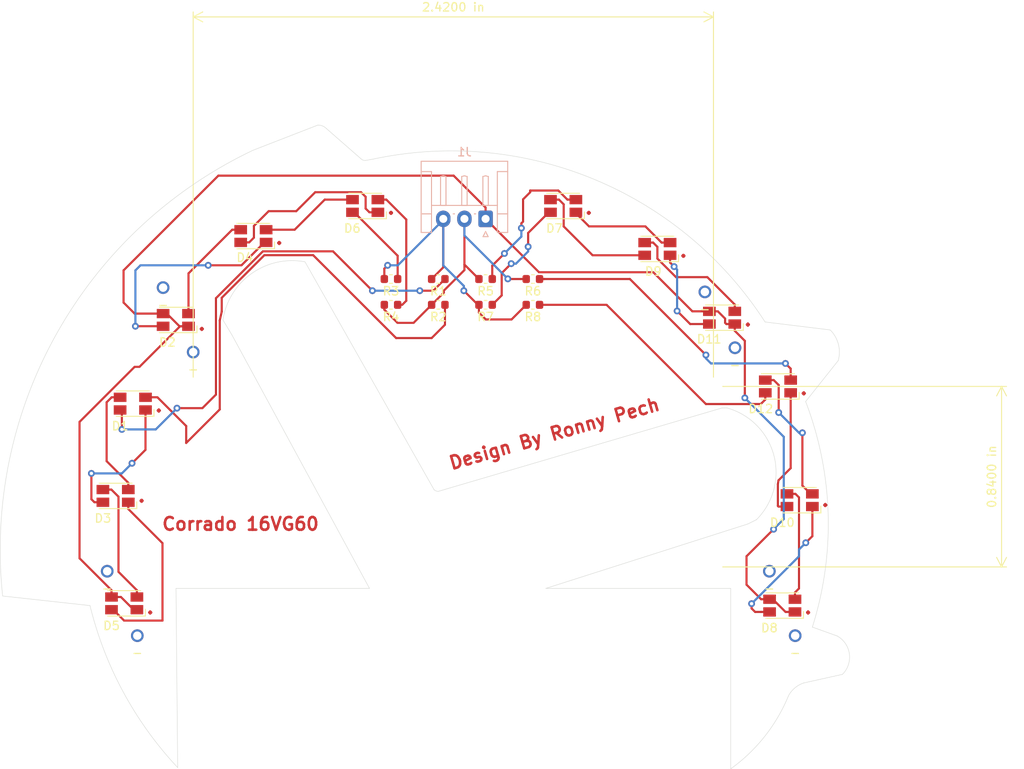
<source format=kicad_pcb>
(kicad_pcb (version 20171130) (host pcbnew 5.0.2)

  (general
    (thickness 1.6)
    (drawings 10139)
    (tracks 274)
    (zones 0)
    (modules 36)
    (nets 28)
  )

  (page A4)
  (layers
    (0 F.Cu signal)
    (31 B.Cu signal)
    (32 B.Adhes user)
    (33 F.Adhes user)
    (34 B.Paste user)
    (35 F.Paste user)
    (36 B.SilkS user)
    (37 F.SilkS user)
    (38 B.Mask user)
    (39 F.Mask user hide)
    (40 Dwgs.User user)
    (41 Cmts.User user)
    (42 Eco1.User user hide)
    (43 Eco2.User user hide)
    (44 Edge.Cuts user)
    (45 Margin user hide)
    (46 B.CrtYd user hide)
    (47 F.CrtYd user hide)
    (48 B.Fab user hide)
    (49 F.Fab user hide)
  )

  (setup
    (last_trace_width 0.25)
    (trace_clearance 0.2)
    (zone_clearance 0.508)
    (zone_45_only no)
    (trace_min 0.2)
    (segment_width 0.2)
    (edge_width 0.05)
    (via_size 0.8)
    (via_drill 0.4)
    (via_min_size 0.4)
    (via_min_drill 0.3)
    (uvia_size 0.3)
    (uvia_drill 0.1)
    (uvias_allowed no)
    (uvia_min_size 0.2)
    (uvia_min_drill 0.1)
    (pcb_text_width 0.3)
    (pcb_text_size 1.5 1.5)
    (mod_edge_width 0.12)
    (mod_text_size 1 1)
    (mod_text_width 0.15)
    (pad_size 1.5 1.5)
    (pad_drill 1)
    (pad_to_mask_clearance 0.051)
    (solder_mask_min_width 0.25)
    (aux_axis_origin 0 0)
    (visible_elements FFFFFF7F)
    (pcbplotparams
      (layerselection 0x010fc_ffffffff)
      (usegerberextensions false)
      (usegerberattributes false)
      (usegerberadvancedattributes false)
      (creategerberjobfile false)
      (excludeedgelayer true)
      (linewidth 0.100000)
      (plotframeref false)
      (viasonmask false)
      (mode 1)
      (useauxorigin false)
      (hpglpennumber 1)
      (hpglpenspeed 20)
      (hpglpendiameter 15.000000)
      (psnegative false)
      (psa4output false)
      (plotreference true)
      (plotvalue true)
      (plotinvisibletext false)
      (padsonsilk false)
      (subtractmaskfromsilk false)
      (outputformat 1)
      (mirror false)
      (drillshape 1)
      (scaleselection 1)
      (outputdirectory ""))
  )

  (net 0 "")
  (net 1 "Net-(D1-Pad4)")
  (net 2 "Net-(D1-Pad3)")
  (net 3 "Net-(D1-Pad2)")
  (net 4 "Net-(D1-Pad1)")
  (net 5 "Net-(D2-Pad2)")
  (net 6 "Net-(D2-Pad4)")
  (net 7 "Net-(D3-Pad3)")
  (net 8 "Net-(D3-Pad1)")
  (net 9 "Net-(D4-Pad2)")
  (net 10 "Net-(D4-Pad4)")
  (net 11 "Net-(D6-Pad4)")
  (net 12 "Net-(D6-Pad2)")
  (net 13 "Net-(D7-Pad4)")
  (net 14 "Net-(D7-Pad3)")
  (net 15 "Net-(D7-Pad2)")
  (net 16 "Net-(D7-Pad1)")
  (net 17 "Net-(D10-Pad1)")
  (net 18 "Net-(D10-Pad3)")
  (net 19 "Net-(D11-Pad2)")
  (net 20 "Net-(D11-Pad4)")
  (net 21 "Net-(D10-Pad4)")
  (net 22 "Net-(D10-Pad2)")
  (net 23 "Net-(D12-Pad2)")
  (net 24 "Net-(D12-Pad4)")
  (net 25 GND)
  (net 26 "Net-(J1-Pad2)")
  (net 27 "Net-(J1-Pad3)")

  (net_class Default "Dies ist die voreingestellte Netzklasse."
    (clearance 0.2)
    (trace_width 0.25)
    (via_dia 0.8)
    (via_drill 0.4)
    (uvia_dia 0.3)
    (uvia_drill 0.1)
    (add_net GND)
    (add_net "Net-(D1-Pad1)")
    (add_net "Net-(D1-Pad2)")
    (add_net "Net-(D1-Pad3)")
    (add_net "Net-(D1-Pad4)")
    (add_net "Net-(D10-Pad1)")
    (add_net "Net-(D10-Pad2)")
    (add_net "Net-(D10-Pad3)")
    (add_net "Net-(D10-Pad4)")
    (add_net "Net-(D11-Pad2)")
    (add_net "Net-(D11-Pad4)")
    (add_net "Net-(D12-Pad2)")
    (add_net "Net-(D12-Pad4)")
    (add_net "Net-(D2-Pad2)")
    (add_net "Net-(D2-Pad4)")
    (add_net "Net-(D3-Pad1)")
    (add_net "Net-(D3-Pad3)")
    (add_net "Net-(D4-Pad2)")
    (add_net "Net-(D4-Pad4)")
    (add_net "Net-(D6-Pad2)")
    (add_net "Net-(D6-Pad4)")
    (add_net "Net-(D7-Pad1)")
    (add_net "Net-(D7-Pad2)")
    (add_net "Net-(D7-Pad3)")
    (add_net "Net-(D7-Pad4)")
    (add_net "Net-(J1-Pad2)")
    (add_net "Net-(J1-Pad3)")
  )

  (module MountingHole:MountingHole_2.1mm (layer F.Cu) (tedit 5B924765) (tstamp 5EAAFEA8)
    (at 107.696 71.12)
    (descr "Mounting Hole 2.1mm, no annular")
    (tags "mounting hole 2.1mm no annular")
    (path /5ECE300E)
    (attr virtual)
    (fp_text reference . (at 0 -3.2) (layer F.SilkS) hide
      (effects (font (size 1 1) (thickness 0.15)))
    )
    (fp_text value MountingHole (at 0 3.2) (layer F.Fab)
      (effects (font (size 1 1) (thickness 0.15)))
    )
    (fp_text user %R (at 0.3 0) (layer F.Fab)
      (effects (font (size 1 1) (thickness 0.15)))
    )
    (fp_circle (center 0 0) (end 2.1 0) (layer Cmts.User) (width 0.15))
    (fp_circle (center 0 0) (end 2.35 0) (layer F.CrtYd) (width 0.05))
    (pad "" np_thru_hole circle (at 0 0) (size 2.1 2.1) (drill 2.1) (layers *.Cu *.Mask))
  )

  (module MountingHole:MountingHole_2.1mm (layer F.Cu) (tedit 5B924765) (tstamp 5EAAFEA8)
    (at 46.228 71.12)
    (descr "Mounting Hole 2.1mm, no annular")
    (tags "mounting hole 2.1mm no annular")
    (path /5ECE300E)
    (attr virtual)
    (fp_text reference H5 (at 0 -3.2) (layer F.SilkS) hide
      (effects (font (size 1 1) (thickness 0.15)))
    )
    (fp_text value MountingHole (at 0 3.2) (layer F.Fab)
      (effects (font (size 1 1) (thickness 0.15)))
    )
    (fp_text user %R (at 0.3 0) (layer F.Fab)
      (effects (font (size 1 1) (thickness 0.15)))
    )
    (fp_circle (center 0 0) (end 2.1 0) (layer Cmts.User) (width 0.15))
    (fp_circle (center 0 0) (end 2.35 0) (layer F.CrtYd) (width 0.05))
    (pad "" np_thru_hole circle (at 0 0) (size 2.1 2.1) (drill 2.1) (layers *.Cu *.Mask))
  )

  (module MountingHole:MountingHole_2.1mm (layer F.Cu) (tedit 5B924765) (tstamp 5EAAFE6C)
    (at 107.696 92.456)
    (descr "Mounting Hole 2.1mm, no annular")
    (tags "mounting hole 2.1mm no annular")
    (path /5ECE300E)
    (attr virtual)
    (fp_text reference . (at 0 -3.2) (layer F.SilkS) hide
      (effects (font (size 1 1) (thickness 0.15)))
    )
    (fp_text value MountingHole (at 0 3.2) (layer F.Fab)
      (effects (font (size 1 1) (thickness 0.15)))
    )
    (fp_text user %R (at 0.3 0) (layer F.Fab)
      (effects (font (size 1 1) (thickness 0.15)))
    )
    (fp_circle (center 0 0) (end 2.1 0) (layer Cmts.User) (width 0.15))
    (fp_circle (center 0 0) (end 2.35 0) (layer F.CrtYd) (width 0.05))
    (pad "" np_thru_hole circle (at 0 0) (size 2.1 2.1) (drill 2.1) (layers *.Cu *.Mask))
  )

  (module MountingHole:MountingHole_2.1mm (layer F.Cu) (tedit 5B924765) (tstamp 5EAAFE53)
    (at 46.228 92.456)
    (descr "Mounting Hole 2.1mm, no annular")
    (tags "mounting hole 2.1mm no annular")
    (path /5ECE300E)
    (attr virtual)
    (fp_text reference H5 (at 0 -3.2) (layer F.SilkS) hide
      (effects (font (size 1 1) (thickness 0.15)))
    )
    (fp_text value MountingHole (at 0 3.2) (layer F.Fab)
      (effects (font (size 1 1) (thickness 0.15)))
    )
    (fp_circle (center 0 0) (end 2.35 0) (layer F.CrtYd) (width 0.05))
    (fp_circle (center 0 0) (end 2.1 0) (layer Cmts.User) (width 0.15))
    (fp_text user %R (at 0.3 0) (layer F.Fab)
      (effects (font (size 1 1) (thickness 0.15)))
    )
    (pad "" np_thru_hole circle (at 0 0) (size 2.1 2.1) (drill 2.1) (layers *.Cu *.Mask))
  )

  (module MountingHole:MountingHole_2.2mm_M2_DIN965 (layer F.Cu) (tedit 5EAAD969) (tstamp 5EAAF0ED)
    (at 106.68 59.944)
    (descr "Mounting Hole 2.2mm, no annular, M2, DIN965")
    (tags "mounting hole 2.2mm no annular m2 din965")
    (attr virtual)
    (fp_text reference - (at 0 2.032) (layer F.SilkS)
      (effects (font (size 1 1) (thickness 0.15)))
    )
    (fp_text value MountingHole_2.2mm_M2_DIN965 (at 0 2.9) (layer F.Fab)
      (effects (font (size 1 1) (thickness 0.15)))
    )
    (fp_text user %R (at 0.3 0) (layer F.Fab)
      (effects (font (size 1 1) (thickness 0.15)))
    )
    (fp_circle (center 0 0) (end 1.9 0) (layer Cmts.User) (width 0.15))
    (fp_circle (center 0 0) (end 2.15 0) (layer F.CrtYd) (width 0.05))
    (pad "" np_thru_hole circle (at 0 0) (size 1.5 1.5) (drill 1) (layers *.Cu *.Mask))
  )

  (module MountingHole:MountingHole_2.2mm_M2_DIN965 (layer F.Cu) (tedit 5EAAD957) (tstamp 5EAAF0ED)
    (at 110.236 66.548)
    (descr "Mounting Hole 2.2mm, no annular, M2, DIN965")
    (tags "mounting hole 2.2mm no annular m2 din965")
    (attr virtual)
    (fp_text reference - (at 0 2.032) (layer F.SilkS)
      (effects (font (size 1 1) (thickness 0.15)))
    )
    (fp_text value MountingHole_2.2mm_M2_DIN965 (at 0 2.9) (layer F.Fab)
      (effects (font (size 1 1) (thickness 0.15)))
    )
    (fp_text user %R (at 0.3 0) (layer F.Fab)
      (effects (font (size 1 1) (thickness 0.15)))
    )
    (fp_circle (center 0 0) (end 1.9 0) (layer Cmts.User) (width 0.15))
    (fp_circle (center 0 0) (end 2.15 0) (layer F.CrtYd) (width 0.05))
    (pad "" np_thru_hole circle (at 0 0) (size 1.5 1.5) (drill 1) (layers *.Cu *.Mask))
  )

  (module MountingHole:MountingHole_2.2mm_M2_DIN965 (layer F.Cu) (tedit 5EAAD948) (tstamp 5EAAF0ED)
    (at 114.3 92.964)
    (descr "Mounting Hole 2.2mm, no annular, M2, DIN965")
    (tags "mounting hole 2.2mm no annular m2 din965")
    (attr virtual)
    (fp_text reference - (at 0 2.032) (layer F.SilkS)
      (effects (font (size 1 1) (thickness 0.15)))
    )
    (fp_text value MountingHole_2.2mm_M2_DIN965 (at 0 2.9) (layer F.Fab)
      (effects (font (size 1 1) (thickness 0.15)))
    )
    (fp_text user %R (at 0.3 0) (layer F.Fab)
      (effects (font (size 1 1) (thickness 0.15)))
    )
    (fp_circle (center 0 0) (end 1.9 0) (layer Cmts.User) (width 0.15))
    (fp_circle (center 0 0) (end 2.15 0) (layer F.CrtYd) (width 0.05))
    (pad "" np_thru_hole circle (at 0 0) (size 1.5 1.5) (drill 1) (layers *.Cu *.Mask))
  )

  (module MountingHole:MountingHole_2.2mm_M2_DIN965 (layer F.Cu) (tedit 5EAAD940) (tstamp 5EAAF0ED)
    (at 117.348 100.584)
    (descr "Mounting Hole 2.2mm, no annular, M2, DIN965")
    (tags "mounting hole 2.2mm no annular m2 din965")
    (attr virtual)
    (fp_text reference - (at 0 2.032) (layer F.SilkS)
      (effects (font (size 1 1) (thickness 0.15)))
    )
    (fp_text value MountingHole_2.2mm_M2_DIN965 (at 0 2.9) (layer F.Fab)
      (effects (font (size 1 1) (thickness 0.15)))
    )
    (fp_text user %R (at 0.3 0) (layer F.Fab)
      (effects (font (size 1 1) (thickness 0.15)))
    )
    (fp_circle (center 0 0) (end 1.9 0) (layer Cmts.User) (width 0.15))
    (fp_circle (center 0 0) (end 2.15 0) (layer F.CrtYd) (width 0.05))
    (pad "" np_thru_hole circle (at 0 0) (size 1.5 1.5) (drill 1) (layers *.Cu *.Mask))
  )

  (module MountingHole:MountingHole_2.2mm_M2_DIN965 (layer F.Cu) (tedit 5EAAD920) (tstamp 5EAAF0ED)
    (at 42.672 59.436)
    (descr "Mounting Hole 2.2mm, no annular, M2, DIN965")
    (tags "mounting hole 2.2mm no annular m2 din965")
    (attr virtual)
    (fp_text reference - (at 0 2.032) (layer F.SilkS)
      (effects (font (size 1 1) (thickness 0.15)))
    )
    (fp_text value MountingHole_2.2mm_M2_DIN965 (at 0 2.9) (layer F.Fab)
      (effects (font (size 1 1) (thickness 0.15)))
    )
    (fp_text user %R (at 0.3 0) (layer F.Fab)
      (effects (font (size 1 1) (thickness 0.15)))
    )
    (fp_circle (center 0 0) (end 1.9 0) (layer Cmts.User) (width 0.15))
    (fp_circle (center 0 0) (end 2.15 0) (layer F.CrtYd) (width 0.05))
    (pad "" np_thru_hole circle (at 0 0) (size 1.5 1.5) (drill 1) (layers *.Cu *.Mask))
  )

  (module MountingHole:MountingHole_2.2mm_M2_DIN965 (layer F.Cu) (tedit 5EAAD927) (tstamp 5EAAF0ED)
    (at 46.228 67.056)
    (descr "Mounting Hole 2.2mm, no annular, M2, DIN965")
    (tags "mounting hole 2.2mm no annular m2 din965")
    (attr virtual)
    (fp_text reference - (at 0 2.032) (layer F.SilkS)
      (effects (font (size 1 1) (thickness 0.15)))
    )
    (fp_text value MountingHole_2.2mm_M2_DIN965 (at 0 2.9) (layer F.Fab)
      (effects (font (size 1 1) (thickness 0.15)))
    )
    (fp_text user %R (at 0.3 0) (layer F.Fab)
      (effects (font (size 1 1) (thickness 0.15)))
    )
    (fp_circle (center 0 0) (end 1.9 0) (layer Cmts.User) (width 0.15))
    (fp_circle (center 0 0) (end 2.15 0) (layer F.CrtYd) (width 0.05))
    (pad "" np_thru_hole circle (at 0 0) (size 1.5 1.5) (drill 1) (layers *.Cu *.Mask))
  )

  (module MountingHole:MountingHole_2.2mm_M2_DIN965 (layer F.Cu) (tedit 5EAAD931) (tstamp 5EAAF0ED)
    (at 36.068 92.964)
    (descr "Mounting Hole 2.2mm, no annular, M2, DIN965")
    (tags "mounting hole 2.2mm no annular m2 din965")
    (attr virtual)
    (fp_text reference - (at 0 2.032) (layer F.SilkS)
      (effects (font (size 1 1) (thickness 0.15)))
    )
    (fp_text value MountingHole_2.2mm_M2_DIN965 (at 0 2.9) (layer F.Fab)
      (effects (font (size 1 1) (thickness 0.15)))
    )
    (fp_text user %R (at 0.3 0) (layer F.Fab)
      (effects (font (size 1 1) (thickness 0.15)))
    )
    (fp_circle (center 0 0) (end 1.9 0) (layer Cmts.User) (width 0.15))
    (fp_circle (center 0 0) (end 2.15 0) (layer F.CrtYd) (width 0.05))
    (pad "" np_thru_hole circle (at 0 0) (size 1.5 1.5) (drill 1) (layers *.Cu *.Mask))
  )

  (module MountingHole:MountingHole_2.2mm_M2_DIN965 (layer F.Cu) (tedit 5EAAD938) (tstamp 5EAAEFF9)
    (at 39.624 100.584)
    (descr "Mounting Hole 2.2mm, no annular, M2, DIN965")
    (tags "mounting hole 2.2mm no annular m2 din965")
    (attr virtual)
    (fp_text reference - (at 0 2.032) (layer F.SilkS)
      (effects (font (size 1 1) (thickness 0.15)))
    )
    (fp_text value MountingHole_2.2mm_M2_DIN965 (at 0 2.9) (layer F.Fab)
      (effects (font (size 1 1) (thickness 0.15)))
    )
    (fp_circle (center 0 0) (end 2.15 0) (layer F.CrtYd) (width 0.05))
    (fp_circle (center 0 0) (end 1.9 0) (layer Cmts.User) (width 0.15))
    (fp_text user %R (at 0.3 0) (layer F.Fab)
      (effects (font (size 1 1) (thickness 0.15)))
    )
    (pad "" np_thru_hole circle (at 0 0) (size 1.5 1.5) (drill 1) (layers *.Cu *.Mask))
  )

  (module MountingHole:MountingHole_2.1mm (layer F.Cu) (tedit 5B924765) (tstamp 5EAAB6E2)
    (at 29.464 91.44)
    (descr "Mounting Hole 2.1mm, no annular")
    (tags "mounting hole 2.1mm no annular")
    (path /5ECDD932)
    (attr virtual)
    (fp_text reference H1 (at 0 -3.2) (layer F.SilkS) hide
      (effects (font (size 1 1) (thickness 0.15)))
    )
    (fp_text value MountingHole (at 0 3.2) (layer F.Fab)
      (effects (font (size 1 1) (thickness 0.15)))
    )
    (fp_circle (center 0 0) (end 2.35 0) (layer F.CrtYd) (width 0.05))
    (fp_circle (center 0 0) (end 2.1 0) (layer Cmts.User) (width 0.15))
    (fp_text user %R (at 0.3 0) (layer F.Fab)
      (effects (font (size 1 1) (thickness 0.15)))
    )
    (pad "" np_thru_hole circle (at 0 0) (size 2.1 2.1) (drill 2.1) (layers *.Cu *.Mask))
  )

  (module MountingHole:MountingHole_2.1mm (layer F.Cu) (tedit 5B924765) (tstamp 5EAAA640)
    (at 120.904 103.124)
    (descr "Mounting Hole 2.1mm, no annular")
    (tags "mounting hole 2.1mm no annular")
    (path /5ECE300E)
    (attr virtual)
    (fp_text reference . (at 0 -3.2) (layer F.SilkS) hide
      (effects (font (size 1 1) (thickness 0.15)))
    )
    (fp_text value MountingHole (at 0 3.2) (layer F.Fab)
      (effects (font (size 1 1) (thickness 0.15)))
    )
    (fp_text user %R (at 0.3 0) (layer F.Fab)
      (effects (font (size 1 1) (thickness 0.15)))
    )
    (fp_circle (center 0 0) (end 2.1 0) (layer Cmts.User) (width 0.15))
    (fp_circle (center 0 0) (end 2.35 0) (layer F.CrtYd) (width 0.05))
    (pad "" np_thru_hole circle (at 0 0) (size 2.1 2.1) (drill 2.1) (layers *.Cu *.Mask))
  )

  (module MountingHole:MountingHole_2.1mm (layer F.Cu) (tedit 5B924765) (tstamp 5EAAA638)
    (at 119.38 67.056)
    (descr "Mounting Hole 2.1mm, no annular")
    (tags "mounting hole 2.1mm no annular")
    (path /5ECDDEC5)
    (attr virtual)
    (fp_text reference . (at 0 -3.2) (layer F.SilkS) hide
      (effects (font (size 1 1) (thickness 0.15)))
    )
    (fp_text value MountingHole (at 0 3.2) (layer F.Fab)
      (effects (font (size 1 1) (thickness 0.15)))
    )
    (fp_text user %R (at 0.3 0) (layer F.Fab)
      (effects (font (size 1 1) (thickness 0.15)))
    )
    (fp_circle (center 0 0) (end 2.1 0) (layer Cmts.User) (width 0.15))
    (fp_circle (center 0 0) (end 2.35 0) (layer F.CrtYd) (width 0.05))
    (pad "" np_thru_hole circle (at 0 0) (size 2.1 2.1) (drill 2.1) (layers *.Cu *.Mask))
  )

  (module LED_SMD:LED_Avago_PLCC4_3.2x2.8mm_CW (layer F.Cu) (tedit 5A643BA3) (tstamp 5EA9A241)
    (at 39.092 73.152 180)
    (descr https://docs.broadcom.com/docs/AV02-4186EN)
    (tags "LED Avago PLCC-4 ASMB-MTB0-0A3A2")
    (path /5EAABA84)
    (attr smd)
    (fp_text reference D1 (at 1.5 -2.65) (layer F.SilkS)
      (effects (font (size 1 1) (thickness 0.15)))
    )
    (fp_text value LED_Dual_CACA (at 0 2.65) (layer F.Fab)
      (effects (font (size 1 1) (thickness 0.15)))
    )
    (fp_circle (center 0 0) (end 1.12 0) (layer F.Fab) (width 0.1))
    (fp_line (start 2.5 1.65) (end -2.5 1.65) (layer F.CrtYd) (width 0.05))
    (fp_line (start 2.5 1.65) (end 2.5 -1.65) (layer F.CrtYd) (width 0.05))
    (fp_line (start -2.5 -1.65) (end -2.5 1.65) (layer F.CrtYd) (width 0.05))
    (fp_line (start -2.5 -1.65) (end 2.5 -1.65) (layer F.CrtYd) (width 0.05))
    (fp_line (start -1.95 1.5) (end 1.95 1.5) (layer F.SilkS) (width 0.12))
    (fp_line (start -2.500044 -1.5) (end 1.95 -1.5) (layer F.SilkS) (width 0.12))
    (fp_line (start -2.5 -0.7) (end -2.5 -1.5) (layer F.SilkS) (width 0.12))
    (fp_line (start 1.6 -1.4) (end -1.6 -1.4) (layer F.Fab) (width 0.1))
    (fp_line (start 1.6 1.4) (end 1.6 -1.4) (layer F.Fab) (width 0.1))
    (fp_line (start -1.6 1.4) (end 1.6 1.4) (layer F.Fab) (width 0.1))
    (fp_line (start -1.6 -1.4) (end -1.6 1.4) (layer F.Fab) (width 0.1))
    (fp_line (start -0.6 -1.4) (end -1.6 -0.4) (layer F.Fab) (width 0.1))
    (fp_text user %R (at 0 0) (layer F.Fab)
      (effects (font (size 0.5 0.5) (thickness 0.075)))
    )
    (pad 4 smd rect (at -1.5 0.75 180) (size 1.5 1.1) (layers F.Cu F.Paste F.Mask)
      (net 1 "Net-(D1-Pad4)"))
    (pad 3 smd rect (at 1.5 0.75 180) (size 1.5 1.1) (layers F.Cu F.Paste F.Mask)
      (net 2 "Net-(D1-Pad3)"))
    (pad 2 smd rect (at 1.5 -0.75 180) (size 1.5 1.1) (layers F.Cu F.Paste F.Mask)
      (net 3 "Net-(D1-Pad2)"))
    (pad 1 smd rect (at -1.5 -0.75 180) (size 1.5 1.1) (layers F.Cu F.Paste F.Mask)
      (net 4 "Net-(D1-Pad1)"))
    (model ${KISYS3DMOD}/LED_SMD.3dshapes/LED_Avago_PLCC4_3.2x2.8mm_CW.wrl
      (at (xyz 0 0 0))
      (scale (xyz 1 1 1))
      (rotate (xyz 0 0 0))
    )
  )

  (module LED_SMD:LED_Avago_PLCC4_3.2x2.8mm_CW (layer F.Cu) (tedit 5A643BA3) (tstamp 5EA9A257)
    (at 44.172 63.258 180)
    (descr https://docs.broadcom.com/docs/AV02-4186EN)
    (tags "LED Avago PLCC-4 ASMB-MTB0-0A3A2")
    (path /5EAAB126)
    (attr smd)
    (fp_text reference D2 (at 0.992 -2.65) (layer F.SilkS)
      (effects (font (size 1 1) (thickness 0.15)))
    )
    (fp_text value LED_Dual_CACA (at 0 2.65) (layer F.Fab)
      (effects (font (size 1 1) (thickness 0.15)))
    )
    (fp_text user %R (at 0 0) (layer F.Fab)
      (effects (font (size 0.5 0.5) (thickness 0.075)))
    )
    (fp_line (start -0.6 -1.4) (end -1.6 -0.4) (layer F.Fab) (width 0.1))
    (fp_line (start -1.6 -1.4) (end -1.6 1.4) (layer F.Fab) (width 0.1))
    (fp_line (start -1.6 1.4) (end 1.6 1.4) (layer F.Fab) (width 0.1))
    (fp_line (start 1.6 1.4) (end 1.6 -1.4) (layer F.Fab) (width 0.1))
    (fp_line (start 1.6 -1.4) (end -1.6 -1.4) (layer F.Fab) (width 0.1))
    (fp_line (start -2.5 -0.7) (end -2.5 -1.5) (layer F.SilkS) (width 0.12))
    (fp_line (start -2.500044 -1.5) (end 1.95 -1.5) (layer F.SilkS) (width 0.12))
    (fp_line (start -1.95 1.5) (end 1.95 1.5) (layer F.SilkS) (width 0.12))
    (fp_line (start -2.5 -1.65) (end 2.5 -1.65) (layer F.CrtYd) (width 0.05))
    (fp_line (start -2.5 -1.65) (end -2.5 1.65) (layer F.CrtYd) (width 0.05))
    (fp_line (start 2.5 1.65) (end 2.5 -1.65) (layer F.CrtYd) (width 0.05))
    (fp_line (start 2.5 1.65) (end -2.5 1.65) (layer F.CrtYd) (width 0.05))
    (fp_circle (center 0 0) (end 1.12 0) (layer F.Fab) (width 0.1))
    (pad 1 smd rect (at -1.5 -0.75 180) (size 1.5 1.1) (layers F.Cu F.Paste F.Mask)
      (net 25 GND))
    (pad 2 smd rect (at 1.5 -0.75 180) (size 1.5 1.1) (layers F.Cu F.Paste F.Mask)
      (net 5 "Net-(D2-Pad2)"))
    (pad 3 smd rect (at 1.5 0.75 180) (size 1.5 1.1) (layers F.Cu F.Paste F.Mask)
      (net 25 GND))
    (pad 4 smd rect (at -1.5 0.75 180) (size 1.5 1.1) (layers F.Cu F.Paste F.Mask)
      (net 6 "Net-(D2-Pad4)"))
    (model ${KISYS3DMOD}/LED_SMD.3dshapes/LED_Avago_PLCC4_3.2x2.8mm_CW.wrl
      (at (xyz 0 0 0))
      (scale (xyz 1 1 1))
      (rotate (xyz 0 0 0))
    )
  )

  (module LED_SMD:LED_Avago_PLCC4_3.2x2.8mm_CW (layer F.Cu) (tedit 5A643BA3) (tstamp 5EA9A26D)
    (at 37.06 84.062 180)
    (descr https://docs.broadcom.com/docs/AV02-4186EN)
    (tags "LED Avago PLCC-4 ASMB-MTB0-0A3A2")
    (path /5EAACB89)
    (attr smd)
    (fp_text reference D3 (at 1.5 -2.65) (layer F.SilkS)
      (effects (font (size 1 1) (thickness 0.15)))
    )
    (fp_text value LED_Dual_CACA (at 0 2.65) (layer F.Fab)
      (effects (font (size 1 1) (thickness 0.15)))
    )
    (fp_circle (center 0 0) (end 1.12 0) (layer F.Fab) (width 0.1))
    (fp_line (start 2.5 1.65) (end -2.5 1.65) (layer F.CrtYd) (width 0.05))
    (fp_line (start 2.5 1.65) (end 2.5 -1.65) (layer F.CrtYd) (width 0.05))
    (fp_line (start -2.5 -1.65) (end -2.5 1.65) (layer F.CrtYd) (width 0.05))
    (fp_line (start -2.5 -1.65) (end 2.5 -1.65) (layer F.CrtYd) (width 0.05))
    (fp_line (start -1.95 1.5) (end 1.95 1.5) (layer F.SilkS) (width 0.12))
    (fp_line (start -2.500044 -1.5) (end 1.95 -1.5) (layer F.SilkS) (width 0.12))
    (fp_line (start -2.5 -0.7) (end -2.5 -1.5) (layer F.SilkS) (width 0.12))
    (fp_line (start 1.6 -1.4) (end -1.6 -1.4) (layer F.Fab) (width 0.1))
    (fp_line (start 1.6 1.4) (end 1.6 -1.4) (layer F.Fab) (width 0.1))
    (fp_line (start -1.6 1.4) (end 1.6 1.4) (layer F.Fab) (width 0.1))
    (fp_line (start -1.6 -1.4) (end -1.6 1.4) (layer F.Fab) (width 0.1))
    (fp_line (start -0.6 -1.4) (end -1.6 -0.4) (layer F.Fab) (width 0.1))
    (fp_text user %R (at 0 0) (layer F.Fab)
      (effects (font (size 0.5 0.5) (thickness 0.075)))
    )
    (pad 4 smd rect (at -1.5 0.75 180) (size 1.5 1.1) (layers F.Cu F.Paste F.Mask)
      (net 2 "Net-(D1-Pad3)"))
    (pad 3 smd rect (at 1.5 0.75 180) (size 1.5 1.1) (layers F.Cu F.Paste F.Mask)
      (net 7 "Net-(D3-Pad3)"))
    (pad 2 smd rect (at 1.5 -0.75 180) (size 1.5 1.1) (layers F.Cu F.Paste F.Mask)
      (net 4 "Net-(D1-Pad1)"))
    (pad 1 smd rect (at -1.5 -0.75 180) (size 1.5 1.1) (layers F.Cu F.Paste F.Mask)
      (net 8 "Net-(D3-Pad1)"))
    (model ${KISYS3DMOD}/LED_SMD.3dshapes/LED_Avago_PLCC4_3.2x2.8mm_CW.wrl
      (at (xyz 0 0 0))
      (scale (xyz 1 1 1))
      (rotate (xyz 0 0 0))
    )
  )

  (module LED_SMD:LED_Avago_PLCC4_3.2x2.8mm_CW (layer F.Cu) (tedit 5A643BA3) (tstamp 5EA9A283)
    (at 53.34 53.34 180)
    (descr https://docs.broadcom.com/docs/AV02-4186EN)
    (tags "LED Avago PLCC-4 ASMB-MTB0-0A3A2")
    (path /5EAA3440)
    (attr smd)
    (fp_text reference D4 (at 1.016 -2.54) (layer F.SilkS)
      (effects (font (size 1 1) (thickness 0.15)))
    )
    (fp_text value LED_Dual_CACA (at 0 2.65) (layer F.Fab)
      (effects (font (size 1 1) (thickness 0.15)))
    )
    (fp_text user %R (at 0 0) (layer F.Fab)
      (effects (font (size 0.5 0.5) (thickness 0.075)))
    )
    (fp_line (start -0.6 -1.4) (end -1.6 -0.4) (layer F.Fab) (width 0.1))
    (fp_line (start -1.6 -1.4) (end -1.6 1.4) (layer F.Fab) (width 0.1))
    (fp_line (start -1.6 1.4) (end 1.6 1.4) (layer F.Fab) (width 0.1))
    (fp_line (start 1.6 1.4) (end 1.6 -1.4) (layer F.Fab) (width 0.1))
    (fp_line (start 1.6 -1.4) (end -1.6 -1.4) (layer F.Fab) (width 0.1))
    (fp_line (start -2.5 -0.7) (end -2.5 -1.5) (layer F.SilkS) (width 0.12))
    (fp_line (start -2.500044 -1.5) (end 1.95 -1.5) (layer F.SilkS) (width 0.12))
    (fp_line (start -1.95 1.5) (end 1.95 1.5) (layer F.SilkS) (width 0.12))
    (fp_line (start -2.5 -1.65) (end 2.5 -1.65) (layer F.CrtYd) (width 0.05))
    (fp_line (start -2.5 -1.65) (end -2.5 1.65) (layer F.CrtYd) (width 0.05))
    (fp_line (start 2.5 1.65) (end 2.5 -1.65) (layer F.CrtYd) (width 0.05))
    (fp_line (start 2.5 1.65) (end -2.5 1.65) (layer F.CrtYd) (width 0.05))
    (fp_circle (center 0 0) (end 1.12 0) (layer F.Fab) (width 0.1))
    (pad 1 smd rect (at -1.5 -0.75 180) (size 1.5 1.1) (layers F.Cu F.Paste F.Mask)
      (net 5 "Net-(D2-Pad2)"))
    (pad 2 smd rect (at 1.5 -0.75 180) (size 1.5 1.1) (layers F.Cu F.Paste F.Mask)
      (net 9 "Net-(D4-Pad2)"))
    (pad 3 smd rect (at 1.5 0.75 180) (size 1.5 1.1) (layers F.Cu F.Paste F.Mask)
      (net 6 "Net-(D2-Pad4)"))
    (pad 4 smd rect (at -1.5 0.75 180) (size 1.5 1.1) (layers F.Cu F.Paste F.Mask)
      (net 10 "Net-(D4-Pad4)"))
    (model ${KISYS3DMOD}/LED_SMD.3dshapes/LED_Avago_PLCC4_3.2x2.8mm_CW.wrl
      (at (xyz 0 0 0))
      (scale (xyz 1 1 1))
      (rotate (xyz 0 0 0))
    )
  )

  (module LED_SMD:LED_Avago_PLCC4_3.2x2.8mm_CW (layer F.Cu) (tedit 5A643BA3) (tstamp 5EA9A299)
    (at 38.076 96.762 180)
    (descr https://docs.broadcom.com/docs/AV02-4186EN)
    (tags "LED Avago PLCC-4 ASMB-MTB0-0A3A2")
    (path /5EAAC439)
    (attr smd)
    (fp_text reference D5 (at 1.5 -2.65) (layer F.SilkS)
      (effects (font (size 1 1) (thickness 0.15)))
    )
    (fp_text value LED_Dual_CACA (at 0 2.65) (layer F.Fab)
      (effects (font (size 1 1) (thickness 0.15)))
    )
    (fp_text user %R (at 0 0) (layer F.Fab)
      (effects (font (size 0.5 0.5) (thickness 0.075)))
    )
    (fp_line (start -0.6 -1.4) (end -1.6 -0.4) (layer F.Fab) (width 0.1))
    (fp_line (start -1.6 -1.4) (end -1.6 1.4) (layer F.Fab) (width 0.1))
    (fp_line (start -1.6 1.4) (end 1.6 1.4) (layer F.Fab) (width 0.1))
    (fp_line (start 1.6 1.4) (end 1.6 -1.4) (layer F.Fab) (width 0.1))
    (fp_line (start 1.6 -1.4) (end -1.6 -1.4) (layer F.Fab) (width 0.1))
    (fp_line (start -2.5 -0.7) (end -2.5 -1.5) (layer F.SilkS) (width 0.12))
    (fp_line (start -2.500044 -1.5) (end 1.95 -1.5) (layer F.SilkS) (width 0.12))
    (fp_line (start -1.95 1.5) (end 1.95 1.5) (layer F.SilkS) (width 0.12))
    (fp_line (start -2.5 -1.65) (end 2.5 -1.65) (layer F.CrtYd) (width 0.05))
    (fp_line (start -2.5 -1.65) (end -2.5 1.65) (layer F.CrtYd) (width 0.05))
    (fp_line (start 2.5 1.65) (end 2.5 -1.65) (layer F.CrtYd) (width 0.05))
    (fp_line (start 2.5 1.65) (end -2.5 1.65) (layer F.CrtYd) (width 0.05))
    (fp_circle (center 0 0) (end 1.12 0) (layer F.Fab) (width 0.1))
    (pad 1 smd rect (at -1.5 -0.75 180) (size 1.5 1.1) (layers F.Cu F.Paste F.Mask)
      (net 25 GND))
    (pad 2 smd rect (at 1.5 -0.75 180) (size 1.5 1.1) (layers F.Cu F.Paste F.Mask)
      (net 8 "Net-(D3-Pad1)"))
    (pad 3 smd rect (at 1.5 0.75 180) (size 1.5 1.1) (layers F.Cu F.Paste F.Mask)
      (net 25 GND))
    (pad 4 smd rect (at -1.5 0.75 180) (size 1.5 1.1) (layers F.Cu F.Paste F.Mask)
      (net 7 "Net-(D3-Pad3)"))
    (model ${KISYS3DMOD}/LED_SMD.3dshapes/LED_Avago_PLCC4_3.2x2.8mm_CW.wrl
      (at (xyz 0 0 0))
      (scale (xyz 1 1 1))
      (rotate (xyz 0 0 0))
    )
  )

  (module LED_SMD:LED_Avago_PLCC4_3.2x2.8mm_CW (layer F.Cu) (tedit 5A643BA3) (tstamp 5EA9A2AF)
    (at 66.548 49.784 180)
    (descr https://docs.broadcom.com/docs/AV02-4186EN)
    (tags "LED Avago PLCC-4 ASMB-MTB0-0A3A2")
    (path /5EAA89F6)
    (attr smd)
    (fp_text reference D6 (at 1.524 -2.65) (layer F.SilkS)
      (effects (font (size 1 1) (thickness 0.15)))
    )
    (fp_text value LED_Dual_CACA (at 0 2.65) (layer F.Fab)
      (effects (font (size 1 1) (thickness 0.15)))
    )
    (fp_circle (center 0 0) (end 1.12 0) (layer F.Fab) (width 0.1))
    (fp_line (start 2.5 1.65) (end -2.5 1.65) (layer F.CrtYd) (width 0.05))
    (fp_line (start 2.5 1.65) (end 2.5 -1.65) (layer F.CrtYd) (width 0.05))
    (fp_line (start -2.5 -1.65) (end -2.5 1.65) (layer F.CrtYd) (width 0.05))
    (fp_line (start -2.5 -1.65) (end 2.5 -1.65) (layer F.CrtYd) (width 0.05))
    (fp_line (start -1.95 1.5) (end 1.95 1.5) (layer F.SilkS) (width 0.12))
    (fp_line (start -2.500044 -1.5) (end 1.95 -1.5) (layer F.SilkS) (width 0.12))
    (fp_line (start -2.5 -0.7) (end -2.5 -1.5) (layer F.SilkS) (width 0.12))
    (fp_line (start 1.6 -1.4) (end -1.6 -1.4) (layer F.Fab) (width 0.1))
    (fp_line (start 1.6 1.4) (end 1.6 -1.4) (layer F.Fab) (width 0.1))
    (fp_line (start -1.6 1.4) (end 1.6 1.4) (layer F.Fab) (width 0.1))
    (fp_line (start -1.6 -1.4) (end -1.6 1.4) (layer F.Fab) (width 0.1))
    (fp_line (start -0.6 -1.4) (end -1.6 -0.4) (layer F.Fab) (width 0.1))
    (fp_text user %R (at 0 0) (layer F.Fab)
      (effects (font (size 0.5 0.5) (thickness 0.075)))
    )
    (pad 4 smd rect (at -1.5 0.75 180) (size 1.5 1.1) (layers F.Cu F.Paste F.Mask)
      (net 11 "Net-(D6-Pad4)"))
    (pad 3 smd rect (at 1.5 0.75 180) (size 1.5 1.1) (layers F.Cu F.Paste F.Mask)
      (net 10 "Net-(D4-Pad4)"))
    (pad 2 smd rect (at 1.5 -0.75 180) (size 1.5 1.1) (layers F.Cu F.Paste F.Mask)
      (net 12 "Net-(D6-Pad2)"))
    (pad 1 smd rect (at -1.5 -0.75 180) (size 1.5 1.1) (layers F.Cu F.Paste F.Mask)
      (net 9 "Net-(D4-Pad2)"))
    (model ${KISYS3DMOD}/LED_SMD.3dshapes/LED_Avago_PLCC4_3.2x2.8mm_CW.wrl
      (at (xyz 0 0 0))
      (scale (xyz 1 1 1))
      (rotate (xyz 0 0 0))
    )
  )

  (module LED_SMD:LED_Avago_PLCC4_3.2x2.8mm_CW (layer F.Cu) (tedit 5A643BA3) (tstamp 5EA9A2C5)
    (at 89.94 49.784 180)
    (descr https://docs.broadcom.com/docs/AV02-4186EN)
    (tags "LED Avago PLCC-4 ASMB-MTB0-0A3A2")
    (path /5EAACE8A)
    (attr smd)
    (fp_text reference D7 (at 1.04 -2.65) (layer F.SilkS)
      (effects (font (size 1 1) (thickness 0.15)))
    )
    (fp_text value LED_Dual_CACA (at 0 2.65) (layer F.Fab)
      (effects (font (size 1 1) (thickness 0.15)))
    )
    (fp_circle (center 0 0) (end 1.12 0) (layer F.Fab) (width 0.1))
    (fp_line (start 2.5 1.65) (end -2.5 1.65) (layer F.CrtYd) (width 0.05))
    (fp_line (start 2.5 1.65) (end 2.5 -1.65) (layer F.CrtYd) (width 0.05))
    (fp_line (start -2.5 -1.65) (end -2.5 1.65) (layer F.CrtYd) (width 0.05))
    (fp_line (start -2.5 -1.65) (end 2.5 -1.65) (layer F.CrtYd) (width 0.05))
    (fp_line (start -1.95 1.5) (end 1.95 1.5) (layer F.SilkS) (width 0.12))
    (fp_line (start -2.500044 -1.5) (end 1.95 -1.5) (layer F.SilkS) (width 0.12))
    (fp_line (start -2.5 -0.7) (end -2.5 -1.5) (layer F.SilkS) (width 0.12))
    (fp_line (start 1.6 -1.4) (end -1.6 -1.4) (layer F.Fab) (width 0.1))
    (fp_line (start 1.6 1.4) (end 1.6 -1.4) (layer F.Fab) (width 0.1))
    (fp_line (start -1.6 1.4) (end 1.6 1.4) (layer F.Fab) (width 0.1))
    (fp_line (start -1.6 -1.4) (end -1.6 1.4) (layer F.Fab) (width 0.1))
    (fp_line (start -0.6 -1.4) (end -1.6 -0.4) (layer F.Fab) (width 0.1))
    (fp_text user %R (at 0 0) (layer F.Fab)
      (effects (font (size 0.5 0.5) (thickness 0.075)))
    )
    (pad 4 smd rect (at -1.5 0.75 180) (size 1.5 1.1) (layers F.Cu F.Paste F.Mask)
      (net 13 "Net-(D7-Pad4)"))
    (pad 3 smd rect (at 1.5 0.75 180) (size 1.5 1.1) (layers F.Cu F.Paste F.Mask)
      (net 14 "Net-(D7-Pad3)"))
    (pad 2 smd rect (at 1.5 -0.75 180) (size 1.5 1.1) (layers F.Cu F.Paste F.Mask)
      (net 15 "Net-(D7-Pad2)"))
    (pad 1 smd rect (at -1.5 -0.75 180) (size 1.5 1.1) (layers F.Cu F.Paste F.Mask)
      (net 16 "Net-(D7-Pad1)"))
    (model ${KISYS3DMOD}/LED_SMD.3dshapes/LED_Avago_PLCC4_3.2x2.8mm_CW.wrl
      (at (xyz 0 0 0))
      (scale (xyz 1 1 1))
      (rotate (xyz 0 0 0))
    )
  )

  (module LED_SMD:LED_Avago_PLCC4_3.2x2.8mm_CW (layer F.Cu) (tedit 5A643BA3) (tstamp 5EA9A2DB)
    (at 115.824 97.028 180)
    (descr https://docs.broadcom.com/docs/AV02-4186EN)
    (tags "LED Avago PLCC-4 ASMB-MTB0-0A3A2")
    (path /5EAAF388)
    (attr smd)
    (fp_text reference D8 (at 1.524 -2.65) (layer F.SilkS)
      (effects (font (size 1 1) (thickness 0.15)))
    )
    (fp_text value LED_Dual_CACA (at 0 2.65) (layer F.Fab)
      (effects (font (size 1 1) (thickness 0.15)))
    )
    (fp_text user %R (at 0 0) (layer F.Fab)
      (effects (font (size 0.5 0.5) (thickness 0.075)))
    )
    (fp_line (start -0.6 -1.4) (end -1.6 -0.4) (layer F.Fab) (width 0.1))
    (fp_line (start -1.6 -1.4) (end -1.6 1.4) (layer F.Fab) (width 0.1))
    (fp_line (start -1.6 1.4) (end 1.6 1.4) (layer F.Fab) (width 0.1))
    (fp_line (start 1.6 1.4) (end 1.6 -1.4) (layer F.Fab) (width 0.1))
    (fp_line (start 1.6 -1.4) (end -1.6 -1.4) (layer F.Fab) (width 0.1))
    (fp_line (start -2.5 -0.7) (end -2.5 -1.5) (layer F.SilkS) (width 0.12))
    (fp_line (start -2.500044 -1.5) (end 1.95 -1.5) (layer F.SilkS) (width 0.12))
    (fp_line (start -1.95 1.5) (end 1.95 1.5) (layer F.SilkS) (width 0.12))
    (fp_line (start -2.5 -1.65) (end 2.5 -1.65) (layer F.CrtYd) (width 0.05))
    (fp_line (start -2.5 -1.65) (end -2.5 1.65) (layer F.CrtYd) (width 0.05))
    (fp_line (start 2.5 1.65) (end 2.5 -1.65) (layer F.CrtYd) (width 0.05))
    (fp_line (start 2.5 1.65) (end -2.5 1.65) (layer F.CrtYd) (width 0.05))
    (fp_circle (center 0 0) (end 1.12 0) (layer F.Fab) (width 0.1))
    (pad 1 smd rect (at -1.5 -0.75 180) (size 1.5 1.1) (layers F.Cu F.Paste F.Mask)
      (net 25 GND))
    (pad 2 smd rect (at 1.5 -0.75 180) (size 1.5 1.1) (layers F.Cu F.Paste F.Mask)
      (net 17 "Net-(D10-Pad1)"))
    (pad 3 smd rect (at 1.5 0.75 180) (size 1.5 1.1) (layers F.Cu F.Paste F.Mask)
      (net 25 GND))
    (pad 4 smd rect (at -1.5 0.75 180) (size 1.5 1.1) (layers F.Cu F.Paste F.Mask)
      (net 18 "Net-(D10-Pad3)"))
    (model ${KISYS3DMOD}/LED_SMD.3dshapes/LED_Avago_PLCC4_3.2x2.8mm_CW.wrl
      (at (xyz 0 0 0))
      (scale (xyz 1 1 1))
      (rotate (xyz 0 0 0))
    )
  )

  (module LED_SMD:LED_Avago_PLCC4_3.2x2.8mm_CW (layer F.Cu) (tedit 5A643BA3) (tstamp 5EA9A2F1)
    (at 101.068 54.864 180)
    (descr https://docs.broadcom.com/docs/AV02-4186EN)
    (tags "LED Avago PLCC-4 ASMB-MTB0-0A3A2")
    (path /5EAAD52A)
    (attr smd)
    (fp_text reference D9 (at 0.484 -2.65) (layer F.SilkS)
      (effects (font (size 1 1) (thickness 0.15)))
    )
    (fp_text value LED_Dual_CACA (at 0 2.65) (layer F.Fab)
      (effects (font (size 1 1) (thickness 0.15)))
    )
    (fp_text user %R (at 0 0) (layer F.Fab)
      (effects (font (size 0.5 0.5) (thickness 0.075)))
    )
    (fp_line (start -0.6 -1.4) (end -1.6 -0.4) (layer F.Fab) (width 0.1))
    (fp_line (start -1.6 -1.4) (end -1.6 1.4) (layer F.Fab) (width 0.1))
    (fp_line (start -1.6 1.4) (end 1.6 1.4) (layer F.Fab) (width 0.1))
    (fp_line (start 1.6 1.4) (end 1.6 -1.4) (layer F.Fab) (width 0.1))
    (fp_line (start 1.6 -1.4) (end -1.6 -1.4) (layer F.Fab) (width 0.1))
    (fp_line (start -2.5 -0.7) (end -2.5 -1.5) (layer F.SilkS) (width 0.12))
    (fp_line (start -2.500044 -1.5) (end 1.95 -1.5) (layer F.SilkS) (width 0.12))
    (fp_line (start -1.95 1.5) (end 1.95 1.5) (layer F.SilkS) (width 0.12))
    (fp_line (start -2.5 -1.65) (end 2.5 -1.65) (layer F.CrtYd) (width 0.05))
    (fp_line (start -2.5 -1.65) (end -2.5 1.65) (layer F.CrtYd) (width 0.05))
    (fp_line (start 2.5 1.65) (end 2.5 -1.65) (layer F.CrtYd) (width 0.05))
    (fp_line (start 2.5 1.65) (end -2.5 1.65) (layer F.CrtYd) (width 0.05))
    (fp_circle (center 0 0) (end 1.12 0) (layer F.Fab) (width 0.1))
    (pad 1 smd rect (at -1.5 -0.75 180) (size 1.5 1.1) (layers F.Cu F.Paste F.Mask)
      (net 19 "Net-(D11-Pad2)"))
    (pad 2 smd rect (at 1.5 -0.75 180) (size 1.5 1.1) (layers F.Cu F.Paste F.Mask)
      (net 14 "Net-(D7-Pad3)"))
    (pad 3 smd rect (at 1.5 0.75 180) (size 1.5 1.1) (layers F.Cu F.Paste F.Mask)
      (net 20 "Net-(D11-Pad4)"))
    (pad 4 smd rect (at -1.5 0.75 180) (size 1.5 1.1) (layers F.Cu F.Paste F.Mask)
      (net 16 "Net-(D7-Pad1)"))
    (model ${KISYS3DMOD}/LED_SMD.3dshapes/LED_Avago_PLCC4_3.2x2.8mm_CW.wrl
      (at (xyz 0 0 0))
      (scale (xyz 1 1 1))
      (rotate (xyz 0 0 0))
    )
  )

  (module LED_SMD:LED_Avago_PLCC4_3.2x2.8mm_CW (layer F.Cu) (tedit 5A643BA3) (tstamp 5EA9A307)
    (at 117.88 84.57 180)
    (descr https://docs.broadcom.com/docs/AV02-4186EN)
    (tags "LED Avago PLCC-4 ASMB-MTB0-0A3A2")
    (path /5EAAEB69)
    (attr smd)
    (fp_text reference D10 (at 2.056 -2.65) (layer F.SilkS)
      (effects (font (size 1 1) (thickness 0.15)))
    )
    (fp_text value LED_Dual_CACA (at 0 2.65) (layer F.Fab)
      (effects (font (size 1 1) (thickness 0.15)))
    )
    (fp_circle (center 0 0) (end 1.12 0) (layer F.Fab) (width 0.1))
    (fp_line (start 2.5 1.65) (end -2.5 1.65) (layer F.CrtYd) (width 0.05))
    (fp_line (start 2.5 1.65) (end 2.5 -1.65) (layer F.CrtYd) (width 0.05))
    (fp_line (start -2.5 -1.65) (end -2.5 1.65) (layer F.CrtYd) (width 0.05))
    (fp_line (start -2.5 -1.65) (end 2.5 -1.65) (layer F.CrtYd) (width 0.05))
    (fp_line (start -1.95 1.5) (end 1.95 1.5) (layer F.SilkS) (width 0.12))
    (fp_line (start -2.500044 -1.5) (end 1.95 -1.5) (layer F.SilkS) (width 0.12))
    (fp_line (start -2.5 -0.7) (end -2.5 -1.5) (layer F.SilkS) (width 0.12))
    (fp_line (start 1.6 -1.4) (end -1.6 -1.4) (layer F.Fab) (width 0.1))
    (fp_line (start 1.6 1.4) (end 1.6 -1.4) (layer F.Fab) (width 0.1))
    (fp_line (start -1.6 1.4) (end 1.6 1.4) (layer F.Fab) (width 0.1))
    (fp_line (start -1.6 -1.4) (end -1.6 1.4) (layer F.Fab) (width 0.1))
    (fp_line (start -0.6 -1.4) (end -1.6 -0.4) (layer F.Fab) (width 0.1))
    (fp_text user %R (at 0 0) (layer F.Fab)
      (effects (font (size 0.5 0.5) (thickness 0.075)))
    )
    (pad 4 smd rect (at -1.5 0.75 180) (size 1.5 1.1) (layers F.Cu F.Paste F.Mask)
      (net 21 "Net-(D10-Pad4)"))
    (pad 3 smd rect (at 1.5 0.75 180) (size 1.5 1.1) (layers F.Cu F.Paste F.Mask)
      (net 18 "Net-(D10-Pad3)"))
    (pad 2 smd rect (at 1.5 -0.75 180) (size 1.5 1.1) (layers F.Cu F.Paste F.Mask)
      (net 22 "Net-(D10-Pad2)"))
    (pad 1 smd rect (at -1.5 -0.75 180) (size 1.5 1.1) (layers F.Cu F.Paste F.Mask)
      (net 17 "Net-(D10-Pad1)"))
    (model ${KISYS3DMOD}/LED_SMD.3dshapes/LED_Avago_PLCC4_3.2x2.8mm_CW.wrl
      (at (xyz 0 0 0))
      (scale (xyz 1 1 1))
      (rotate (xyz 0 0 0))
    )
  )

  (module LED_SMD:LED_Avago_PLCC4_3.2x2.8mm_CW (layer F.Cu) (tedit 5A643BA3) (tstamp 5EA9A31D)
    (at 108.712 62.992 180)
    (descr https://docs.broadcom.com/docs/AV02-4186EN)
    (tags "LED Avago PLCC-4 ASMB-MTB0-0A3A2")
    (path /5EAADB09)
    (attr smd)
    (fp_text reference D11 (at 1.524 -2.54) (layer F.SilkS)
      (effects (font (size 1 1) (thickness 0.15)))
    )
    (fp_text value LED_Dual_CACA (at 0 2.65) (layer F.Fab)
      (effects (font (size 1 1) (thickness 0.15)))
    )
    (fp_circle (center 0 0) (end 1.12 0) (layer F.Fab) (width 0.1))
    (fp_line (start 2.5 1.65) (end -2.5 1.65) (layer F.CrtYd) (width 0.05))
    (fp_line (start 2.5 1.65) (end 2.5 -1.65) (layer F.CrtYd) (width 0.05))
    (fp_line (start -2.5 -1.65) (end -2.5 1.65) (layer F.CrtYd) (width 0.05))
    (fp_line (start -2.5 -1.65) (end 2.5 -1.65) (layer F.CrtYd) (width 0.05))
    (fp_line (start -1.95 1.5) (end 1.95 1.5) (layer F.SilkS) (width 0.12))
    (fp_line (start -2.500044 -1.5) (end 1.95 -1.5) (layer F.SilkS) (width 0.12))
    (fp_line (start -2.5 -0.7) (end -2.5 -1.5) (layer F.SilkS) (width 0.12))
    (fp_line (start 1.6 -1.4) (end -1.6 -1.4) (layer F.Fab) (width 0.1))
    (fp_line (start 1.6 1.4) (end 1.6 -1.4) (layer F.Fab) (width 0.1))
    (fp_line (start -1.6 1.4) (end 1.6 1.4) (layer F.Fab) (width 0.1))
    (fp_line (start -1.6 -1.4) (end -1.6 1.4) (layer F.Fab) (width 0.1))
    (fp_line (start -0.6 -1.4) (end -1.6 -0.4) (layer F.Fab) (width 0.1))
    (fp_text user %R (at 0 0) (layer F.Fab)
      (effects (font (size 0.5 0.5) (thickness 0.075)))
    )
    (pad 4 smd rect (at -1.5 0.75 180) (size 1.5 1.1) (layers F.Cu F.Paste F.Mask)
      (net 20 "Net-(D11-Pad4)"))
    (pad 3 smd rect (at 1.5 0.75 180) (size 1.5 1.1) (layers F.Cu F.Paste F.Mask)
      (net 25 GND))
    (pad 2 smd rect (at 1.5 -0.75 180) (size 1.5 1.1) (layers F.Cu F.Paste F.Mask)
      (net 19 "Net-(D11-Pad2)"))
    (pad 1 smd rect (at -1.5 -0.75 180) (size 1.5 1.1) (layers F.Cu F.Paste F.Mask)
      (net 25 GND))
    (model ${KISYS3DMOD}/LED_SMD.3dshapes/LED_Avago_PLCC4_3.2x2.8mm_CW.wrl
      (at (xyz 0 0 0))
      (scale (xyz 1 1 1))
      (rotate (xyz 0 0 0))
    )
  )

  (module LED_SMD:LED_Avago_PLCC4_3.2x2.8mm_CW (layer F.Cu) (tedit 5A643BA3) (tstamp 5EA9A333)
    (at 115.316 71.12 180)
    (descr https://docs.broadcom.com/docs/AV02-4186EN)
    (tags "LED Avago PLCC-4 ASMB-MTB0-0A3A2")
    (path /5EAAE2C5)
    (attr smd)
    (fp_text reference D12 (at 2.032 -2.65) (layer F.SilkS)
      (effects (font (size 1 1) (thickness 0.15)))
    )
    (fp_text value LED_Dual_CACA (at 0 2.65) (layer F.Fab)
      (effects (font (size 1 1) (thickness 0.15)))
    )
    (fp_text user %R (at 0 0) (layer F.Fab)
      (effects (font (size 0.5 0.5) (thickness 0.075)))
    )
    (fp_line (start -0.6 -1.4) (end -1.6 -0.4) (layer F.Fab) (width 0.1))
    (fp_line (start -1.6 -1.4) (end -1.6 1.4) (layer F.Fab) (width 0.1))
    (fp_line (start -1.6 1.4) (end 1.6 1.4) (layer F.Fab) (width 0.1))
    (fp_line (start 1.6 1.4) (end 1.6 -1.4) (layer F.Fab) (width 0.1))
    (fp_line (start 1.6 -1.4) (end -1.6 -1.4) (layer F.Fab) (width 0.1))
    (fp_line (start -2.5 -0.7) (end -2.5 -1.5) (layer F.SilkS) (width 0.12))
    (fp_line (start -2.500044 -1.5) (end 1.95 -1.5) (layer F.SilkS) (width 0.12))
    (fp_line (start -1.95 1.5) (end 1.95 1.5) (layer F.SilkS) (width 0.12))
    (fp_line (start -2.5 -1.65) (end 2.5 -1.65) (layer F.CrtYd) (width 0.05))
    (fp_line (start -2.5 -1.65) (end -2.5 1.65) (layer F.CrtYd) (width 0.05))
    (fp_line (start 2.5 1.65) (end 2.5 -1.65) (layer F.CrtYd) (width 0.05))
    (fp_line (start 2.5 1.65) (end -2.5 1.65) (layer F.CrtYd) (width 0.05))
    (fp_circle (center 0 0) (end 1.12 0) (layer F.Fab) (width 0.1))
    (pad 1 smd rect (at -1.5 -0.75 180) (size 1.5 1.1) (layers F.Cu F.Paste F.Mask)
      (net 22 "Net-(D10-Pad2)"))
    (pad 2 smd rect (at 1.5 -0.75 180) (size 1.5 1.1) (layers F.Cu F.Paste F.Mask)
      (net 23 "Net-(D12-Pad2)"))
    (pad 3 smd rect (at 1.5 0.75 180) (size 1.5 1.1) (layers F.Cu F.Paste F.Mask)
      (net 21 "Net-(D10-Pad4)"))
    (pad 4 smd rect (at -1.5 0.75 180) (size 1.5 1.1) (layers F.Cu F.Paste F.Mask)
      (net 24 "Net-(D12-Pad4)"))
    (model ${KISYS3DMOD}/LED_SMD.3dshapes/LED_Avago_PLCC4_3.2x2.8mm_CW.wrl
      (at (xyz 0 0 0))
      (scale (xyz 1 1 1))
      (rotate (xyz 0 0 0))
    )
  )

  (module Connector_JST:JST_EH_S3B-EH_1x03_P2.50mm_Horizontal (layer B.Cu) (tedit 5C281425) (tstamp 5EA9A36E)
    (at 80.772 51.308 180)
    (descr "JST EH series connector, S3B-EH (http://www.jst-mfg.com/product/pdf/eng/eEH.pdf), generated with kicad-footprint-generator")
    (tags "connector JST EH horizontal")
    (path /5EACB945)
    (fp_text reference J1 (at 2.5 7.9) (layer B.SilkS)
      (effects (font (size 1 1) (thickness 0.15)) (justify mirror))
    )
    (fp_text value Conn_01x03_Male (at 2.5 -2.7) (layer B.Fab)
      (effects (font (size 1 1) (thickness 0.15)) (justify mirror))
    )
    (fp_line (start -1.5 0.7) (end -1.5 -1.5) (layer B.Fab) (width 0.1))
    (fp_line (start -1.5 -1.5) (end -2.5 -1.5) (layer B.Fab) (width 0.1))
    (fp_line (start -2.5 -1.5) (end -2.5 6.7) (layer B.Fab) (width 0.1))
    (fp_line (start -2.5 6.7) (end 7.5 6.7) (layer B.Fab) (width 0.1))
    (fp_line (start 7.5 6.7) (end 7.5 -1.5) (layer B.Fab) (width 0.1))
    (fp_line (start 7.5 -1.5) (end 6.5 -1.5) (layer B.Fab) (width 0.1))
    (fp_line (start 6.5 -1.5) (end 6.5 0.7) (layer B.Fab) (width 0.1))
    (fp_line (start 6.5 0.7) (end -1.5 0.7) (layer B.Fab) (width 0.1))
    (fp_line (start -3 7.2) (end -3 -2) (layer B.CrtYd) (width 0.05))
    (fp_line (start -3 -2) (end 8 -2) (layer B.CrtYd) (width 0.05))
    (fp_line (start 8 -2) (end 8 7.2) (layer B.CrtYd) (width 0.05))
    (fp_line (start 8 7.2) (end -3 7.2) (layer B.CrtYd) (width 0.05))
    (fp_line (start -1.39 0.59) (end -1.39 -1.61) (layer B.SilkS) (width 0.12))
    (fp_line (start -1.39 -1.61) (end -2.61 -1.61) (layer B.SilkS) (width 0.12))
    (fp_line (start -2.61 -1.61) (end -2.61 6.81) (layer B.SilkS) (width 0.12))
    (fp_line (start -2.61 6.81) (end 7.61 6.81) (layer B.SilkS) (width 0.12))
    (fp_line (start 7.61 6.81) (end 7.61 -1.61) (layer B.SilkS) (width 0.12))
    (fp_line (start 7.61 -1.61) (end 6.39 -1.61) (layer B.SilkS) (width 0.12))
    (fp_line (start 6.39 -1.61) (end 6.39 0.59) (layer B.SilkS) (width 0.12))
    (fp_line (start -2.61 5.59) (end -1.39 5.59) (layer B.SilkS) (width 0.12))
    (fp_line (start -1.39 5.59) (end -1.39 0.59) (layer B.SilkS) (width 0.12))
    (fp_line (start -1.39 0.59) (end -2.61 0.59) (layer B.SilkS) (width 0.12))
    (fp_line (start 7.61 5.59) (end 6.39 5.59) (layer B.SilkS) (width 0.12))
    (fp_line (start 6.39 5.59) (end 6.39 0.59) (layer B.SilkS) (width 0.12))
    (fp_line (start 6.39 0.59) (end 7.61 0.59) (layer B.SilkS) (width 0.12))
    (fp_line (start -1.39 1.59) (end 6.39 1.59) (layer B.SilkS) (width 0.12))
    (fp_line (start 0 1.59) (end -0.32 1.59) (layer B.SilkS) (width 0.12))
    (fp_line (start -0.32 1.59) (end -0.32 5.01) (layer B.SilkS) (width 0.12))
    (fp_line (start -0.32 5.01) (end 0 5.09) (layer B.SilkS) (width 0.12))
    (fp_line (start 0 5.09) (end 0.32 5.01) (layer B.SilkS) (width 0.12))
    (fp_line (start 0.32 5.01) (end 0.32 1.59) (layer B.SilkS) (width 0.12))
    (fp_line (start 0.32 1.59) (end 0 1.59) (layer B.SilkS) (width 0.12))
    (fp_line (start 1.17 0.59) (end 1.33 0.59) (layer B.SilkS) (width 0.12))
    (fp_line (start 2.5 1.59) (end 2.18 1.59) (layer B.SilkS) (width 0.12))
    (fp_line (start 2.18 1.59) (end 2.18 5.01) (layer B.SilkS) (width 0.12))
    (fp_line (start 2.18 5.01) (end 2.5 5.09) (layer B.SilkS) (width 0.12))
    (fp_line (start 2.5 5.09) (end 2.82 5.01) (layer B.SilkS) (width 0.12))
    (fp_line (start 2.82 5.01) (end 2.82 1.59) (layer B.SilkS) (width 0.12))
    (fp_line (start 2.82 1.59) (end 2.5 1.59) (layer B.SilkS) (width 0.12))
    (fp_line (start 3.67 0.59) (end 3.83 0.59) (layer B.SilkS) (width 0.12))
    (fp_line (start 5 1.59) (end 4.68 1.59) (layer B.SilkS) (width 0.12))
    (fp_line (start 4.68 1.59) (end 4.68 5.01) (layer B.SilkS) (width 0.12))
    (fp_line (start 4.68 5.01) (end 5 5.09) (layer B.SilkS) (width 0.12))
    (fp_line (start 5 5.09) (end 5.32 5.01) (layer B.SilkS) (width 0.12))
    (fp_line (start 5.32 5.01) (end 5.32 1.59) (layer B.SilkS) (width 0.12))
    (fp_line (start 5.32 1.59) (end 5 1.59) (layer B.SilkS) (width 0.12))
    (fp_line (start 0 -1.5) (end -0.3 -2.1) (layer B.SilkS) (width 0.12))
    (fp_line (start -0.3 -2.1) (end 0.3 -2.1) (layer B.SilkS) (width 0.12))
    (fp_line (start 0.3 -2.1) (end 0 -1.5) (layer B.SilkS) (width 0.12))
    (fp_line (start -0.5 0.7) (end 0 1.407107) (layer B.Fab) (width 0.1))
    (fp_line (start 0 1.407107) (end 0.5 0.7) (layer B.Fab) (width 0.1))
    (fp_text user %R (at 2.5 2.6) (layer B.Fab)
      (effects (font (size 1 1) (thickness 0.15)) (justify mirror))
    )
    (pad 1 thru_hole roundrect (at 0 0 180) (size 1.7 1.95) (drill 0.95) (layers *.Cu *.Mask) (roundrect_rratio 0.147059)
      (net 25 GND))
    (pad 2 thru_hole oval (at 2.5 0 180) (size 1.7 1.95) (drill 0.95) (layers *.Cu *.Mask)
      (net 26 "Net-(J1-Pad2)"))
    (pad 3 thru_hole oval (at 5 0 180) (size 1.7 1.95) (drill 0.95) (layers *.Cu *.Mask)
      (net 27 "Net-(J1-Pad3)"))
    (model ${KISYS3DMOD}/Connector_JST.3dshapes/JST_EH_S3B-EH_1x03_P2.50mm_Horizontal.wrl
      (at (xyz 0 0 0))
      (scale (xyz 1 1 1))
      (rotate (xyz 0 0 0))
    )
  )

  (module Resistor_SMD:R_0603_1608Metric (layer F.Cu) (tedit 5B301BBD) (tstamp 5EA9A37F)
    (at 75.184 58.42 180)
    (descr "Resistor SMD 0603 (1608 Metric), square (rectangular) end terminal, IPC_7351 nominal, (Body size source: http://www.tortai-tech.com/upload/download/2011102023233369053.pdf), generated with kicad-footprint-generator")
    (tags resistor)
    (path /5EAC8F53)
    (attr smd)
    (fp_text reference R1 (at 0 -1.43) (layer F.SilkS)
      (effects (font (size 1 1) (thickness 0.15)))
    )
    (fp_text value R_Small (at 0 1.43) (layer F.Fab)
      (effects (font (size 1 1) (thickness 0.15)))
    )
    (fp_text user %R (at 0 0) (layer F.Fab)
      (effects (font (size 0.4 0.4) (thickness 0.06)))
    )
    (fp_line (start 1.48 0.73) (end -1.48 0.73) (layer F.CrtYd) (width 0.05))
    (fp_line (start 1.48 -0.73) (end 1.48 0.73) (layer F.CrtYd) (width 0.05))
    (fp_line (start -1.48 -0.73) (end 1.48 -0.73) (layer F.CrtYd) (width 0.05))
    (fp_line (start -1.48 0.73) (end -1.48 -0.73) (layer F.CrtYd) (width 0.05))
    (fp_line (start -0.162779 0.51) (end 0.162779 0.51) (layer F.SilkS) (width 0.12))
    (fp_line (start -0.162779 -0.51) (end 0.162779 -0.51) (layer F.SilkS) (width 0.12))
    (fp_line (start 0.8 0.4) (end -0.8 0.4) (layer F.Fab) (width 0.1))
    (fp_line (start 0.8 -0.4) (end 0.8 0.4) (layer F.Fab) (width 0.1))
    (fp_line (start -0.8 -0.4) (end 0.8 -0.4) (layer F.Fab) (width 0.1))
    (fp_line (start -0.8 0.4) (end -0.8 -0.4) (layer F.Fab) (width 0.1))
    (pad 2 smd roundrect (at 0.7875 0 180) (size 0.875 0.95) (layers F.Cu F.Paste F.Mask) (roundrect_rratio 0.25)
      (net 27 "Net-(J1-Pad3)"))
    (pad 1 smd roundrect (at -0.7875 0 180) (size 0.875 0.95) (layers F.Cu F.Paste F.Mask) (roundrect_rratio 0.25)
      (net 3 "Net-(D1-Pad2)"))
    (model ${KISYS3DMOD}/Resistor_SMD.3dshapes/R_0603_1608Metric.wrl
      (at (xyz 0 0 0))
      (scale (xyz 1 1 1))
      (rotate (xyz 0 0 0))
    )
  )

  (module Resistor_SMD:R_0603_1608Metric (layer F.Cu) (tedit 5B301BBD) (tstamp 5EA9A390)
    (at 75.184 61.468 180)
    (descr "Resistor SMD 0603 (1608 Metric), square (rectangular) end terminal, IPC_7351 nominal, (Body size source: http://www.tortai-tech.com/upload/download/2011102023233369053.pdf), generated with kicad-footprint-generator")
    (tags resistor)
    (path /5EAC93A7)
    (attr smd)
    (fp_text reference R2 (at 0 -1.43) (layer F.SilkS)
      (effects (font (size 1 1) (thickness 0.15)))
    )
    (fp_text value R_Small (at 0 1.43) (layer F.Fab)
      (effects (font (size 1 1) (thickness 0.15)))
    )
    (fp_line (start -0.8 0.4) (end -0.8 -0.4) (layer F.Fab) (width 0.1))
    (fp_line (start -0.8 -0.4) (end 0.8 -0.4) (layer F.Fab) (width 0.1))
    (fp_line (start 0.8 -0.4) (end 0.8 0.4) (layer F.Fab) (width 0.1))
    (fp_line (start 0.8 0.4) (end -0.8 0.4) (layer F.Fab) (width 0.1))
    (fp_line (start -0.162779 -0.51) (end 0.162779 -0.51) (layer F.SilkS) (width 0.12))
    (fp_line (start -0.162779 0.51) (end 0.162779 0.51) (layer F.SilkS) (width 0.12))
    (fp_line (start -1.48 0.73) (end -1.48 -0.73) (layer F.CrtYd) (width 0.05))
    (fp_line (start -1.48 -0.73) (end 1.48 -0.73) (layer F.CrtYd) (width 0.05))
    (fp_line (start 1.48 -0.73) (end 1.48 0.73) (layer F.CrtYd) (width 0.05))
    (fp_line (start 1.48 0.73) (end -1.48 0.73) (layer F.CrtYd) (width 0.05))
    (fp_text user %R (at 0 0) (layer F.Fab)
      (effects (font (size 0.4 0.4) (thickness 0.06)))
    )
    (pad 1 smd roundrect (at -0.7875 0 180) (size 0.875 0.95) (layers F.Cu F.Paste F.Mask) (roundrect_rratio 0.25)
      (net 1 "Net-(D1-Pad4)"))
    (pad 2 smd roundrect (at 0.7875 0 180) (size 0.875 0.95) (layers F.Cu F.Paste F.Mask) (roundrect_rratio 0.25)
      (net 26 "Net-(J1-Pad2)"))
    (model ${KISYS3DMOD}/Resistor_SMD.3dshapes/R_0603_1608Metric.wrl
      (at (xyz 0 0 0))
      (scale (xyz 1 1 1))
      (rotate (xyz 0 0 0))
    )
  )

  (module Resistor_SMD:R_0603_1608Metric (layer F.Cu) (tedit 5B301BBD) (tstamp 5EA9A3A1)
    (at 69.596 58.42 180)
    (descr "Resistor SMD 0603 (1608 Metric), square (rectangular) end terminal, IPC_7351 nominal, (Body size source: http://www.tortai-tech.com/upload/download/2011102023233369053.pdf), generated with kicad-footprint-generator")
    (tags resistor)
    (path /5EAC89FC)
    (attr smd)
    (fp_text reference R3 (at 0 -1.43) (layer F.SilkS)
      (effects (font (size 1 1) (thickness 0.15)))
    )
    (fp_text value R_Small (at 0 1.43) (layer F.Fab)
      (effects (font (size 1 1) (thickness 0.15)))
    )
    (fp_line (start -0.8 0.4) (end -0.8 -0.4) (layer F.Fab) (width 0.1))
    (fp_line (start -0.8 -0.4) (end 0.8 -0.4) (layer F.Fab) (width 0.1))
    (fp_line (start 0.8 -0.4) (end 0.8 0.4) (layer F.Fab) (width 0.1))
    (fp_line (start 0.8 0.4) (end -0.8 0.4) (layer F.Fab) (width 0.1))
    (fp_line (start -0.162779 -0.51) (end 0.162779 -0.51) (layer F.SilkS) (width 0.12))
    (fp_line (start -0.162779 0.51) (end 0.162779 0.51) (layer F.SilkS) (width 0.12))
    (fp_line (start -1.48 0.73) (end -1.48 -0.73) (layer F.CrtYd) (width 0.05))
    (fp_line (start -1.48 -0.73) (end 1.48 -0.73) (layer F.CrtYd) (width 0.05))
    (fp_line (start 1.48 -0.73) (end 1.48 0.73) (layer F.CrtYd) (width 0.05))
    (fp_line (start 1.48 0.73) (end -1.48 0.73) (layer F.CrtYd) (width 0.05))
    (fp_text user %R (at 0 0) (layer F.Fab)
      (effects (font (size 0.4 0.4) (thickness 0.06)))
    )
    (pad 1 smd roundrect (at -0.7875 0 180) (size 0.875 0.95) (layers F.Cu F.Paste F.Mask) (roundrect_rratio 0.25)
      (net 12 "Net-(D6-Pad2)"))
    (pad 2 smd roundrect (at 0.7875 0 180) (size 0.875 0.95) (layers F.Cu F.Paste F.Mask) (roundrect_rratio 0.25)
      (net 27 "Net-(J1-Pad3)"))
    (model ${KISYS3DMOD}/Resistor_SMD.3dshapes/R_0603_1608Metric.wrl
      (at (xyz 0 0 0))
      (scale (xyz 1 1 1))
      (rotate (xyz 0 0 0))
    )
  )

  (module Resistor_SMD:R_0603_1608Metric (layer F.Cu) (tedit 5B301BBD) (tstamp 5EA9A3B2)
    (at 69.596 61.468 180)
    (descr "Resistor SMD 0603 (1608 Metric), square (rectangular) end terminal, IPC_7351 nominal, (Body size source: http://www.tortai-tech.com/upload/download/2011102023233369053.pdf), generated with kicad-footprint-generator")
    (tags resistor)
    (path /5EAC706B)
    (attr smd)
    (fp_text reference R4 (at 0 -1.43) (layer F.SilkS)
      (effects (font (size 1 1) (thickness 0.15)))
    )
    (fp_text value R_Small (at 0 1.43) (layer F.Fab)
      (effects (font (size 1 1) (thickness 0.15)))
    )
    (fp_text user %R (at 0 0) (layer F.Fab)
      (effects (font (size 0.4 0.4) (thickness 0.06)))
    )
    (fp_line (start 1.48 0.73) (end -1.48 0.73) (layer F.CrtYd) (width 0.05))
    (fp_line (start 1.48 -0.73) (end 1.48 0.73) (layer F.CrtYd) (width 0.05))
    (fp_line (start -1.48 -0.73) (end 1.48 -0.73) (layer F.CrtYd) (width 0.05))
    (fp_line (start -1.48 0.73) (end -1.48 -0.73) (layer F.CrtYd) (width 0.05))
    (fp_line (start -0.162779 0.51) (end 0.162779 0.51) (layer F.SilkS) (width 0.12))
    (fp_line (start -0.162779 -0.51) (end 0.162779 -0.51) (layer F.SilkS) (width 0.12))
    (fp_line (start 0.8 0.4) (end -0.8 0.4) (layer F.Fab) (width 0.1))
    (fp_line (start 0.8 -0.4) (end 0.8 0.4) (layer F.Fab) (width 0.1))
    (fp_line (start -0.8 -0.4) (end 0.8 -0.4) (layer F.Fab) (width 0.1))
    (fp_line (start -0.8 0.4) (end -0.8 -0.4) (layer F.Fab) (width 0.1))
    (pad 2 smd roundrect (at 0.7875 0 180) (size 0.875 0.95) (layers F.Cu F.Paste F.Mask) (roundrect_rratio 0.25)
      (net 26 "Net-(J1-Pad2)"))
    (pad 1 smd roundrect (at -0.7875 0 180) (size 0.875 0.95) (layers F.Cu F.Paste F.Mask) (roundrect_rratio 0.25)
      (net 11 "Net-(D6-Pad4)"))
    (model ${KISYS3DMOD}/Resistor_SMD.3dshapes/R_0603_1608Metric.wrl
      (at (xyz 0 0 0))
      (scale (xyz 1 1 1))
      (rotate (xyz 0 0 0))
    )
  )

  (module Resistor_SMD:R_0603_1608Metric (layer F.Cu) (tedit 5B301BBD) (tstamp 5EA9A3C3)
    (at 80.772 58.42 180)
    (descr "Resistor SMD 0603 (1608 Metric), square (rectangular) end terminal, IPC_7351 nominal, (Body size source: http://www.tortai-tech.com/upload/download/2011102023233369053.pdf), generated with kicad-footprint-generator")
    (tags resistor)
    (path /5EAC97E4)
    (attr smd)
    (fp_text reference R5 (at 0 -1.43) (layer F.SilkS)
      (effects (font (size 1 1) (thickness 0.15)))
    )
    (fp_text value R_Small (at 0 1.43) (layer F.Fab)
      (effects (font (size 1 1) (thickness 0.15)))
    )
    (fp_text user %R (at 0 0) (layer F.Fab)
      (effects (font (size 0.4 0.4) (thickness 0.06)))
    )
    (fp_line (start 1.48 0.73) (end -1.48 0.73) (layer F.CrtYd) (width 0.05))
    (fp_line (start 1.48 -0.73) (end 1.48 0.73) (layer F.CrtYd) (width 0.05))
    (fp_line (start -1.48 -0.73) (end 1.48 -0.73) (layer F.CrtYd) (width 0.05))
    (fp_line (start -1.48 0.73) (end -1.48 -0.73) (layer F.CrtYd) (width 0.05))
    (fp_line (start -0.162779 0.51) (end 0.162779 0.51) (layer F.SilkS) (width 0.12))
    (fp_line (start -0.162779 -0.51) (end 0.162779 -0.51) (layer F.SilkS) (width 0.12))
    (fp_line (start 0.8 0.4) (end -0.8 0.4) (layer F.Fab) (width 0.1))
    (fp_line (start 0.8 -0.4) (end 0.8 0.4) (layer F.Fab) (width 0.1))
    (fp_line (start -0.8 -0.4) (end 0.8 -0.4) (layer F.Fab) (width 0.1))
    (fp_line (start -0.8 0.4) (end -0.8 -0.4) (layer F.Fab) (width 0.1))
    (pad 2 smd roundrect (at 0.7875 0 180) (size 0.875 0.95) (layers F.Cu F.Paste F.Mask) (roundrect_rratio 0.25)
      (net 26 "Net-(J1-Pad2)"))
    (pad 1 smd roundrect (at -0.7875 0 180) (size 0.875 0.95) (layers F.Cu F.Paste F.Mask) (roundrect_rratio 0.25)
      (net 13 "Net-(D7-Pad4)"))
    (model ${KISYS3DMOD}/Resistor_SMD.3dshapes/R_0603_1608Metric.wrl
      (at (xyz 0 0 0))
      (scale (xyz 1 1 1))
      (rotate (xyz 0 0 0))
    )
  )

  (module Resistor_SMD:R_0603_1608Metric (layer F.Cu) (tedit 5B301BBD) (tstamp 5EA9A3D4)
    (at 86.36 58.42 180)
    (descr "Resistor SMD 0603 (1608 Metric), square (rectangular) end terminal, IPC_7351 nominal, (Body size source: http://www.tortai-tech.com/upload/download/2011102023233369053.pdf), generated with kicad-footprint-generator")
    (tags resistor)
    (path /5EACA276)
    (attr smd)
    (fp_text reference R6 (at 0 -1.43) (layer F.SilkS)
      (effects (font (size 1 1) (thickness 0.15)))
    )
    (fp_text value R_Small (at 0 1.43) (layer F.Fab)
      (effects (font (size 1 1) (thickness 0.15)))
    )
    (fp_text user %R (at 0 0) (layer F.Fab)
      (effects (font (size 0.4 0.4) (thickness 0.06)))
    )
    (fp_line (start 1.48 0.73) (end -1.48 0.73) (layer F.CrtYd) (width 0.05))
    (fp_line (start 1.48 -0.73) (end 1.48 0.73) (layer F.CrtYd) (width 0.05))
    (fp_line (start -1.48 -0.73) (end 1.48 -0.73) (layer F.CrtYd) (width 0.05))
    (fp_line (start -1.48 0.73) (end -1.48 -0.73) (layer F.CrtYd) (width 0.05))
    (fp_line (start -0.162779 0.51) (end 0.162779 0.51) (layer F.SilkS) (width 0.12))
    (fp_line (start -0.162779 -0.51) (end 0.162779 -0.51) (layer F.SilkS) (width 0.12))
    (fp_line (start 0.8 0.4) (end -0.8 0.4) (layer F.Fab) (width 0.1))
    (fp_line (start 0.8 -0.4) (end 0.8 0.4) (layer F.Fab) (width 0.1))
    (fp_line (start -0.8 -0.4) (end 0.8 -0.4) (layer F.Fab) (width 0.1))
    (fp_line (start -0.8 0.4) (end -0.8 -0.4) (layer F.Fab) (width 0.1))
    (pad 2 smd roundrect (at 0.7875 0 180) (size 0.875 0.95) (layers F.Cu F.Paste F.Mask) (roundrect_rratio 0.25)
      (net 26 "Net-(J1-Pad2)"))
    (pad 1 smd roundrect (at -0.7875 0 180) (size 0.875 0.95) (layers F.Cu F.Paste F.Mask) (roundrect_rratio 0.25)
      (net 24 "Net-(D12-Pad4)"))
    (model ${KISYS3DMOD}/Resistor_SMD.3dshapes/R_0603_1608Metric.wrl
      (at (xyz 0 0 0))
      (scale (xyz 1 1 1))
      (rotate (xyz 0 0 0))
    )
  )

  (module Resistor_SMD:R_0603_1608Metric (layer F.Cu) (tedit 5B301BBD) (tstamp 5EA9A3E5)
    (at 80.772 61.468 180)
    (descr "Resistor SMD 0603 (1608 Metric), square (rectangular) end terminal, IPC_7351 nominal, (Body size source: http://www.tortai-tech.com/upload/download/2011102023233369053.pdf), generated with kicad-footprint-generator")
    (tags resistor)
    (path /5EAC9CD6)
    (attr smd)
    (fp_text reference R7 (at 0 -1.43) (layer F.SilkS)
      (effects (font (size 1 1) (thickness 0.15)))
    )
    (fp_text value R_Small (at 0 1.43) (layer F.Fab)
      (effects (font (size 1 1) (thickness 0.15)))
    )
    (fp_text user %R (at 0 0) (layer F.Fab)
      (effects (font (size 0.4 0.4) (thickness 0.06)))
    )
    (fp_line (start 1.48 0.73) (end -1.48 0.73) (layer F.CrtYd) (width 0.05))
    (fp_line (start 1.48 -0.73) (end 1.48 0.73) (layer F.CrtYd) (width 0.05))
    (fp_line (start -1.48 -0.73) (end 1.48 -0.73) (layer F.CrtYd) (width 0.05))
    (fp_line (start -1.48 0.73) (end -1.48 -0.73) (layer F.CrtYd) (width 0.05))
    (fp_line (start -0.162779 0.51) (end 0.162779 0.51) (layer F.SilkS) (width 0.12))
    (fp_line (start -0.162779 -0.51) (end 0.162779 -0.51) (layer F.SilkS) (width 0.12))
    (fp_line (start 0.8 0.4) (end -0.8 0.4) (layer F.Fab) (width 0.1))
    (fp_line (start 0.8 -0.4) (end 0.8 0.4) (layer F.Fab) (width 0.1))
    (fp_line (start -0.8 -0.4) (end 0.8 -0.4) (layer F.Fab) (width 0.1))
    (fp_line (start -0.8 0.4) (end -0.8 -0.4) (layer F.Fab) (width 0.1))
    (pad 2 smd roundrect (at 0.7875 0 180) (size 0.875 0.95) (layers F.Cu F.Paste F.Mask) (roundrect_rratio 0.25)
      (net 27 "Net-(J1-Pad3)"))
    (pad 1 smd roundrect (at -0.7875 0 180) (size 0.875 0.95) (layers F.Cu F.Paste F.Mask) (roundrect_rratio 0.25)
      (net 15 "Net-(D7-Pad2)"))
    (model ${KISYS3DMOD}/Resistor_SMD.3dshapes/R_0603_1608Metric.wrl
      (at (xyz 0 0 0))
      (scale (xyz 1 1 1))
      (rotate (xyz 0 0 0))
    )
  )

  (module Resistor_SMD:R_0603_1608Metric (layer F.Cu) (tedit 5B301BBD) (tstamp 5EA9A3F6)
    (at 86.36 61.468 180)
    (descr "Resistor SMD 0603 (1608 Metric), square (rectangular) end terminal, IPC_7351 nominal, (Body size source: http://www.tortai-tech.com/upload/download/2011102023233369053.pdf), generated with kicad-footprint-generator")
    (tags resistor)
    (path /5EACA842)
    (attr smd)
    (fp_text reference R8 (at 0 -1.43) (layer F.SilkS)
      (effects (font (size 1 1) (thickness 0.15)))
    )
    (fp_text value R_Small (at 0 1.43) (layer F.Fab)
      (effects (font (size 1 1) (thickness 0.15)))
    )
    (fp_line (start -0.8 0.4) (end -0.8 -0.4) (layer F.Fab) (width 0.1))
    (fp_line (start -0.8 -0.4) (end 0.8 -0.4) (layer F.Fab) (width 0.1))
    (fp_line (start 0.8 -0.4) (end 0.8 0.4) (layer F.Fab) (width 0.1))
    (fp_line (start 0.8 0.4) (end -0.8 0.4) (layer F.Fab) (width 0.1))
    (fp_line (start -0.162779 -0.51) (end 0.162779 -0.51) (layer F.SilkS) (width 0.12))
    (fp_line (start -0.162779 0.51) (end 0.162779 0.51) (layer F.SilkS) (width 0.12))
    (fp_line (start -1.48 0.73) (end -1.48 -0.73) (layer F.CrtYd) (width 0.05))
    (fp_line (start -1.48 -0.73) (end 1.48 -0.73) (layer F.CrtYd) (width 0.05))
    (fp_line (start 1.48 -0.73) (end 1.48 0.73) (layer F.CrtYd) (width 0.05))
    (fp_line (start 1.48 0.73) (end -1.48 0.73) (layer F.CrtYd) (width 0.05))
    (fp_text user %R (at 0 0) (layer F.Fab)
      (effects (font (size 0.4 0.4) (thickness 0.06)))
    )
    (pad 1 smd roundrect (at -0.7875 0 180) (size 0.875 0.95) (layers F.Cu F.Paste F.Mask) (roundrect_rratio 0.25)
      (net 23 "Net-(D12-Pad2)"))
    (pad 2 smd roundrect (at 0.7875 0 180) (size 0.875 0.95) (layers F.Cu F.Paste F.Mask) (roundrect_rratio 0.25)
      (net 27 "Net-(J1-Pad3)"))
    (model ${KISYS3DMOD}/Resistor_SMD.3dshapes/R_0603_1608Metric.wrl
      (at (xyz 0 0 0))
      (scale (xyz 1 1 1))
      (rotate (xyz 0 0 0))
    )
  )

  (dimension 21.336 (width 0.12) (layer F.SilkS)
    (gr_text "21,336 mm" (at 143.002 81.788 270) (layer F.SilkS)
      (effects (font (size 1 1) (thickness 0.15)))
    )
    (feature1 (pts (xy 107.696 92.456) (xy 142.318421 92.456)))
    (feature2 (pts (xy 107.696 71.12) (xy 142.318421 71.12)))
    (crossbar (pts (xy 141.732 71.12) (xy 141.732 92.456)))
    (arrow1a (pts (xy 141.732 92.456) (xy 141.145579 91.329496)))
    (arrow1b (pts (xy 141.732 92.456) (xy 142.318421 91.329496)))
    (arrow2a (pts (xy 141.732 71.12) (xy 141.145579 72.246504)))
    (arrow2b (pts (xy 141.732 71.12) (xy 142.318421 72.246504)))
  )
  (dimension 61.468 (width 0.12) (layer F.SilkS)
    (gr_text "61,468 mm" (at 76.962 26.162) (layer F.SilkS) (tstamp 5EAB2C12)
      (effects (font (size 1 1) (thickness 0.15)))
    )
    (feature1 (pts (xy 107.696 71.12) (xy 107.696 26.845579)))
    (feature2 (pts (xy 46.228 71.12) (xy 46.228 26.845579)))
    (crossbar (pts (xy 46.228 27.432) (xy 107.696 27.432)))
    (arrow1a (pts (xy 107.696 27.432) (xy 106.569496 28.018421)))
    (arrow1b (pts (xy 107.696 27.432) (xy 106.569496 26.845579)))
    (arrow2a (pts (xy 46.228 27.432) (xy 47.354504 28.018421)))
    (arrow2b (pts (xy 46.228 27.432) (xy 47.354504 26.845579)))
  )
  (gr_text . (at 56.388 53.34) (layer F.Cu) (tstamp 5EAAF328)
    (effects (font (size 2 2) (thickness 0.3)))
  )
  (gr_text . (at 47.244 63.5) (layer F.Cu) (tstamp 5EAAF328)
    (effects (font (size 2 2) (thickness 0.3)))
  )
  (gr_text . (at 42.164 73.152) (layer F.Cu) (tstamp 5EAAF328)
    (effects (font (size 2 2) (thickness 0.3)))
  )
  (gr_text . (at 40.132 83.82) (layer F.Cu) (tstamp 5EAAF328)
    (effects (font (size 2 2) (thickness 0.3)))
  )
  (gr_text . (at 41.148 97.028) (layer F.Cu) (tstamp 5EAAF328)
    (effects (font (size 2 2) (thickness 0.3)))
  )
  (gr_text . (at 118.872 97.028) (layer F.Cu) (tstamp 5EAAF328)
    (effects (font (size 2 2) (thickness 0.3)))
  )
  (gr_text . (at 120.904 84.328) (layer F.Cu) (tstamp 5EAAF328)
    (effects (font (size 2 2) (thickness 0.3)))
  )
  (gr_text . (at 118.364 71.12) (layer F.Cu) (tstamp 5EAAF328)
    (effects (font (size 2 2) (thickness 0.3)))
  )
  (gr_text . (at 111.76 62.992) (layer F.Cu) (tstamp 5EAAF328)
    (effects (font (size 2 2) (thickness 0.3)))
  )
  (gr_text . (at 104.14 54.864) (layer F.Cu) (tstamp 5EAAF328)
    (effects (font (size 2 2) (thickness 0.3)))
  )
  (gr_text . (at 92.964 49.784) (layer F.Cu) (tstamp 5EAAF328)
    (effects (font (size 2 2) (thickness 0.3)))
  )
  (gr_text . (at 69.596 49.784) (layer F.Cu)
    (effects (font (size 2 2) (thickness 0.3)))
  )
  (gr_line (start 34.036 97.028) (end 23.714392 95.895327) (layer Edge.Cuts) (width 0.05) (tstamp 5EAAB09F))
  (gr_arc (start 75.692 90.424) (end 53.340002 43.180002) (angle -70.68931957) (layer Edge.Cuts) (width 0.05))
  (gr_line (start 49.738522 63.258543) (end 50.8 65.024) (layer Edge.Cuts) (width 0.05) (tstamp 5EA9D668))
  (gr_arc (start 57.912 64.516) (end 59.435999 56.388001) (angle -91.87349301) (layer Edge.Cuts) (width 0.05))
  (gr_line (start 112.775999 86.867999) (end 111.76 87.376) (layer Edge.Cuts) (width 0.05) (tstamp 5EA9D667))
  (gr_line (start 109.267318 73.655834) (end 108.712 73.66) (layer Edge.Cuts) (width 0.05) (tstamp 5EA9D666))
  (gr_arc (start 107.188 81.28) (end 112.775999 86.867999) (angle -119.7448813) (layer Edge.Cuts) (width 0.05))
  (gr_line (start 121.48709 64.44091) (end 113.791999 63.500001) (layer Edge.Cuts) (width 0.05) (tstamp 5EA9D664))
  (gr_line (start 122.428 68.072) (end 118.584666 72.904485) (layer Edge.Cuts) (width 0.05) (tstamp 5EA9D663))
  (gr_line (start 122.329745 100.628945) (end 119.379999 99.567999) (layer Edge.Cuts) (width 0.05) (tstamp 5EA9D622))
  (gr_line (start 118.364 106.172) (end 118.364001 106.172001) (layer Edge.Cuts) (width 0.05) (tstamp 5EA9D621))
  (gr_line (start 122.936 105.156) (end 118.364 106.172) (layer Edge.Cuts) (width 0.05))
  (gr_text "Corrado 16VG60" (at 51.816 87.376) (layer F.Cu)
    (effects (font (size 1.5 1.5) (thickness 0.3)))
  )
  (gr_text "Design By Ronny Pech" (at 88.9 76.708 16) (layer F.Cu)
    (effects (font (size 1.5 1.5) (thickness 0.3)))
  )
  (gr_line (start 111.76 87.376) (end 87.884 94.996) (layer Edge.Cuts) (width 0.05) (tstamp 5EA9D0CF))
  (gr_line (start 108.712 73.66) (end 75.184 83.522419) (layer Edge.Cuts) (width 0.05) (tstamp 5EA9D0CE))
  (gr_line (start 50.8 65.024) (end 67.056 94.996) (layer Edge.Cuts) (width 0.05) (tstamp 5EA9CBF3))
  (gr_line (start 59.436 56.388) (end 74.676001 83.311999) (layer Edge.Cuts) (width 0.05) (tstamp 5EA9CBF2))
  (gr_line (start 44.196 94.996) (end 67.056 94.996) (layer Edge.Cuts) (width 0.05))
  (gr_line (start 44.396054 116.176901) (end 44.196 94.996) (layer Edge.Cuts) (width 0.05))
  (gr_arc (start 75.692 86.868) (end 34.036 97.028) (angle -29.41516057) (layer Edge.Cuts) (width 0.05))
  (gr_line (start 60.96 40.21916) (end 53.34 43.18) (layer Edge.Cuts) (width 0.05))
  (gr_arc (start 60.96 41.656) (end 61.975999 40.640001) (angle -45) (layer Edge.Cuts) (width 0.05))
  (gr_line (start 66.040001 44.195999) (end 61.976 40.64) (layer Edge.Cuts) (width 0.05))
  (gr_line (start 66.548 44.406419) (end 67.529329 44.236247) (layer Edge.Cuts) (width 0.05) (tstamp 5EA9C9AD))
  (gr_arc (start 66.548 43.688) (end 66.040001 44.195999) (angle -45) (layer Edge.Cuts) (width 0.05))
  (gr_arc (start 76.708 87.376) (end 113.791999 63.500001) (angle -69.23660106) (layer Edge.Cuts) (width 0.05))
  (gr_arc (start 118.872 67.056) (end 122.428 68.072) (angle -60.9453959) (layer Edge.Cuts) (width 0.05))
  (gr_arc (start 80.772 87.376) (end 119.379999 99.567999) (angle -38.46821892) (layer Edge.Cuts) (width 0.05))
  (gr_arc (start 120.904 103.124) (end 122.936 105.156) (angle -105.2551311) (layer Edge.Cuts) (width 0.05))
  (gr_line (start 116.590446 107.625968) (end 116.523376 107.77574) (layer Edge.Cuts) (width 0.05) (tstamp 5EA9C982))
  (gr_arc (start 119.38 109.22) (end 118.364001 106.172001) (angle -41.82016988) (layer Edge.Cuts) (width 0.05))
  (gr_arc (start 98.044 100.076) (end 109.727999 116.331999) (angle -31.67344365) (layer Edge.Cuts) (width 0.05))
  (gr_line (start 109.728 94.996) (end 109.728 116.332) (layer Edge.Cuts) (width 0.05))
  (gr_line (start 87.884 94.996) (end 109.728 94.996) (layer Edge.Cuts) (width 0.05))
  (gr_arc (start 75.184 82.804) (end 74.676001 83.311999) (angle -45) (layer Edge.Cuts) (width 0.05))
  (gr_line (start 29.0042 88.2447) (end 28.9636 88.2904) (layer Eco1.User) (width 0.5))
  (gr_line (start 27.8358 89.5731) (end 27.8003 89.6239) (layer Eco1.User) (width 0.5))
  (gr_line (start 28.6232 88.6409) (end 28.58 88.686601) (layer Eco1.User) (width 0.5))
  (gr_line (start 28.4988 88.7755) (end 28.4556 88.8213) (layer Eco1.User) (width 0.5))
  (gr_line (start 28.834 88.419901) (end 28.7909 88.4657) (layer Eco1.User) (width 0.5))
  (gr_line (start 27.6275 89.8754) (end 27.5945 89.9287) (layer Eco1.User) (width 0.5))
  (gr_line (start 28.2524 89.0499) (end 28.2143 89.0956) (layer Eco1.User) (width 0.5))
  (gr_line (start 28.3743 88.9127) (end 28.3337 88.9584) (layer Eco1.User) (width 0.5))
  (gr_line (start 28.1355 89.1896) (end 28.0974 89.2353) (layer Eco1.User) (width 0.5))
  (gr_line (start 27.5615 89.9795) (end 27.531 90.0328) (layer Eco1.User) (width 0.5))
  (gr_line (start 28.4149 88.867) (end 28.3743 88.9127) (layer Eco1.User) (width 0.5))
  (gr_line (start 27.2643 90.5408) (end 27.2592 90.551) (layer Eco1.User) (width 0.5))
  (gr_line (start 28.0212 89.3318) (end 27.9831 89.3775) (layer Eco1.User) (width 0.5))
  (gr_line (start 27.2694 90.5281) (end 27.2643 90.5408) (layer Eco1.User) (width 0.5))
  (gr_line (start 27.2948 90.4723) (end 27.2694 90.5281) (layer Eco1.User) (width 0.5))
  (gr_line (start 28.0593 89.2835) (end 28.0212 89.3318) (layer Eco1.User) (width 0.5))
  (gr_line (start 28.293 89.0041) (end 28.2524 89.0499) (layer Eco1.User) (width 0.5))
  (gr_line (start 28.6639 88.5977) (end 28.6232 88.6409) (layer Eco1.User) (width 0.5))
  (gr_line (start 29.0906 88.1583) (end 29.0474 88.2015) (layer Eco1.User) (width 0.5))
  (gr_line (start 27.3227 90.4138) (end 27.2948 90.4723) (layer Eco1.User) (width 0.5))
  (gr_line (start 27.3507 90.358) (end 27.3227 90.4138) (layer Eco1.User) (width 0.5))
  (gr_line (start 28.58 88.686601) (end 28.5394 88.7298) (layer Eco1.User) (width 0.5))
  (gr_line (start 28.1736 89.1413) (end 28.1355 89.1896) (layer Eco1.User) (width 0.5))
  (gr_line (start 27.3786 90.3046) (end 27.3507 90.358) (layer Eco1.User) (width 0.5))
  (gr_line (start 27.4091 90.2487) (end 27.3786 90.3046) (layer Eco1.User) (width 0.5))
  (gr_line (start 27.437 90.1929) (end 27.4091 90.2487) (layer Eco1.User) (width 0.5))
  (gr_line (start 27.8714 89.5248) (end 27.8358 89.5731) (layer Eco1.User) (width 0.5))
  (gr_line (start 28.3337 88.9584) (end 28.293 89.0041) (layer Eco1.User) (width 0.5))
  (gr_line (start 27.498 90.0862) (end 27.4675 90.1395) (layer Eco1.User) (width 0.5))
  (gr_line (start 27.531 90.0328) (end 27.498 90.0862) (layer Eco1.User) (width 0.5))
  (gr_line (start 28.9636 88.2904) (end 28.9204 88.3336) (layer Eco1.User) (width 0.5))
  (gr_line (start 28.0974 89.2353) (end 28.0593 89.2835) (layer Eco1.User) (width 0.5))
  (gr_line (start 27.7647 89.6722) (end 27.7291 89.723) (layer Eco1.User) (width 0.5))
  (gr_line (start 28.707 88.552001) (end 28.6639 88.5977) (layer Eco1.User) (width 0.5))
  (gr_line (start 27.8003 89.6239) (end 27.7647 89.6722) (layer Eco1.User) (width 0.5))
  (gr_line (start 28.5394 88.7298) (end 28.4988 88.7755) (layer Eco1.User) (width 0.5))
  (gr_line (start 28.7502 88.5088) (end 28.707 88.552001) (layer Eco1.User) (width 0.5))
  (gr_line (start 27.6606 89.8246) (end 27.6275 89.8754) (layer Eco1.User) (width 0.5))
  (gr_line (start 27.5945 89.9287) (end 27.5615 89.9795) (layer Eco1.User) (width 0.5))
  (gr_line (start 27.9069 89.474) (end 27.8714 89.5248) (layer Eco1.User) (width 0.5))
  (gr_line (start 28.2143 89.0956) (end 28.1736 89.1413) (layer Eco1.User) (width 0.5))
  (gr_line (start 28.8772 88.3768) (end 28.834 88.419901) (layer Eco1.User) (width 0.5))
  (gr_line (start 28.9204 88.3336) (end 28.8772 88.3768) (layer Eco1.User) (width 0.5))
  (gr_line (start 27.7291 89.723) (end 27.6936 89.7738) (layer Eco1.User) (width 0.5))
  (gr_line (start 27.6936 89.7738) (end 27.6606 89.8246) (layer Eco1.User) (width 0.5))
  (gr_line (start 27.945 89.4258) (end 27.9069 89.474) (layer Eco1.User) (width 0.5))
  (gr_line (start 27.9831 89.3775) (end 27.945 89.4258) (layer Eco1.User) (width 0.5))
  (gr_line (start 28.7909 88.4657) (end 28.7502 88.5088) (layer Eco1.User) (width 0.5))
  (gr_line (start 29.0474 88.2015) (end 29.0042 88.2447) (layer Eco1.User) (width 0.5))
  (gr_line (start 27.4675 90.1395) (end 27.437 90.1929) (layer Eco1.User) (width 0.5))
  (gr_line (start 28.4556 88.8213) (end 28.4149 88.867) (layer Eco1.User) (width 0.5))
  (gr_line (start 31.562 85.5955) (end 31.5214 85.6386) (layer Eco1.User) (width 0.5))
  (gr_line (start 30.568899 86.6318) (end 30.5282 86.6724) (layer Eco1.User) (width 0.5))
  (gr_line (start 29.436 87.8103) (end 29.3928 87.8535) (layer Eco1.User) (width 0.5))
  (gr_line (start 29.6494 87.5894) (end 29.6062 87.6351) (layer Eco1.User) (width 0.5))
  (gr_line (start 31.6788 85.471) (end 31.6382 85.5116) (layer Eco1.User) (width 0.5))
  (gr_line (start 29.7332 87.5005) (end 29.69 87.546201) (layer Eco1.User) (width 0.5))
  (gr_line (start 29.8526 87.376) (end 29.8119 87.4166) (layer Eco1.User) (width 0.5))
  (gr_line (start 30.2895 86.9213) (end 30.2488 86.962) (layer Eco1.User) (width 0.5))
  (gr_line (start 30.5282 86.6724) (end 30.4876 86.7131) (layer Eco1.User) (width 0.5))
  (gr_line (start 30.6476 86.548) (end 30.6095 86.5911) (layer Eco1.User) (width 0.5))
  (gr_line (start 30.0507 87.1677) (end 30.0101 87.2109) (layer Eco1.User) (width 0.5))
  (gr_line (start 30.1701 87.0458) (end 30.1294 87.0864) (layer Eco1.User) (width 0.5))
  (gr_line (start 31.2445 85.9282) (end 31.2064 85.9714) (layer Eco1.User) (width 0.5))
  (gr_line (start 31.3639 85.8037) (end 31.3232 85.8469) (layer Eco1.User) (width 0.5))
  (gr_line (start 31.6382 85.5116) (end 31.6001 85.5548) (layer Eco1.User) (width 0.5))
  (gr_line (start 29.69 87.546201) (end 29.6494 87.5894) (layer Eco1.User) (width 0.5))
  (gr_line (start 29.8119 87.4166) (end 29.7713 87.4598) (layer Eco1.User) (width 0.5))
  (gr_line (start 29.8907 87.3354) (end 29.8526 87.376) (layer Eco1.User) (width 0.5))
  (gr_line (start 30.2107 87.0026) (end 30.1701 87.0458) (layer Eco1.User) (width 0.5))
  (gr_line (start 30.0913 87.1271) (end 30.0507 87.1677) (layer Eco1.User) (width 0.5))
  (gr_line (start 30.1294 87.0864) (end 30.0913 87.1271) (layer Eco1.User) (width 0.5))
  (gr_line (start 30.4495 86.7562) (end 30.4088 86.7969) (layer Eco1.User) (width 0.5))
  (gr_line (start 30.6095 86.5911) (end 30.568899 86.6318) (layer Eco1.User) (width 0.5))
  (gr_line (start 30.767 86.426) (end 30.7289 86.4667) (layer Eco1.User) (width 0.5))
  (gr_line (start 30.927 86.2609) (end 30.8864 86.3016) (layer Eco1.User) (width 0.5))
  (gr_line (start 30.9676 86.2178) (end 30.927 86.2609) (layer Eco1.User) (width 0.5))
  (gr_line (start 31.4833 85.6793) (end 31.4426 85.7199) (layer Eco1.User) (width 0.5))
  (gr_line (start 31.087 86.0958) (end 31.0464 86.1365) (layer Eco1.User) (width 0.5))
  (gr_line (start 31.2851 85.8876) (end 31.2445 85.9282) (layer Eco1.User) (width 0.5))
  (gr_line (start 31.4045 85.7631) (end 31.3639 85.8037) (layer Eco1.User) (width 0.5))
  (gr_line (start 31.5214 85.6386) (end 31.4833 85.6793) (layer Eco1.User) (width 0.5))
  (gr_line (start 31.4426 85.7199) (end 31.4045 85.7631) (layer Eco1.User) (width 0.5))
  (gr_line (start 31.2064 85.9714) (end 31.1658 86.012) (layer Eco1.User) (width 0.5))
  (gr_line (start 30.3682 86.8375) (end 30.3301 86.8782) (layer Eco1.User) (width 0.5))
  (gr_line (start 29.1338 88.1151) (end 29.0906 88.1583) (layer Eco1.User) (width 0.5))
  (gr_line (start 29.1769 88.072) (end 29.1338 88.1151) (layer Eco1.User) (width 0.5))
  (gr_line (start 29.7713 87.4598) (end 29.7332 87.5005) (layer Eco1.User) (width 0.5))
  (gr_line (start 29.2201 88.0288) (end 29.1769 88.072) (layer Eco1.User) (width 0.5))
  (gr_line (start 31.0464 86.1365) (end 31.0057 86.1771) (layer Eco1.User) (width 0.5))
  (gr_line (start 31.1251 86.0527) (end 31.087 86.0958) (layer Eco1.User) (width 0.5))
  (gr_line (start 30.7289 86.4667) (end 30.6882 86.5073) (layer Eco1.User) (width 0.5))
  (gr_line (start 29.6062 87.6351) (end 29.563 87.6783) (layer Eco1.User) (width 0.5))
  (gr_line (start 30.6882 86.5073) (end 30.6476 86.548) (layer Eco1.User) (width 0.5))
  (gr_line (start 31.1658 86.012) (end 31.1251 86.0527) (layer Eco1.User) (width 0.5))
  (gr_line (start 30.8483 86.3422) (end 30.8076 86.3829) (layer Eco1.User) (width 0.5))
  (gr_line (start 30.0101 87.2109) (end 29.972 87.2515) (layer Eco1.User) (width 0.5))
  (gr_line (start 29.972 87.2515) (end 29.9313 87.2922) (layer Eco1.User) (width 0.5))
  (gr_line (start 30.3301 86.8782) (end 30.2895 86.9213) (layer Eco1.User) (width 0.5))
  (gr_line (start 29.2633 87.9831) (end 29.2201 88.0288) (layer Eco1.User) (width 0.5))
  (gr_line (start 29.4792 87.7646) (end 29.436 87.8103) (layer Eco1.User) (width 0.5))
  (gr_line (start 29.563 87.6783) (end 29.5198 87.7214) (layer Eco1.User) (width 0.5))
  (gr_line (start 30.2488 86.962) (end 30.2107 87.0026) (layer Eco1.User) (width 0.5))
  (gr_line (start 29.5198 87.7214) (end 29.4792 87.7646) (layer Eco1.User) (width 0.5))
  (gr_line (start 30.4088 86.7969) (end 30.3682 86.8375) (layer Eco1.User) (width 0.5))
  (gr_line (start 29.9313 87.2922) (end 29.8907 87.3354) (layer Eco1.User) (width 0.5))
  (gr_line (start 30.4876 86.7131) (end 30.4495 86.7562) (layer Eco1.User) (width 0.5))
  (gr_line (start 30.8076 86.3829) (end 30.767 86.426) (layer Eco1.User) (width 0.5))
  (gr_line (start 30.8864 86.3016) (end 30.8483 86.3422) (layer Eco1.User) (width 0.5))
  (gr_line (start 31.3232 85.8469) (end 31.2851 85.8876) (layer Eco1.User) (width 0.5))
  (gr_line (start 31.6001 85.5548) (end 31.562 85.5955) (layer Eco1.User) (width 0.5))
  (gr_line (start 31.0057 86.1771) (end 30.9676 86.2178) (layer Eco1.User) (width 0.5))
  (gr_line (start 29.3065 87.9399) (end 29.2633 87.9831) (layer Eco1.User) (width 0.5))
  (gr_line (start 29.3497 87.8967) (end 29.3065 87.9399) (layer Eco1.User) (width 0.5))
  (gr_line (start 29.3928 87.8535) (end 29.3497 87.8967) (layer Eco1.User) (width 0.5))
  (gr_line (start 32.3367 84.709) (end 32.3316 84.7192) (layer Eco1.User) (width 0.5))
  (gr_line (start 32.3494 84.676) (end 32.3469 84.6861) (layer Eco1.User) (width 0.5))
  (gr_line (start 32.357 84.6506) (end 32.3545 84.6633) (layer Eco1.User) (width 0.5))
  (gr_line (start 32.3773 84.5769) (end 32.3748 84.5896) (layer Eco1.User) (width 0.5))
  (gr_line (start 32.3697 84.615) (end 32.3646 84.6277) (layer Eco1.User) (width 0.5))
  (gr_line (start 32.3926 84.5007) (end 32.39 84.5134) (layer Eco1.User) (width 0.5))
  (gr_line (start 32.4205 84.2391) (end 32.4205 84.2543) (layer Eco1.User) (width 0.5))
  (gr_line (start 32.3951 84.4855) (end 32.3926 84.5007) (layer Eco1.User) (width 0.5))
  (gr_line (start 32.4078 84.3915) (end 32.4053 84.4042) (layer Eco1.User) (width 0.5))
  (gr_line (start 32.4154 84.3229) (end 32.4129 84.3356) (layer Eco1.User) (width 0.5))
  (gr_line (start 32.3113 84.7623) (end 32.3062 84.7725) (layer Eco1.User) (width 0.5))
  (gr_line (start 32.4002 84.4601) (end 32.3977 84.4728) (layer Eco1.User) (width 0.5))
  (gr_line (start 32.3469 84.6861) (end 32.3418 84.6988) (layer Eco1.User) (width 0.5))
  (gr_line (start 32.4129 84.3509) (end 32.4104 84.3636) (layer Eco1.User) (width 0.5))
  (gr_line (start 32.4053 84.4042) (end 32.4053 84.4194) (layer Eco1.User) (width 0.5))
  (gr_line (start 32.3748 84.5896) (end 32.3723 84.6023) (layer Eco1.User) (width 0.5))
  (gr_line (start 32.3621 84.6404) (end 32.357 84.6506) (layer Eco1.User) (width 0.5))
  (gr_line (start 31.9887 85.1332) (end 31.9506 85.1764) (layer Eco1.User) (width 0.5))
  (gr_line (start 32.1437 84.963) (end 32.1056 85.0062) (layer Eco1.User) (width 0.5))
  (gr_line (start 32.3723 84.6023) (end 32.3697 84.615) (layer Eco1.User) (width 0.5))
  (gr_line (start 32.3799 84.5642) (end 32.3773 84.5769) (layer Eco1.User) (width 0.5))
  (gr_line (start 32.3875 84.5261) (end 32.385 84.5388) (layer Eco1.User) (width 0.5))
  (gr_line (start 32.4027 84.4321) (end 32.4002 84.4448) (layer Eco1.User) (width 0.5))
  (gr_line (start 32.1818 84.9224) (end 32.1437 84.963) (layer Eco1.User) (width 0.5))
  (gr_line (start 32.2656 84.8284) (end 32.258 84.836) (layer Eco1.User) (width 0.5))
  (gr_line (start 32.2986 84.7827) (end 32.2935 84.7903) (layer Eco1.User) (width 0.5))
  (gr_line (start 32.3265 84.7293) (end 32.3215 84.742) (layer Eco1.User) (width 0.5))
  (gr_line (start 32.3164 84.7522) (end 32.3113 84.7623) (layer Eco1.User) (width 0.5))
  (gr_line (start 32.3824 84.5515) (end 32.3799 84.5642) (layer Eco1.User) (width 0.5))
  (gr_line (start 32.3215 84.742) (end 32.3164 84.7522) (layer Eco1.User) (width 0.5))
  (gr_line (start 32.3316 84.7192) (end 32.3265 84.7293) (layer Eco1.User) (width 0.5))
  (gr_line (start 32.385 84.5388) (end 32.3824 84.5515) (layer Eco1.User) (width 0.5))
  (gr_line (start 32.2859 84.8004) (end 32.2808 84.8106) (layer Eco1.User) (width 0.5))
  (gr_line (start 31.8338 85.3034) (end 31.7957 85.344) (layer Eco1.User) (width 0.5))
  (gr_line (start 31.9125 85.217) (end 31.8744 85.2602) (layer Eco1.User) (width 0.5))
  (gr_line (start 32.3545 84.6633) (end 32.3494 84.676) (layer Eco1.User) (width 0.5))
  (gr_line (start 31.9506 85.1764) (end 31.9125 85.217) (layer Eco1.User) (width 0.5))
  (gr_line (start 32.4002 84.4448) (end 32.4002 84.4601) (layer Eco1.User) (width 0.5))
  (gr_line (start 32.258 84.836) (end 32.2199 84.8792) (layer Eco1.User) (width 0.5))
  (gr_line (start 32.2732 84.8182) (end 32.2656 84.8284) (layer Eco1.User) (width 0.5))
  (gr_line (start 32.3646 84.6277) (end 32.3621 84.6404) (layer Eco1.User) (width 0.5))
  (gr_line (start 32.0675 85.0494) (end 32.0294 85.09) (layer Eco1.User) (width 0.5))
  (gr_line (start 32.2808 84.8106) (end 32.2732 84.8182) (layer Eco1.User) (width 0.5))
  (gr_line (start 32.418 84.267) (end 32.418 84.2823) (layer Eco1.User) (width 0.5))
  (gr_line (start 32.4053 84.4194) (end 32.4027 84.4321) (layer Eco1.User) (width 0.5))
  (gr_line (start 32.4205 84.2543) (end 32.418 84.267) (layer Eco1.User) (width 0.5))
  (gr_line (start 32.3977 84.4728) (end 32.3951 84.4855) (layer Eco1.User) (width 0.5))
  (gr_line (start 32.4154 84.3077) (end 32.4154 84.3229) (layer Eco1.User) (width 0.5))
  (gr_line (start 31.7169 85.4278) (end 31.6788 85.471) (layer Eco1.User) (width 0.5))
  (gr_line (start 31.7576 85.3872) (end 31.7169 85.4278) (layer Eco1.User) (width 0.5))
  (gr_line (start 31.7957 85.344) (end 31.7576 85.3872) (layer Eco1.User) (width 0.5))
  (gr_line (start 32.0294 85.09) (end 31.9887 85.1332) (layer Eco1.User) (width 0.5))
  (gr_line (start 32.4129 84.3356) (end 32.4129 84.3509) (layer Eco1.User) (width 0.5))
  (gr_line (start 32.1056 85.0062) (end 32.0675 85.0494) (layer Eco1.User) (width 0.5))
  (gr_line (start 32.39 84.5134) (end 32.3875 84.5261) (layer Eco1.User) (width 0.5))
  (gr_line (start 32.418 84.2823) (end 32.4154 84.295) (layer Eco1.User) (width 0.5))
  (gr_line (start 32.2199 84.8792) (end 32.1818 84.9224) (layer Eco1.User) (width 0.5))
  (gr_line (start 32.3062 84.7725) (end 32.2986 84.7827) (layer Eco1.User) (width 0.5))
  (gr_line (start 32.3418 84.6988) (end 32.3367 84.709) (layer Eco1.User) (width 0.5))
  (gr_line (start 32.4154 84.295) (end 32.4154 84.3077) (layer Eco1.User) (width 0.5))
  (gr_line (start 32.4078 84.3788) (end 32.4078 84.3915) (layer Eco1.User) (width 0.5))
  (gr_line (start 32.4104 84.3636) (end 32.4078 84.3788) (layer Eco1.User) (width 0.5))
  (gr_line (start 31.8744 85.2602) (end 31.8338 85.3034) (layer Eco1.User) (width 0.5))
  (gr_line (start 32.2935 84.7903) (end 32.2859 84.8004) (layer Eco1.User) (width 0.5))
  (gr_line (start 32.5424 82.7126) (end 32.5348 82.8091) (layer Eco1.User) (width 0.5))
  (gr_line (start 32.4281 84.1299) (end 32.4281 84.1451) (layer Eco1.User) (width 0.5))
  (gr_line (start 32.4764 83.566) (end 32.4688 83.66) (layer Eco1.User) (width 0.5))
  (gr_line (start 32.4307 84.0918) (end 32.4307 84.1045) (layer Eco1.User) (width 0.5))
  (gr_line (start 32.451 83.8505) (end 32.4434 83.9445) (layer Eco1.User) (width 0.5))
  (gr_line (start 32.5145 83.0936) (end 32.5069 83.1875) (layer Eco1.User) (width 0.5))
  (gr_line (start 32.6567 81.1022) (end 32.6491 81.1962) (layer Eco1.User) (width 0.5))
  (gr_line (start 32.4332 84.0537) (end 32.4332 84.0664) (layer Eco1.User) (width 0.5))
  (gr_line (start 32.771 79.7789) (end 32.7609 79.8728) (layer Eco1.User) (width 0.5))
  (gr_line (start 32.4358 84.0384) (end 32.4332 84.0537) (layer Eco1.User) (width 0.5))
  (gr_line (start 32.7177 80.3453) (end 32.7101 80.4393) (layer Eco1.User) (width 0.5))
  (gr_line (start 32.5805 82.1436) (end 32.5755 82.2401) (layer Eco1.User) (width 0.5))
  (gr_line (start 32.7431 80.0608) (end 32.7355 80.1548) (layer Eco1.User) (width 0.5))
  (gr_line (start 32.6009 81.8591) (end 32.5958 81.9556) (layer Eco1.User) (width 0.5))
  (gr_line (start 32.6771 80.8177) (end 32.672 80.9117) (layer Eco1.User) (width 0.5))
  (gr_line (start 32.6415 81.2902) (end 32.6364 81.3867) (layer Eco1.User) (width 0.5))
  (gr_line (start 32.672 80.9117) (end 32.6644 81.0057) (layer Eco1.User) (width 0.5))
  (gr_line (start 32.6847 80.7237) (end 32.6771 80.8177) (layer Eco1.User) (width 0.5))
  (gr_line (start 32.7507 79.9668) (end 32.7431 80.0608) (layer Eco1.User) (width 0.5))
  (gr_line (start 32.6491 81.1962) (end 32.6415 81.2902) (layer Eco1.User) (width 0.5))
  (gr_line (start 32.7355 80.1548) (end 32.7253 80.2488) (layer Eco1.User) (width 0.5))
  (gr_line (start 32.484 83.472) (end 32.4764 83.566) (layer Eco1.User) (width 0.5))
  (gr_line (start 32.4332 84.0791) (end 32.4307 84.0918) (layer Eco1.User) (width 0.5))
  (gr_line (start 32.5551 82.5246) (end 32.5475 82.6186) (layer Eco1.User) (width 0.5))
  (gr_line (start 32.4256 84.1578) (end 32.4256 84.1705) (layer Eco1.User) (width 0.5))
  (gr_line (start 32.8091 79.4004) (end 32.799 79.4944) (layer Eco1.User) (width 0.5))
  (gr_line (start 32.4688 83.66) (end 32.4612 83.7565) (layer Eco1.User) (width 0.5))
  (gr_line (start 32.7253 80.2488) (end 32.7177 80.3453) (layer Eco1.User) (width 0.5))
  (gr_line (start 32.4281 84.1172) (end 32.4281 84.1299) (layer Eco1.User) (width 0.5))
  (gr_line (start 32.6085 81.7651) (end 32.6009 81.8591) (layer Eco1.User) (width 0.5))
  (gr_line (start 32.4205 84.2264) (end 32.4205 84.2391) (layer Eco1.User) (width 0.5))
  (gr_line (start 32.4231 84.2112) (end 32.4205 84.2264) (layer Eco1.User) (width 0.5))
  (gr_line (start 32.4231 84.1985) (end 32.4231 84.2112) (layer Eco1.User) (width 0.5))
  (gr_line (start 32.7888 79.5884) (end 32.7787 79.6823) (layer Eco1.User) (width 0.5))
  (gr_line (start 32.4256 84.1858) (end 32.4231 84.1985) (layer Eco1.User) (width 0.5))
  (gr_line (start 32.4332 84.0664) (end 32.4332 84.0791) (layer Eco1.User) (width 0.5))
  (gr_line (start 32.6644 81.0057) (end 32.6567 81.1022) (layer Eco1.User) (width 0.5))
  (gr_line (start 32.4281 84.1451) (end 32.4256 84.1578) (layer Eco1.User) (width 0.5))
  (gr_line (start 32.5348 82.8091) (end 32.5272 82.9031) (layer Eco1.User) (width 0.5))
  (gr_line (start 32.4307 84.1045) (end 32.4281 84.1172) (layer Eco1.User) (width 0.5))
  (gr_line (start 32.4612 83.7565) (end 32.451 83.8505) (layer Eco1.User) (width 0.5))
  (gr_line (start 32.6364 81.3867) (end 32.6288 81.4807) (layer Eco1.User) (width 0.5))
  (gr_line (start 32.4916 83.378) (end 32.484 83.472) (layer Eco1.User) (width 0.5))
  (gr_line (start 32.5678 82.3341) (end 32.5628 82.4281) (layer Eco1.User) (width 0.5))
  (gr_line (start 32.4993 83.2815) (end 32.4916 83.378) (layer Eco1.User) (width 0.5))
  (gr_line (start 32.7101 80.4393) (end 32.7025 80.5332) (layer Eco1.User) (width 0.5))
  (gr_line (start 32.7025 80.5332) (end 32.6923 80.6272) (layer Eco1.User) (width 0.5))
  (gr_line (start 32.7787 79.6823) (end 32.771 79.7789) (layer Eco1.User) (width 0.5))
  (gr_line (start 32.5755 82.2401) (end 32.5678 82.3341) (layer Eco1.User) (width 0.5))
  (gr_line (start 32.5196 82.997) (end 32.5145 83.0936) (layer Eco1.User) (width 0.5))
  (gr_line (start 32.6288 81.4807) (end 32.6212 81.5746) (layer Eco1.User) (width 0.5))
  (gr_line (start 32.7609 79.8728) (end 32.7507 79.9668) (layer Eco1.User) (width 0.5))
  (gr_line (start 32.5272 82.9031) (end 32.5196 82.997) (layer Eco1.User) (width 0.5))
  (gr_line (start 32.799 79.4944) (end 32.7888 79.5884) (layer Eco1.User) (width 0.5))
  (gr_line (start 32.5628 82.4281) (end 32.5551 82.5246) (layer Eco1.User) (width 0.5))
  (gr_line (start 32.4256 84.1705) (end 32.4256 84.1858) (layer Eco1.User) (width 0.5))
  (gr_line (start 32.6212 81.5746) (end 32.6161 81.6712) (layer Eco1.User) (width 0.5))
  (gr_line (start 32.5069 83.1875) (end 32.4993 83.2815) (layer Eco1.User) (width 0.5))
  (gr_line (start 32.6161 81.6712) (end 32.6085 81.7651) (layer Eco1.User) (width 0.5))
  (gr_line (start 32.6923 80.6272) (end 32.6847 80.7237) (layer Eco1.User) (width 0.5))
  (gr_line (start 32.5475 82.6186) (end 32.5424 82.7126) (layer Eco1.User) (width 0.5))
  (gr_line (start 32.5882 82.0496) (end 32.5805 82.1436) (layer Eco1.User) (width 0.5))
  (gr_line (start 32.4434 83.9445) (end 32.4358 84.0384) (layer Eco1.User) (width 0.5))
  (gr_line (start 32.5958 81.9556) (end 32.5882 82.0496) (layer Eco1.User) (width 0.5))
  (gr_line (start 33.279 76.5835) (end 33.2587 76.6648) (layer Eco1.User) (width 0.5))
  (gr_line (start 32.865 78.9305) (end 32.8523 79.0245) (layer Eco1.User) (width 0.5))
  (gr_line (start 33.3171 76.4184) (end 33.2968 76.4997) (layer Eco1.User) (width 0.5))
  (gr_line (start 33.4568 75.8393) (end 33.4365 75.9231) (layer Eco1.User) (width 0.5))
  (gr_line (start 33.7693 74.6912) (end 33.7464 74.7725) (layer Eco1.User) (width 0.5))
  (gr_line (start 33.4162 76.0044) (end 33.3959 76.0882) (layer Eco1.User) (width 0.5))
  (gr_line (start 33.1546 77.1627) (end 33.1368 77.2465) (layer Eco1.User) (width 0.5))
  (gr_line (start 33.7921 74.61) (end 33.7693 74.6912) (layer Eco1.User) (width 0.5))
  (gr_line (start 33.6981 74.9376) (end 33.6753 75.0189) (layer Eco1.User) (width 0.5))
  (gr_line (start 32.9565 78.2752) (end 32.9412 78.3692) (layer Eco1.User) (width 0.5))
  (gr_line (start 32.8777 78.8365) (end 32.865 78.9305) (layer Eco1.User) (width 0.5))
  (gr_line (start 33.9826 73.9572) (end 33.9598 74.0385) (layer Eco1.User) (width 0.5))
  (gr_line (start 32.8904 78.7425) (end 32.8777 78.8365) (layer Eco1.User) (width 0.5))
  (gr_line (start 32.9031 78.6486) (end 32.8904 78.7425) (layer Eco1.User) (width 0.5))
  (gr_line (start 33.1038 77.4116) (end 33.0885 77.4954) (layer Eco1.User) (width 0.5))
  (gr_line (start 32.9158 78.5546) (end 32.9031 78.6486) (layer Eco1.User) (width 0.5))
  (gr_line (start 32.9717 78.1812) (end 32.9565 78.2752) (layer Eco1.User) (width 0.5))
  (gr_line (start 33.3959 76.0882) (end 33.3756 76.1695) (layer Eco1.User) (width 0.5))
  (gr_line (start 33.8632 74.3661) (end 33.8404 74.4474) (layer Eco1.User) (width 0.5))
  (gr_line (start 32.9285 78.4606) (end 32.9158 78.5546) (layer Eco1.User) (width 0.5))
  (gr_line (start 33.0276 77.8281) (end 33.0149 77.912) (layer Eco1.User) (width 0.5))
  (gr_line (start 32.9412 78.3692) (end 32.9285 78.4606) (layer Eco1.User) (width 0.5))
  (gr_line (start 32.9844 78.0872) (end 32.9717 78.1812) (layer Eco1.User) (width 0.5))
  (gr_line (start 33.2968 76.4997) (end 33.279 76.5835) (layer Eco1.User) (width 0.5))
  (gr_line (start 33.2409 76.7486) (end 33.2232 76.8299) (layer Eco1.User) (width 0.5))
  (gr_line (start 33.7464 74.7725) (end 33.721 74.8563) (layer Eco1.User) (width 0.5))
  (gr_line (start 33.6092 75.2653) (end 33.5864 75.3466) (layer Eco1.User) (width 0.5))
  (gr_line (start 33.9598 74.0385) (end 33.9344 74.1197) (layer Eco1.User) (width 0.5))
  (gr_line (start 33.0149 77.912) (end 32.9996 77.9932) (layer Eco1.User) (width 0.5))
  (gr_line (start 33.3756 76.1695) (end 33.3552 76.2533) (layer Eco1.User) (width 0.5))
  (gr_line (start 33.815 74.5287) (end 33.7921 74.61) (layer Eco1.User) (width 0.5))
  (gr_line (start 33.5864 75.3466) (end 33.5635 75.4304) (layer Eco1.User) (width 0.5))
  (gr_line (start 33.3552 76.2533) (end 33.3349 76.3346) (layer Eco1.User) (width 0.5))
  (gr_line (start 33.5 75.6768) (end 33.4797 75.758) (layer Eco1.User) (width 0.5))
  (gr_line (start 33.6753 75.0189) (end 33.6524 75.1002) (layer Eco1.User) (width 0.5))
  (gr_line (start 33.9115 74.201) (end 33.8861 74.2823) (layer Eco1.User) (width 0.5))
  (gr_line (start 32.9996 77.9932) (end 32.9844 78.0872) (layer Eco1.User) (width 0.5))
  (gr_line (start 33.4797 75.758) (end 33.4568 75.8393) (layer Eco1.User) (width 0.5))
  (gr_line (start 33.0428 77.7443) (end 33.0276 77.8281) (layer Eco1.User) (width 0.5))
  (gr_line (start 33.0581 77.6605) (end 33.0428 77.7443) (layer Eco1.User) (width 0.5))
  (gr_line (start 33.0733 77.5767) (end 33.0581 77.6605) (layer Eco1.User) (width 0.5))
  (gr_line (start 33.1698 77.0788) (end 33.1546 77.1627) (layer Eco1.User) (width 0.5))
  (gr_line (start 33.721 74.8563) (end 33.6981 74.9376) (layer Eco1.User) (width 0.5))
  (gr_line (start 33.9344 74.1197) (end 33.9115 74.201) (layer Eco1.User) (width 0.5))
  (gr_line (start 33.1368 77.2465) (end 33.1216 77.3278) (layer Eco1.User) (width 0.5))
  (gr_line (start 33.5635 75.4304) (end 33.5432 75.5117) (layer Eco1.User) (width 0.5))
  (gr_line (start 33.1876 76.9976) (end 33.1698 77.0788) (layer Eco1.User) (width 0.5))
  (gr_line (start 33.2054 76.9137) (end 33.1876 76.9976) (layer Eco1.User) (width 0.5))
  (gr_line (start 33.2587 76.6648) (end 33.2409 76.7486) (layer Eco1.User) (width 0.5))
  (gr_line (start 33.6321 75.184) (end 33.6092 75.2653) (layer Eco1.User) (width 0.5))
  (gr_line (start 33.8404 74.4474) (end 33.815 74.5287) (layer Eco1.User) (width 0.5))
  (gr_line (start 33.5432 75.5117) (end 33.5203 75.5929) (layer Eco1.User) (width 0.5))
  (gr_line (start 33.6524 75.1002) (end 33.6321 75.184) (layer Eco1.User) (width 0.5))
  (gr_line (start 33.0885 77.4954) (end 33.0733 77.5767) (layer Eco1.User) (width 0.5))
  (gr_line (start 33.2232 76.8299) (end 33.2054 76.9137) (layer Eco1.User) (width 0.5))
  (gr_line (start 33.5203 75.5929) (end 33.5 75.6768) (layer Eco1.User) (width 0.5))
  (gr_line (start 32.8193 79.3064) (end 32.8091 79.4004) (layer Eco1.User) (width 0.5))
  (gr_line (start 32.832 79.2124) (end 32.8193 79.3064) (layer Eco1.User) (width 0.5))
  (gr_line (start 32.8422 79.1185) (end 32.832 79.2124) (layer Eco1.User) (width 0.5))
  (gr_line (start 33.3349 76.3346) (end 33.3171 76.4184) (layer Eco1.User) (width 0.5))
  (gr_line (start 33.4365 75.9231) (end 33.4162 76.0044) (layer Eco1.User) (width 0.5))
  (gr_line (start 32.8523 79.0245) (end 32.8422 79.1185) (layer Eco1.User) (width 0.5))
  (gr_line (start 33.1216 77.3278) (end 33.1038 77.4116) (layer Eco1.User) (width 0.5))
  (gr_line (start 33.8861 74.2823) (end 33.8632 74.3661) (layer Eco1.User) (width 0.5))
  (gr_line (start 35.9765 68.5089) (end 35.9156 68.6435) (layer Eco1.User) (width 0.5))
  (gr_line (start 34.7243 71.6255) (end 34.6786 71.7652) (layer Eco1.User) (width 0.5))
  (gr_line (start 36.8757 66.6725) (end 36.8071 66.802) (layer Eco1.User) (width 0.5))
  (gr_line (start 34.1579 73.3882) (end 34.1325 73.4695) (layer Eco1.User) (width 0.5))
  (gr_line (start 34.1807 73.3069) (end 34.1579 73.3882) (layer Eco1.User) (width 0.5))
  (gr_line (start 34.4017 72.5983) (end 34.3585 72.7405) (layer Eco1.User) (width 0.5))
  (gr_line (start 36.2229 67.9806) (end 36.1619 68.1126) (layer Eco1.User) (width 0.5))
  (gr_line (start 36.3499 67.7164) (end 36.2864 67.8485) (layer Eco1.User) (width 0.5))
  (gr_line (start 34.2061 73.2257) (end 34.1807 73.3069) (layer Eco1.User) (width 0.5))
  (gr_line (start 34.008 73.8759) (end 33.9826 73.9572) (layer Eco1.User) (width 0.5))
  (gr_line (start 36.4134 67.5869) (end 36.3499 67.7164) (layer Eco1.User) (width 0.5))
  (gr_line (start 34.0334 73.7946) (end 34.008 73.8759) (layer Eco1.User) (width 0.5))
  (gr_line (start 34.0563 73.7133) (end 34.0334 73.7946) (layer Eco1.User) (width 0.5))
  (gr_line (start 34.0817 73.6321) (end 34.0563 73.7133) (layer Eco1.User) (width 0.5))
  (gr_line (start 35.2348 70.2564) (end 35.1815 70.391) (layer Eco1.User) (width 0.5))
  (gr_line (start 35.3415 69.9846) (end 35.2882 70.1192) (layer Eco1.User) (width 0.5))
  (gr_line (start 34.2823 72.9818) (end 34.2569 73.0631) (layer Eco1.User) (width 0.5))
  (gr_line (start 35.7378 69.0423) (end 35.6819 69.1769) (layer Eco1.User) (width 0.5))
  (gr_line (start 37.15 66.1568) (end 37.0814 66.2864) (layer Eco1.User) (width 0.5))
  (gr_line (start 36.2864 67.8485) (end 36.2229 67.9806) (layer Eco1.User) (width 0.5))
  (gr_line (start 34.2569 73.0631) (end 34.2315 73.1444) (layer Eco1.User) (width 0.5))
  (gr_line (start 36.4794 67.4548) (end 36.4134 67.5869) (layer Eco1.User) (width 0.5))
  (gr_line (start 35.1282 70.5282) (end 35.0748 70.6653) (layer Eco1.User) (width 0.5))
  (gr_line (start 34.5363 72.1817) (end 34.4906 72.3214) (layer Eco1.User) (width 0.5))
  (gr_line (start 37.0128 66.4159) (end 36.9443 66.5455) (layer Eco1.User) (width 0.5))
  (gr_line (start 34.9732 70.9371) (end 34.9224 71.0743) (layer Eco1.User) (width 0.5))
  (gr_line (start 35.4533 69.7128) (end 35.3974 69.85) (layer Eco1.User) (width 0.5))
  (gr_line (start 36.1619 68.1126) (end 36.0984 68.2447) (layer Eco1.User) (width 0.5))
  (gr_line (start 34.1071 73.5508) (end 34.0817 73.6321) (layer Eco1.User) (width 0.5))
  (gr_line (start 34.3077 72.9005) (end 34.2823 72.9818) (layer Eco1.User) (width 0.5))
  (gr_line (start 35.5092 69.5782) (end 35.4533 69.7128) (layer Eco1.User) (width 0.5))
  (gr_line (start 37.0814 66.2864) (end 37.0128 66.4159) (layer Eco1.User) (width 0.5))
  (gr_line (start 35.6819 69.1769) (end 35.6235 69.3115) (layer Eco1.User) (width 0.5))
  (gr_line (start 34.4906 72.3214) (end 34.4474 72.4586) (layer Eco1.User) (width 0.5))
  (gr_line (start 34.6303 71.9023) (end 34.5821 72.042) (layer Eco1.User) (width 0.5))
  (gr_line (start 34.8716 71.2114) (end 34.8234 71.3511) (layer Eco1.User) (width 0.5))
  (gr_line (start 34.7726 71.4883) (end 34.7243 71.6255) (layer Eco1.User) (width 0.5))
  (gr_line (start 34.1325 73.4695) (end 34.1071 73.5508) (layer Eco1.User) (width 0.5))
  (gr_line (start 35.6235 69.3115) (end 35.565 69.4436) (layer Eco1.User) (width 0.5))
  (gr_line (start 34.3331 72.8193) (end 34.3077 72.9005) (layer Eco1.User) (width 0.5))
  (gr_line (start 34.5821 72.042) (end 34.5363 72.1817) (layer Eco1.User) (width 0.5))
  (gr_line (start 34.9224 71.0743) (end 34.8716 71.2114) (layer Eco1.User) (width 0.5))
  (gr_line (start 35.0748 70.6653) (end 35.024 70.8) (layer Eco1.User) (width 0.5))
  (gr_line (start 36.675 67.0636) (end 36.609 67.1932) (layer Eco1.User) (width 0.5))
  (gr_line (start 36.9443 66.5455) (end 36.8757 66.6725) (layer Eco1.User) (width 0.5))
  (gr_line (start 36.8071 66.802) (end 36.7411 66.9341) (layer Eco1.User) (width 0.5))
  (gr_line (start 34.2315 73.1444) (end 34.2061 73.2257) (layer Eco1.User) (width 0.5))
  (gr_line (start 35.8571 68.7756) (end 35.7987 68.9077) (layer Eco1.User) (width 0.5))
  (gr_line (start 35.9156 68.6435) (end 35.8571 68.7756) (layer Eco1.User) (width 0.5))
  (gr_line (start 34.3585 72.7405) (end 34.3331 72.8193) (layer Eco1.User) (width 0.5))
  (gr_line (start 35.565 69.4436) (end 35.5092 69.5782) (layer Eco1.User) (width 0.5))
  (gr_line (start 36.609 67.1932) (end 36.5429 67.3227) (layer Eco1.User) (width 0.5))
  (gr_line (start 35.7987 68.9077) (end 35.7378 69.0423) (layer Eco1.User) (width 0.5))
  (gr_line (start 34.4474 72.4586) (end 34.4017 72.5983) (layer Eco1.User) (width 0.5))
  (gr_line (start 34.8234 71.3511) (end 34.7726 71.4883) (layer Eco1.User) (width 0.5))
  (gr_line (start 35.1815 70.391) (end 35.1282 70.5282) (layer Eco1.User) (width 0.5))
  (gr_line (start 35.2882 70.1192) (end 35.2348 70.2564) (layer Eco1.User) (width 0.5))
  (gr_line (start 36.0375 68.3768) (end 35.9765 68.5089) (layer Eco1.User) (width 0.5))
  (gr_line (start 34.6786 71.7652) (end 34.6303 71.9023) (layer Eco1.User) (width 0.5))
  (gr_line (start 35.3974 69.85) (end 35.3415 69.9846) (layer Eco1.User) (width 0.5))
  (gr_line (start 35.024 70.8) (end 34.9732 70.9371) (layer Eco1.User) (width 0.5))
  (gr_line (start 36.0984 68.2447) (end 36.0375 68.3768) (layer Eco1.User) (width 0.5))
  (gr_line (start 36.5429 67.3227) (end 36.4794 67.4548) (layer Eco1.User) (width 0.5))
  (gr_line (start 36.7411 66.9341) (end 36.675 67.0636) (layer Eco1.User) (width 0.5))
  (gr_line (start 39.7002 62.0497) (end 39.6417 62.1386) (layer Eco1.User) (width 0.5))
  (gr_line (start 38.3641 64.0791) (end 38.3082 64.168) (layer Eco1.User) (width 0.5))
  (gr_line (start 40.5663 60.8533) (end 40.5053 60.9371) (layer Eco1.User) (width 0.5))
  (gr_line (start 41.1454 60.0989) (end 41.0819 60.1828) (layer Eco1.User) (width 0.5))
  (gr_line (start 37.2922 65.9003) (end 37.2211 66.0298) (layer Eco1.User) (width 0.5))
  (gr_line (start 37.8739 64.8843) (end 37.7977 65.0113) (layer Eco1.User) (width 0.5))
  (gr_line (start 39.944 61.7068) (end 39.883 61.7906) (layer Eco1.User) (width 0.5))
  (gr_line (start 40.0685 61.534) (end 40.005 61.6204) (layer Eco1.User) (width 0.5))
  (gr_line (start 37.3634 65.7733) (end 37.2922 65.9003) (layer Eco1.User) (width 0.5))
  (gr_line (start 37.4345 65.6463) (end 37.3634 65.7733) (layer Eco1.User) (width 0.5))
  (gr_line (start 40.1294 61.4477) (end 40.0685 61.534) (layer Eco1.User) (width 0.5))
  (gr_line (start 37.5793 65.3923) (end 37.5056 65.5193) (layer Eco1.User) (width 0.5))
  (gr_line (start 37.6504 65.2653) (end 37.5793 65.3923) (layer Eco1.User) (width 0.5))
  (gr_line (start 41.0819 60.1828) (end 41.0159 60.264) (layer Eco1.User) (width 0.5))
  (gr_line (start 38.9331 63.1876) (end 38.8747 63.2765) (layer Eco1.User) (width 0.5))
  (gr_line (start 39.0474 63.0123) (end 38.9915 63.0987) (layer Eco1.User) (width 0.5))
  (gr_line (start 38.1 64.5084) (end 38.0238 64.6328) (layer Eco1.User) (width 0.5))
  (gr_line (start 39.4614 62.3976) (end 39.4004 62.484) (layer Eco1.User) (width 0.5))
  (gr_line (start 40.8228 60.5155) (end 40.7593 60.5993) (layer Eco1.User) (width 0.5))
  (gr_line (start 40.005 61.6204) (end 39.944 61.7068) (layer Eco1.User) (width 0.5))
  (gr_line (start 38.6461 63.6321) (end 38.5876 63.721) (layer Eco1.User) (width 0.5))
  (gr_line (start 40.1904 61.3639) (end 40.1294 61.4477) (layer Eco1.User) (width 0.5))
  (gr_line (start 38.8162 63.3654) (end 38.7604 63.4543) (layer Eco1.User) (width 0.5))
  (gr_line (start 40.6933 60.6857) (end 40.6298 60.7695) (layer Eco1.User) (width 0.5))
  (gr_line (start 41.0159 60.264) (end 40.9524 60.3479) (layer Eco1.User) (width 0.5))
  (gr_line (start 40.9524 60.3479) (end 40.8863 60.4317) (layer Eco1.User) (width 0.5))
  (gr_line (start 39.1642 62.8345) (end 39.1058 62.9234) (layer Eco1.User) (width 0.5))
  (gr_line (start 39.883 61.7906) (end 39.8221 61.8769) (layer Eco1.User) (width 0.5))
  (gr_line (start 39.2252 62.7482) (end 39.1642 62.8345) (layer Eco1.User) (width 0.5))
  (gr_line (start 41.2115 60.0151) (end 41.1454 60.0989) (layer Eco1.User) (width 0.5))
  (gr_line (start 40.7593 60.5993) (end 40.6933 60.6857) (layer Eco1.User) (width 0.5))
  (gr_line (start 40.8863 60.4317) (end 40.8228 60.5155) (layer Eco1.User) (width 0.5))
  (gr_line (start 39.4004 62.484) (end 39.342 62.5729) (layer Eco1.User) (width 0.5))
  (gr_line (start 38.0238 64.6328) (end 37.9476 64.7598) (layer Eco1.User) (width 0.5))
  (gr_line (start 38.2524 64.2569) (end 38.1762 64.3814) (layer Eco1.User) (width 0.5))
  (gr_line (start 38.5318 63.8099) (end 38.4759 63.8988) (layer Eco1.User) (width 0.5))
  (gr_line (start 38.42 63.9877) (end 38.3641 64.0791) (layer Eco1.User) (width 0.5))
  (gr_line (start 37.2211 66.0298) (end 37.15 66.1568) (layer Eco1.User) (width 0.5))
  (gr_line (start 39.342 62.5729) (end 39.2836 62.6593) (layer Eco1.User) (width 0.5))
  (gr_line (start 37.724 65.1383) (end 37.6504 65.2653) (layer Eco1.User) (width 0.5))
  (gr_line (start 38.1762 64.3814) (end 38.1 64.5084) (layer Eco1.User) (width 0.5))
  (gr_line (start 38.5876 63.721) (end 38.5318 63.8099) (layer Eco1.User) (width 0.5))
  (gr_line (start 38.7604 63.4543) (end 38.7019 63.5432) (layer Eco1.User) (width 0.5))
  (gr_line (start 40.3783 61.1073) (end 40.3148 61.1937) (layer Eco1.User) (width 0.5))
  (gr_line (start 40.6298 60.7695) (end 40.5663 60.8533) (layer Eco1.User) (width 0.5))
  (gr_line (start 40.5053 60.9371) (end 40.4418 61.0235) (layer Eco1.User) (width 0.5))
  (gr_line (start 37.5056 65.5193) (end 37.4345 65.6463) (layer Eco1.User) (width 0.5))
  (gr_line (start 39.5808 62.2249) (end 39.5198 62.3113) (layer Eco1.User) (width 0.5))
  (gr_line (start 39.6417 62.1386) (end 39.5808 62.2249) (layer Eco1.User) (width 0.5))
  (gr_line (start 37.7977 65.0113) (end 37.724 65.1383) (layer Eco1.User) (width 0.5))
  (gr_line (start 39.2836 62.6593) (end 39.2252 62.7482) (layer Eco1.User) (width 0.5))
  (gr_line (start 40.3148 61.1937) (end 40.2539 61.2775) (layer Eco1.User) (width 0.5))
  (gr_line (start 39.5198 62.3113) (end 39.4614 62.3976) (layer Eco1.User) (width 0.5))
  (gr_line (start 37.9476 64.7598) (end 37.8739 64.8843) (layer Eco1.User) (width 0.5))
  (gr_line (start 38.4759 63.8988) (end 38.42 63.9877) (layer Eco1.User) (width 0.5))
  (gr_line (start 38.8747 63.2765) (end 38.8162 63.3654) (layer Eco1.User) (width 0.5))
  (gr_line (start 38.9915 63.0987) (end 38.9331 63.1876) (layer Eco1.User) (width 0.5))
  (gr_line (start 39.7611 61.9633) (end 39.7002 62.0497) (layer Eco1.User) (width 0.5))
  (gr_line (start 38.3082 64.168) (end 38.2524 64.2569) (layer Eco1.User) (width 0.5))
  (gr_line (start 39.1058 62.9234) (end 39.0474 63.0123) (layer Eco1.User) (width 0.5))
  (gr_line (start 38.7019 63.5432) (end 38.6461 63.6321) (layer Eco1.User) (width 0.5))
  (gr_line (start 39.8221 61.8769) (end 39.7611 61.9633) (layer Eco1.User) (width 0.5))
  (gr_line (start 40.2539 61.2775) (end 40.1904 61.3639) (layer Eco1.User) (width 0.5))
  (gr_line (start 40.4418 61.0235) (end 40.3783 61.1073) (layer Eco1.User) (width 0.5))
  (gr_line (start 43.2104 57.6351) (end 43.1342 57.7215) (layer Eco1.User) (width 0.5))
  (gr_line (start 45.8266 54.803) (end 45.7454 54.8869) (layer Eco1.User) (width 0.5))
  (gr_line (start 46.0756 54.5567) (end 45.9917 54.637901) (layer Eco1.User) (width 0.5))
  (gr_line (start 43.7515 57.0205) (end 43.6753 57.1094) (layer Eco1.User) (width 0.5))
  (gr_line (start 44.8564 55.814) (end 44.7751 55.8978) (layer Eco1.User) (width 0.5))
  (gr_line (start 43.5965 57.1957) (end 43.5203 57.2821) (layer Eco1.User) (width 0.5))
  (gr_line (start 42.5221 58.4302) (end 42.4459 58.5191) (layer Eco1.User) (width 0.5))
  (gr_line (start 44.9351 55.7276) (end 44.8564 55.814) (layer Eco1.User) (width 0.5))
  (gr_line (start 44.6176 56.0705) (end 44.5363 56.1543) (layer Eco1.User) (width 0.5))
  (gr_line (start 41.6077 59.5198) (end 41.5417 59.6011) (layer Eco1.User) (width 0.5))
  (gr_line (start 41.4096 59.7662) (end 41.3435 59.85) (layer Eco1.User) (width 0.5))
  (gr_line (start 45.5828 55.0545) (end 45.5015 55.138301) (layer Eco1.User) (width 0.5))
  (gr_line (start 41.4756 59.6849) (end 41.4096 59.7662) (layer Eco1.User) (width 0.5))
  (gr_line (start 41.5417 59.6011) (end 41.4756 59.6849) (layer Eco1.User) (width 0.5))
  (gr_line (start 42.2935 58.6969) (end 42.2173 58.7883) (layer Eco1.User) (width 0.5))
  (gr_line (start 41.6737 59.4385) (end 41.6077 59.5198) (layer Eco1.User) (width 0.5))
  (gr_line (start 41.7423 59.3573) (end 41.6737 59.4385) (layer Eco1.User) (width 0.5))
  (gr_line (start 43.5203 57.2821) (end 43.4416 57.371) (layer Eco1.User) (width 0.5))
  (gr_line (start 45.1764 55.4736) (end 45.0951 55.557401) (layer Eco1.User) (width 0.5))
  (gr_line (start 41.8084 59.2734) (end 41.7423 59.3573) (layer Eco1.User) (width 0.5))
  (gr_line (start 41.9455 59.1109) (end 41.8769 59.1922) (layer Eco1.User) (width 0.5))
  (gr_line (start 41.8769 59.1922) (end 41.8084 59.2734) (layer Eco1.User) (width 0.5))
  (gr_line (start 42.9031 57.9882) (end 42.8269 58.0771) (layer Eco1.User) (width 0.5))
  (gr_line (start 43.1342 57.7215) (end 43.058 57.8104) (layer Eco1.User) (width 0.5))
  (gr_line (start 43.3654 57.4599) (end 43.2892 57.5462) (layer Eco1.User) (width 0.5))
  (gr_line (start 44.7751 55.8978) (end 44.6963 55.9841) (layer Eco1.User) (width 0.5))
  (gr_line (start 44.3001 56.4134) (end 44.2214 56.4998) (layer Eco1.User) (width 0.5))
  (gr_line (start 45.5015 55.138301) (end 45.4202 55.2221) (layer Eco1.User) (width 0.5))
  (gr_line (start 43.4416 57.371) (end 43.3654 57.4599) (layer Eco1.User) (width 0.5))
  (gr_line (start 43.9089 56.847701) (end 43.8302 56.934101) (layer Eco1.User) (width 0.5))
  (gr_line (start 45.0164 55.6438) (end 44.9351 55.7276) (layer Eco1.User) (width 0.5))
  (gr_line (start 44.2214 56.4998) (end 44.1426 56.586101) (layer Eco1.User) (width 0.5))
  (gr_line (start 44.5363 56.1543) (end 44.4576 56.2407) (layer Eco1.User) (width 0.5))
  (gr_line (start 45.7454 54.8869) (end 45.6641 54.9707) (layer Eco1.User) (width 0.5))
  (gr_line (start 45.9105 54.721801) (end 45.8266 54.803) (layer Eco1.User) (width 0.5))
  (gr_line (start 45.339 55.306) (end 45.2577 55.3898) (layer Eco1.User) (width 0.5))
  (gr_line (start 42.0116 59.0296) (end 41.9455 59.1109) (layer Eco1.User) (width 0.5))
  (gr_line (start 43.8302 56.934101) (end 43.7515 57.0205) (layer Eco1.User) (width 0.5))
  (gr_line (start 42.0801 58.9483) (end 42.0116 59.0296) (layer Eco1.User) (width 0.5))
  (gr_line (start 42.1487 58.867) (end 42.0801 58.9483) (layer Eco1.User) (width 0.5))
  (gr_line (start 42.4459 58.5191) (end 42.3697 58.608) (layer Eco1.User) (width 0.5))
  (gr_line (start 42.5983 58.3413) (end 42.5221 58.4302) (layer Eco1.User) (width 0.5))
  (gr_line (start 44.6963 55.9841) (end 44.6176 56.0705) (layer Eco1.User) (width 0.5))
  (gr_line (start 45.4202 55.2221) (end 45.339 55.306) (layer Eco1.User) (width 0.5))
  (gr_line (start 42.6745 58.2524) (end 42.5983 58.3413) (layer Eco1.User) (width 0.5))
  (gr_line (start 44.1426 56.586101) (end 44.0639 56.6725) (layer Eco1.User) (width 0.5))
  (gr_line (start 45.9917 54.637901) (end 45.9105 54.721801) (layer Eco1.User) (width 0.5))
  (gr_line (start 42.7507 58.166) (end 42.6745 58.2524) (layer Eco1.User) (width 0.5))
  (gr_line (start 42.9818 57.8993) (end 42.9031 57.9882) (layer Eco1.User) (width 0.5))
  (gr_line (start 44.3788 56.327) (end 44.3001 56.4134) (layer Eco1.User) (width 0.5))
  (gr_line (start 45.0951 55.557401) (end 45.0164 55.6438) (layer Eco1.User) (width 0.5))
  (gr_line (start 44.0639 56.6725) (end 43.9851 56.7588) (layer Eco1.User) (width 0.5))
  (gr_line (start 44.4576 56.2407) (end 44.3788 56.327) (layer Eco1.User) (width 0.5))
  (gr_line (start 42.2173 58.7883) (end 42.1487 58.867) (layer Eco1.User) (width 0.5))
  (gr_line (start 42.8269 58.0771) (end 42.7507 58.166) (layer Eco1.User) (width 0.5))
  (gr_line (start 43.9851 56.7588) (end 43.9089 56.847701) (layer Eco1.User) (width 0.5))
  (gr_line (start 41.2775 59.9313) (end 41.2115 60.0151) (layer Eco1.User) (width 0.5))
  (gr_line (start 41.3435 59.85) (end 41.2775 59.9313) (layer Eco1.User) (width 0.5))
  (gr_line (start 42.3697 58.608) (end 42.2935 58.6969) (layer Eco1.User) (width 0.5))
  (gr_line (start 43.2892 57.5462) (end 43.2104 57.6351) (layer Eco1.User) (width 0.5))
  (gr_line (start 43.6753 57.1094) (end 43.5965 57.1957) (layer Eco1.User) (width 0.5))
  (gr_line (start 45.6641 54.9707) (end 45.5828 55.0545) (layer Eco1.User) (width 0.5))
  (gr_line (start 43.058 57.8104) (end 42.9818 57.8993) (layer Eco1.User) (width 0.5))
  (gr_line (start 45.2577 55.3898) (end 45.1764 55.4736) (layer Eco1.User) (width 0.5))
  (gr_line (start 47.597 53.1266) (end 47.5742 53.147) (layer Eco1.User) (width 0.5))
  (gr_line (start 47.3684 53.3273) (end 47.3481 53.3476) (layer Eco1.User) (width 0.5))
  (gr_line (start 47.9221 52.8549) (end 47.8993 52.8726) (layer Eco1.User) (width 0.5))
  (gr_line (start 48.1355 52.6847) (end 48.1126 52.7025) (layer Eco1.User) (width 0.5))
  (gr_line (start 46.9163 53.7439) (end 46.8325 53.8251) (layer Eco1.User) (width 0.5))
  (gr_line (start 47.1754 53.5051) (end 47.089 53.5864) (layer Eco1.User) (width 0.5))
  (gr_line (start 47.6885 53.0479) (end 47.6656 53.0682) (layer Eco1.User) (width 0.5))
  (gr_line (start 47.7342 53.0098) (end 47.7113 53.0276) (layer Eco1.User) (width 0.5))
  (gr_line (start 47.5056 53.2079) (end 47.4827 53.2257) (layer Eco1.User) (width 0.5))
  (gr_line (start 48.3057 52.5551) (end 48.2803 52.5729) (layer Eco1.User) (width 0.5))
  (gr_line (start 47.7596 52.9895) (end 47.7342 53.0098) (layer Eco1.User) (width 0.5))
  (gr_line (start 47.0027 53.6651) (end 46.9163 53.7439) (layer Eco1.User) (width 0.5))
  (gr_line (start 47.2617 53.4264) (end 47.1754 53.5051) (layer Eco1.User) (width 0.5))
  (gr_line (start 48.1126 52.7025) (end 48.0898 52.7202) (layer Eco1.User) (width 0.5))
  (gr_line (start 47.3481 53.3476) (end 47.2617 53.4264) (layer Eco1.User) (width 0.5))
  (gr_line (start 47.3913 53.307) (end 47.3684 53.3273) (layer Eco1.User) (width 0.5))
  (gr_line (start 47.4599 53.246) (end 47.437 53.2663) (layer Eco1.User) (width 0.5))
  (gr_line (start 48.3311 52.5374) (end 48.3057 52.5551) (layer Eco1.User) (width 0.5))
  (gr_line (start 48.0161 52.7787) (end 47.9933 52.7964) (layer Eco1.User) (width 0.5))
  (gr_line (start 47.7113 53.0276) (end 47.6885 53.0479) (layer Eco1.User) (width 0.5))
  (gr_line (start 48.4276 52.4637) (end 48.4047 52.4815) (layer Eco1.User) (width 0.5))
  (gr_line (start 47.7824 52.9692) (end 47.7596 52.9895) (layer Eco1.User) (width 0.5))
  (gr_line (start 47.4141 53.2867) (end 47.3913 53.307) (layer Eco1.User) (width 0.5))
  (gr_line (start 47.9704 52.8168) (end 47.945 52.8345) (layer Eco1.User) (width 0.5))
  (gr_line (start 48.0898 52.7202) (end 48.0644 52.7406) (layer Eco1.User) (width 0.5))
  (gr_line (start 48.0644 52.7406) (end 48.0415 52.7583) (layer Eco1.User) (width 0.5))
  (gr_line (start 47.437 53.2663) (end 47.4141 53.2867) (layer Eco1.User) (width 0.5))
  (gr_line (start 47.6656 53.0682) (end 47.6427 53.0885) (layer Eco1.User) (width 0.5))
  (gr_line (start 48.4047 52.4815) (end 48.3793 52.4993) (layer Eco1.User) (width 0.5))
  (gr_line (start 48.1609 52.6644) (end 48.1355 52.6847) (layer Eco1.User) (width 0.5))
  (gr_line (start 47.9933 52.7964) (end 47.9704 52.8168) (layer Eco1.User) (width 0.5))
  (gr_line (start 48.0415 52.7583) (end 48.0161 52.7787) (layer Eco1.User) (width 0.5))
  (gr_line (start 48.3539 52.5196) (end 48.3311 52.5374) (layer Eco1.User) (width 0.5))
  (gr_line (start 46.1594 54.4728) (end 46.0756 54.5567) (layer Eco1.User) (width 0.5))
  (gr_line (start 46.8325 53.8251) (end 46.7461 53.9039) (layer Eco1.User) (width 0.5))
  (gr_line (start 48.1838 52.6466) (end 48.1609 52.6644) (layer Eco1.User) (width 0.5))
  (gr_line (start 46.2407 54.3916) (end 46.1594 54.4728) (layer Eco1.User) (width 0.5))
  (gr_line (start 46.3245 54.3103) (end 46.2407 54.3916) (layer Eco1.User) (width 0.5))
  (gr_line (start 47.089 53.5864) (end 47.0027 53.6651) (layer Eco1.User) (width 0.5))
  (gr_line (start 47.5513 53.1673) (end 47.5284 53.1876) (layer Eco1.User) (width 0.5))
  (gr_line (start 47.5742 53.147) (end 47.5513 53.1673) (layer Eco1.User) (width 0.5))
  (gr_line (start 47.851 52.9107) (end 47.8282 52.9311) (layer Eco1.User) (width 0.5))
  (gr_line (start 47.8993 52.8726) (end 47.8764 52.893) (layer Eco1.User) (width 0.5))
  (gr_line (start 48.2092 52.6288) (end 48.1838 52.6466) (layer Eco1.User) (width 0.5))
  (gr_line (start 47.945 52.8345) (end 47.9221 52.8549) (layer Eco1.User) (width 0.5))
  (gr_line (start 48.4784 52.4281) (end 48.453 52.4459) (layer Eco1.User) (width 0.5))
  (gr_line (start 48.232 52.6085) (end 48.2092 52.6288) (layer Eco1.User) (width 0.5))
  (gr_line (start 48.2574 52.5907) (end 48.232 52.6085) (layer Eco1.User) (width 0.5))
  (gr_line (start 48.3793 52.4993) (end 48.3539 52.5196) (layer Eco1.User) (width 0.5))
  (gr_line (start 48.2803 52.5729) (end 48.2574 52.5907) (layer Eco1.User) (width 0.5))
  (gr_line (start 48.5013 52.4104) (end 48.4784 52.4281) (layer Eco1.User) (width 0.5))
  (gr_line (start 47.8282 52.9311) (end 47.8053 52.9514) (layer Eco1.User) (width 0.5))
  (gr_line (start 47.5284 53.1876) (end 47.5056 53.2079) (layer Eco1.User) (width 0.5))
  (gr_line (start 46.4083 54.229) (end 46.3245 54.3103) (layer Eco1.User) (width 0.5))
  (gr_line (start 48.453 52.4459) (end 48.4276 52.4637) (layer Eco1.User) (width 0.5))
  (gr_line (start 47.4827 53.2257) (end 47.4599 53.246) (layer Eco1.User) (width 0.5))
  (gr_line (start 46.4921 54.147701) (end 46.4083 54.229) (layer Eco1.User) (width 0.5))
  (gr_line (start 47.6199 53.1063) (end 47.597 53.1266) (layer Eco1.User) (width 0.5))
  (gr_line (start 46.5785 54.066401) (end 46.4921 54.147701) (layer Eco1.User) (width 0.5))
  (gr_line (start 46.6623 53.9852) (end 46.5785 54.066401) (layer Eco1.User) (width 0.5))
  (gr_line (start 46.7461 53.9039) (end 46.6623 53.9852) (layer Eco1.User) (width 0.5))
  (gr_line (start 47.6427 53.0885) (end 47.6199 53.1063) (layer Eco1.User) (width 0.5))
  (gr_line (start 47.8053 52.9514) (end 47.7824 52.9692) (layer Eco1.User) (width 0.5))
  (gr_line (start 47.8764 52.893) (end 47.851 52.9107) (layer Eco1.User) (width 0.5))
  (gr_line (start 49.3903 51.6585) (end 49.3801 51.6763) (layer Eco1.User) (width 0.5))
  (gr_line (start 49.4258 51.6052) (end 49.4157 51.623) (layer Eco1.User) (width 0.5))
  (gr_line (start 49.469 51.5315) (end 49.4588 51.5493) (layer Eco1.User) (width 0.5))
  (gr_line (start 49.2302 51.8617) (end 49.215 51.877) (layer Eco1.User) (width 0.5))
  (gr_line (start 49.4487 51.5671) (end 49.4385 51.5874) (layer Eco1.User) (width 0.5))
  (gr_line (start 49.53 51.4147) (end 49.5198 51.435) (layer Eco1.User) (width 0.5))
  (gr_line (start 49.2455 51.8439) (end 49.2302 51.8617) (layer Eco1.User) (width 0.5))
  (gr_line (start 49.4385 51.5874) (end 49.4258 51.6052) (layer Eco1.User) (width 0.5))
  (gr_line (start 49.4588 51.5493) (end 49.4487 51.5671) (layer Eco1.User) (width 0.5))
  (gr_line (start 48.5267 52.3926) (end 48.5013 52.4104) (layer Eco1.User) (width 0.5))
  (gr_line (start 48.5521 52.3748) (end 48.5267 52.3926) (layer Eco1.User) (width 0.5))
  (gr_line (start 49.3547 51.7119) (end 49.342 51.7271) (layer Eco1.User) (width 0.5))
  (gr_line (start 48.5749 52.3596) (end 48.5521 52.3748) (layer Eco1.User) (width 0.5))
  (gr_line (start 48.6003 52.3418) (end 48.5749 52.3596) (layer Eco1.User) (width 0.5))
  (gr_line (start 48.6257 52.324) (end 48.6003 52.3418) (layer Eco1.User) (width 0.5))
  (gr_line (start 48.6511 52.3062) (end 48.6257 52.324) (layer Eco1.User) (width 0.5))
  (gr_line (start 48.9381 52.1132) (end 48.9178 52.1284) (layer Eco1.User) (width 0.5))
  (gr_line (start 49.2887 51.7957) (end 49.2734 51.8109) (layer Eco1.User) (width 0.5))
  (gr_line (start 49.4893 51.4934) (end 49.4792 51.5112) (layer Eco1.User) (width 0.5))
  (gr_line (start 48.7502 52.2376) (end 48.7248 52.2554) (layer Eco1.User) (width 0.5))
  (gr_line (start 49.4792 51.5112) (end 49.469 51.5315) (layer Eco1.User) (width 0.5))
  (gr_line (start 48.8264 52.1868) (end 48.801 52.2046) (layer Eco1.User) (width 0.5))
  (gr_line (start 48.8975 52.1411) (end 48.8772 52.1538) (layer Eco1.User) (width 0.5))
  (gr_line (start 49.5554 51.3537) (end 49.5477 51.374) (layer Eco1.User) (width 0.5))
  (gr_line (start 48.9178 52.1284) (end 48.8975 52.1411) (layer Eco1.User) (width 0.5))
  (gr_line (start 49.215 51.877) (end 49.1998 51.8922) (layer Eco1.User) (width 0.5))
  (gr_line (start 49.121 51.9684) (end 49.1032 51.9836) (layer Eco1.User) (width 0.5))
  (gr_line (start 49.342 51.7271) (end 49.3293 51.7449) (layer Eco1.User) (width 0.5))
  (gr_line (start 49.0321 52.0421) (end 49.0143 52.0573) (layer Eco1.User) (width 0.5))
  (gr_line (start 49.1032 51.9836) (end 49.0855 51.9989) (layer Eco1.User) (width 0.5))
  (gr_line (start 49.2607 51.8287) (end 49.2455 51.8439) (layer Eco1.User) (width 0.5))
  (gr_line (start 49.1693 51.9227) (end 49.154 51.9379) (layer Eco1.User) (width 0.5))
  (gr_line (start 49.3801 51.6763) (end 49.3674 51.6941) (layer Eco1.User) (width 0.5))
  (gr_line (start 49.403 51.6407) (end 49.3903 51.6585) (layer Eco1.User) (width 0.5))
  (gr_line (start 49.4995 51.4731) (end 49.4893 51.4934) (layer Eco1.User) (width 0.5))
  (gr_line (start 49.3166 51.7627) (end 49.3014 51.7779) (layer Eco1.User) (width 0.5))
  (gr_line (start 49.5477 51.374) (end 49.5376 51.3944) (layer Eco1.User) (width 0.5))
  (gr_line (start 49.0143 52.0573) (end 48.994 52.0725) (layer Eco1.User) (width 0.5))
  (gr_line (start 48.6765 52.2884) (end 48.6511 52.3062) (layer Eco1.User) (width 0.5))
  (gr_line (start 48.6994 52.2732) (end 48.6765 52.2884) (layer Eco1.User) (width 0.5))
  (gr_line (start 49.5096 51.4528) (end 49.4995 51.4731) (layer Eco1.User) (width 0.5))
  (gr_line (start 49.1998 51.8922) (end 49.1845 51.9074) (layer Eco1.User) (width 0.5))
  (gr_line (start 49.3293 51.7449) (end 49.3166 51.7627) (layer Eco1.User) (width 0.5))
  (gr_line (start 49.5655 51.3334) (end 49.5554 51.3537) (layer Eco1.User) (width 0.5))
  (gr_line (start 48.7248 52.2554) (end 48.6994 52.2732) (layer Eco1.User) (width 0.5))
  (gr_line (start 49.0855 51.9989) (end 49.0677 52.0141) (layer Eco1.User) (width 0.5))
  (gr_line (start 49.4157 51.623) (end 49.403 51.6407) (layer Eco1.User) (width 0.5))
  (gr_line (start 48.7756 52.2224) (end 48.7502 52.2376) (layer Eco1.User) (width 0.5))
  (gr_line (start 48.801 52.2046) (end 48.7756 52.2224) (layer Eco1.User) (width 0.5))
  (gr_line (start 49.1363 51.9532) (end 49.121 51.9684) (layer Eco1.User) (width 0.5))
  (gr_line (start 49.2734 51.8109) (end 49.2607 51.8287) (layer Eco1.User) (width 0.5))
  (gr_line (start 49.0677 52.0141) (end 49.0499 52.0294) (layer Eco1.User) (width 0.5))
  (gr_line (start 49.154 51.9379) (end 49.1363 51.9532) (layer Eco1.User) (width 0.5))
  (gr_line (start 48.8518 52.1716) (end 48.8264 52.1868) (layer Eco1.User) (width 0.5))
  (gr_line (start 49.5198 51.435) (end 49.5096 51.4528) (layer Eco1.User) (width 0.5))
  (gr_line (start 49.0499 52.0294) (end 49.0321 52.0421) (layer Eco1.User) (width 0.5))
  (gr_line (start 48.8772 52.1538) (end 48.8518 52.1716) (layer Eco1.User) (width 0.5))
  (gr_line (start 48.9559 52.1005) (end 48.9381 52.1132) (layer Eco1.User) (width 0.5))
  (gr_line (start 48.9762 52.0852) (end 48.9559 52.1005) (layer Eco1.User) (width 0.5))
  (gr_line (start 49.5376 51.3944) (end 49.53 51.4147) (layer Eco1.User) (width 0.5))
  (gr_line (start 48.994 52.0725) (end 48.9762 52.0852) (layer Eco1.User) (width 0.5))
  (gr_line (start 49.3674 51.6941) (end 49.3547 51.7119) (layer Eco1.User) (width 0.5))
  (gr_line (start 49.1845 51.9074) (end 49.1693 51.9227) (layer Eco1.User) (width 0.5))
  (gr_line (start 49.3014 51.7779) (end 49.2887 51.7957) (layer Eco1.User) (width 0.5))
  (gr_line (start 50.4494 48.1711) (end 50.4266 48.2498) (layer Eco1.User) (width 0.5))
  (gr_line (start 49.9059 50.1396) (end 49.8856 50.2183) (layer Eco1.User) (width 0.5))
  (gr_line (start 49.6671 51.0286) (end 49.662 51.0515) (layer Eco1.User) (width 0.5))
  (gr_line (start 50.6933 47.3075) (end 50.6704 47.3862) (layer Eco1.User) (width 0.5))
  (gr_line (start 50.5155 47.9349) (end 50.4926 48.0136) (layer Eco1.User) (width 0.5))
  (gr_line (start 50.5587 47.7774) (end 50.5358 47.8561) (layer Eco1.User) (width 0.5))
  (gr_line (start 50.6247 47.5437) (end 50.6044 47.6225) (layer Eco1.User) (width 0.5))
  (gr_line (start 49.7586 50.6908) (end 49.7357 50.7695) (layer Eco1.User) (width 0.5))
  (gr_line (start 49.8856 50.2183) (end 49.8627 50.2971) (layer Eco1.User) (width 0.5))
  (gr_line (start 49.9491 49.9821) (end 49.9287 50.0609) (layer Eco1.User) (width 0.5))
  (gr_line (start 49.6722 51.0057) (end 49.6671 51.0286) (layer Eco1.User) (width 0.5))
  (gr_line (start 49.6951 50.927) (end 49.6722 51.0057) (layer Eco1.User) (width 0.5))
  (gr_line (start 50.2742 48.801) (end 50.2513 48.8798) (layer Eco1.User) (width 0.5))
  (gr_line (start 50.3377 48.5648) (end 50.3174 48.6435) (layer Eco1.User) (width 0.5))
  (gr_line (start 50.4926 48.0136) (end 50.4698 48.0924) (layer Eco1.User) (width 0.5))
  (gr_line (start 50.6704 47.3862) (end 50.6476 47.465) (layer Eco1.User) (width 0.5))
  (gr_line (start 50.5815 47.7012) (end 50.5587 47.7774) (layer Eco1.User) (width 0.5))
  (gr_line (start 49.7154 50.8483) (end 49.6951 50.927) (layer Eco1.User) (width 0.5))
  (gr_line (start 49.8424 50.3758) (end 49.8221 50.4546) (layer Eco1.User) (width 0.5))
  (gr_line (start 49.9287 50.0609) (end 49.9059 50.1396) (layer Eco1.User) (width 0.5))
  (gr_line (start 50.6476 47.465) (end 50.6247 47.5437) (layer Eco1.User) (width 0.5))
  (gr_line (start 50.7136 47.2288) (end 50.6933 47.3075) (layer Eco1.User) (width 0.5))
  (gr_line (start 50.0126 49.7459) (end 49.9922 49.8246) (layer Eco1.User) (width 0.5))
  (gr_line (start 50.0989 49.4309) (end 50.0786 49.5097) (layer Eco1.User) (width 0.5))
  (gr_line (start 50.1218 49.3522) (end 50.0989 49.4309) (layer Eco1.User) (width 0.5))
  (gr_line (start 50.1853 49.116) (end 50.165 49.1947) (layer Eco1.User) (width 0.5))
  (gr_line (start 50.4037 48.3286) (end 50.3834 48.4073) (layer Eco1.User) (width 0.5))
  (gr_line (start 50.2945 48.7223) (end 50.2742 48.801) (layer Eco1.User) (width 0.5))
  (gr_line (start 50.7365 47.15) (end 50.7136 47.2288) (layer Eco1.User) (width 0.5))
  (gr_line (start 50.3605 48.4861) (end 50.3377 48.5648) (layer Eco1.User) (width 0.5))
  (gr_line (start 50.4266 48.2498) (end 50.4037 48.3286) (layer Eco1.User) (width 0.5))
  (gr_line (start 50.3834 48.4073) (end 50.3605 48.4861) (layer Eco1.User) (width 0.5))
  (gr_line (start 50.2513 48.8798) (end 50.2285 48.9585) (layer Eco1.User) (width 0.5))
  (gr_line (start 49.7992 50.5333) (end 49.7789 50.612) (layer Eco1.User) (width 0.5))
  (gr_line (start 49.596 51.2496) (end 49.5884 51.2724) (layer Eco1.User) (width 0.5))
  (gr_line (start 50.5358 47.8561) (end 50.5155 47.9349) (layer Eco1.User) (width 0.5))
  (gr_line (start 49.6112 51.2089) (end 49.6036 51.2293) (layer Eco1.User) (width 0.5))
  (gr_line (start 49.9922 49.8246) (end 49.9719 49.9034) (layer Eco1.User) (width 0.5))
  (gr_line (start 50.165 49.1947) (end 50.1421 49.2735) (layer Eco1.User) (width 0.5))
  (gr_line (start 50.2081 49.0372) (end 50.1853 49.116) (layer Eco1.User) (width 0.5))
  (gr_line (start 50.6044 47.6225) (end 50.5815 47.7012) (layer Eco1.User) (width 0.5))
  (gr_line (start 49.5731 51.3131) (end 49.5655 51.3334) (layer Eco1.User) (width 0.5))
  (gr_line (start 49.9719 49.9034) (end 49.9491 49.9821) (layer Eco1.User) (width 0.5))
  (gr_line (start 50.2285 48.9585) (end 50.2081 49.0372) (layer Eco1.User) (width 0.5))
  (gr_line (start 50.0557 49.5884) (end 50.0354 49.6672) (layer Eco1.User) (width 0.5))
  (gr_line (start 49.6544 51.0743) (end 49.6468 51.0972) (layer Eco1.User) (width 0.5))
  (gr_line (start 49.6468 51.0972) (end 49.6417 51.12) (layer Eco1.User) (width 0.5))
  (gr_line (start 49.7789 50.612) (end 49.7586 50.6908) (layer Eco1.User) (width 0.5))
  (gr_line (start 49.5808 51.2928) (end 49.5731 51.3131) (layer Eco1.User) (width 0.5))
  (gr_line (start 49.5884 51.2724) (end 49.5808 51.2928) (layer Eco1.User) (width 0.5))
  (gr_line (start 49.6036 51.2293) (end 49.596 51.2496) (layer Eco1.User) (width 0.5))
  (gr_line (start 49.7357 50.7695) (end 49.7154 50.8483) (layer Eco1.User) (width 0.5))
  (gr_line (start 49.6189 51.1861) (end 49.6112 51.2089) (layer Eco1.User) (width 0.5))
  (gr_line (start 49.8221 50.4546) (end 49.7992 50.5333) (layer Eco1.User) (width 0.5))
  (gr_line (start 49.6417 51.12) (end 49.6341 51.1429) (layer Eco1.User) (width 0.5))
  (gr_line (start 49.8627 50.2971) (end 49.8424 50.3758) (layer Eco1.User) (width 0.5))
  (gr_line (start 50.0354 49.6672) (end 50.0126 49.7459) (layer Eco1.User) (width 0.5))
  (gr_line (start 50.0786 49.5097) (end 50.0557 49.5884) (layer Eco1.User) (width 0.5))
  (gr_line (start 50.3174 48.6435) (end 50.2945 48.7223) (layer Eco1.User) (width 0.5))
  (gr_line (start 50.4698 48.0924) (end 50.4494 48.1711) (layer Eco1.User) (width 0.5))
  (gr_line (start 50.1421 49.2735) (end 50.1218 49.3522) (layer Eco1.User) (width 0.5))
  (gr_line (start 49.6265 51.1632) (end 49.6189 51.1861) (layer Eco1.User) (width 0.5))
  (gr_line (start 49.6341 51.1429) (end 49.6265 51.1632) (layer Eco1.User) (width 0.5))
  (gr_line (start 49.662 51.0515) (end 49.6544 51.0743) (layer Eco1.User) (width 0.5))
  (gr_line (start 51.5112 44.5745) (end 51.4985 44.6126) (layer Eco1.User) (width 0.5))
  (gr_line (start 50.7593 47.0713) (end 50.7365 47.15) (layer Eco1.User) (width 0.5))
  (gr_line (start 51.3969 44.9148) (end 51.3867 44.9504) (layer Eco1.User) (width 0.5))
  (gr_line (start 50.8939 46.6014) (end 50.8711 46.6801) (layer Eco1.User) (width 0.5))
  (gr_line (start 51.3613 45.0266) (end 51.3486 45.0647) (layer Eco1.User) (width 0.5))
  (gr_line (start 51.4604 44.7269) (end 51.4477 44.7624) (layer Eco1.User) (width 0.5))
  (gr_line (start 51.1657 45.6717) (end 51.153 45.7073) (layer Eco1.User) (width 0.5))
  (gr_line (start 51.0082 46.2102) (end 50.9854 46.2864) (layer Eco1.User) (width 0.5))
  (gr_line (start 51.0971 45.8978) (end 51.087 45.9359) (layer Eco1.User) (width 0.5))
  (gr_line (start 51.2902 45.2526) (end 51.28 45.2907) (layer Eco1.User) (width 0.5))
  (gr_line (start 51.3257 45.1409) (end 51.3156 45.179) (layer Eco1.User) (width 0.5))
  (gr_line (start 51.2572 45.3669) (end 51.2445 45.405) (layer Eco1.User) (width 0.5))
  (gr_line (start 50.9854 46.2864) (end 50.9625 46.3652) (layer Eco1.User) (width 0.5))
  (gr_line (start 51.0768 45.974) (end 51.054 46.0527) (layer Eco1.User) (width 0.5))
  (gr_line (start 51.3384 45.1028) (end 51.3257 45.1409) (layer Eco1.User) (width 0.5))
  (gr_line (start 50.805 46.9138) (end 50.7822 46.9925) (layer Eco1.User) (width 0.5))
  (gr_line (start 51.628 44.2392) (end 51.6153 44.2773) (layer Eco1.User) (width 0.5))
  (gr_line (start 51.2216 45.4812) (end 51.2114 45.5193) (layer Eco1.User) (width 0.5))
  (gr_line (start 50.8482 46.7589) (end 50.8279 46.8376) (layer Eco1.User) (width 0.5))
  (gr_line (start 50.9397 46.4439) (end 50.9168 46.5226) (layer Eco1.User) (width 0.5))
  (gr_line (start 51.5874 44.3509) (end 51.5747 44.389) (layer Eco1.User) (width 0.5))
  (gr_line (start 51.4096 44.8767) (end 51.3969 44.9148) (layer Eco1.User) (width 0.5))
  (gr_line (start 51.3029 45.2171) (end 51.2902 45.2526) (layer Eco1.User) (width 0.5))
  (gr_line (start 51.5366 44.5008) (end 51.5239 44.5389) (layer Eco1.User) (width 0.5))
  (gr_line (start 51.2343 45.4431) (end 51.2216 45.4812) (layer Eco1.User) (width 0.5))
  (gr_line (start 50.7822 46.9925) (end 50.7593 47.0713) (layer Eco1.User) (width 0.5))
  (gr_line (start 51.3867 44.9504) (end 51.374 44.9885) (layer Eco1.User) (width 0.5))
  (gr_line (start 50.8279 46.8376) (end 50.805 46.9138) (layer Eco1.User) (width 0.5))
  (gr_line (start 51.2673 45.3288) (end 51.2572 45.3669) (layer Eco1.User) (width 0.5))
  (gr_line (start 51.6407 44.2036) (end 51.628 44.2392) (layer Eco1.User) (width 0.5))
  (gr_line (start 50.8711 46.6801) (end 50.8482 46.7589) (layer Eco1.User) (width 0.5))
  (gr_line (start 50.9168 46.5226) (end 50.8939 46.6014) (layer Eco1.User) (width 0.5))
  (gr_line (start 50.9625 46.3652) (end 50.9397 46.4439) (layer Eco1.User) (width 0.5))
  (gr_line (start 51.0311 46.1315) (end 51.0082 46.2102) (layer Eco1.User) (width 0.5))
  (gr_line (start 51.1759 45.6336) (end 51.1657 45.6717) (layer Eco1.User) (width 0.5))
  (gr_line (start 51.3156 45.179) (end 51.3029 45.2171) (layer Eco1.User) (width 0.5))
  (gr_line (start 51.054 46.0527) (end 51.0311 46.1315) (layer Eco1.User) (width 0.5))
  (gr_line (start 51.087 45.9359) (end 51.0768 45.974) (layer Eco1.User) (width 0.5))
  (gr_line (start 51.4985 44.6126) (end 51.4858 44.6507) (layer Eco1.User) (width 0.5))
  (gr_line (start 51.1429 45.7454) (end 51.1327 45.7835) (layer Eco1.User) (width 0.5))
  (gr_line (start 51.2445 45.405) (end 51.2343 45.4431) (layer Eco1.User) (width 0.5))
  (gr_line (start 51.374 44.9885) (end 51.3613 45.0266) (layer Eco1.User) (width 0.5))
  (gr_line (start 51.4223 44.8386) (end 51.4096 44.8767) (layer Eco1.User) (width 0.5))
  (gr_line (start 51.562 44.4271) (end 51.5493 44.4627) (layer Eco1.User) (width 0.5))
  (gr_line (start 51.153 45.7073) (end 51.1429 45.7454) (layer Eco1.User) (width 0.5))
  (gr_line (start 51.435 44.8005) (end 51.4223 44.8386) (layer Eco1.User) (width 0.5))
  (gr_line (start 51.1098 45.8597) (end 51.0971 45.8978) (layer Eco1.User) (width 0.5))
  (gr_line (start 51.12 45.8216) (end 51.1098 45.8597) (layer Eco1.User) (width 0.5))
  (gr_line (start 51.5747 44.389) (end 51.562 44.4271) (layer Eco1.User) (width 0.5))
  (gr_line (start 51.1327 45.7835) (end 51.12 45.8216) (layer Eco1.User) (width 0.5))
  (gr_line (start 51.1886 45.5955) (end 51.1759 45.6336) (layer Eco1.User) (width 0.5))
  (gr_line (start 51.28 45.2907) (end 51.2673 45.3288) (layer Eco1.User) (width 0.5))
  (gr_line (start 51.4731 44.6888) (end 51.4604 44.7269) (layer Eco1.User) (width 0.5))
  (gr_line (start 51.4858 44.6507) (end 51.4731 44.6888) (layer Eco1.User) (width 0.5))
  (gr_line (start 51.5493 44.4627) (end 51.5366 44.5008) (layer Eco1.User) (width 0.5))
  (gr_line (start 51.1987 45.5574) (end 51.1886 45.5955) (layer Eco1.User) (width 0.5))
  (gr_line (start 51.6686 44.1274) (end 51.6559 44.1655) (layer Eco1.User) (width 0.5))
  (gr_line (start 51.2114 45.5193) (end 51.1987 45.5574) (layer Eco1.User) (width 0.5))
  (gr_line (start 51.4477 44.7624) (end 51.435 44.8005) (layer Eco1.User) (width 0.5))
  (gr_line (start 51.6559 44.1655) (end 51.6407 44.2036) (layer Eco1.User) (width 0.5))
  (gr_line (start 51.5239 44.5389) (end 51.5112 44.5745) (layer Eco1.User) (width 0.5))
  (gr_line (start 51.6001 44.3154) (end 51.5874 44.3509) (layer Eco1.User) (width 0.5))
  (gr_line (start 51.3486 45.0647) (end 51.3384 45.1028) (layer Eco1.User) (width 0.5))
  (gr_line (start 51.6153 44.2773) (end 51.6001 44.3154) (layer Eco1.User) (width 0.5))
  (gr_line (start 45.2374 116.4158) (end 45.2221 116.398) (layer Eco1.User) (width 0.5))
  (gr_line (start 45.339 116.5301) (end 45.3237 116.5149) (layer Eco1.User) (width 0.5))
  (gr_line (start 45.5117 116.6851) (end 45.5066 116.6876) (layer Eco1.User) (width 0.5))
  (gr_line (start 45.311 116.4971) (end 45.2958 116.4819) (layer Eco1.User) (width 0.5))
  (gr_line (start 45.5193 116.6825) (end 45.5117 116.6851) (layer Eco1.User) (width 0.5))
  (gr_line (start 45.4914 116.6927) (end 45.4837 116.6952) (layer Eco1.User) (width 0.5))
  (gr_line (start 44.9453 116.0856) (end 44.93 116.0704) (layer Eco1.User) (width 0.5))
  (gr_line (start 45.0037 116.1517) (end 44.9884 116.1364) (layer Eco1.User) (width 0.5))
  (gr_line (start 45.0316 116.1847) (end 45.0164 116.1694) (layer Eco1.User) (width 0.5))
  (gr_line (start 45.5904 116.6546) (end 45.5853 116.6571) (layer Eco1.User) (width 0.5))
  (gr_line (start 44.9605 116.1034) (end 44.9453 116.0856) (layer Eco1.User) (width 0.5))
  (gr_line (start 45.0469 116.2025) (end 45.0316 116.1847) (layer Eco1.User) (width 0.5))
  (gr_line (start 44.9732 116.1186) (end 44.9605 116.1034) (layer Eco1.User) (width 0.5))
  (gr_line (start 45.5549 116.6698) (end 45.5422 116.6749) (layer Eco1.User) (width 0.5))
  (gr_line (start 45.2958 116.4819) (end 45.2805 116.4641) (layer Eco1.User) (width 0.5))
  (gr_line (start 44.9884 116.1364) (end 44.9732 116.1186) (layer Eco1.User) (width 0.5))
  (gr_line (start 45.1789 116.3498) (end 45.1637 116.332) (layer Eco1.User) (width 0.5))
  (gr_line (start 45.2221 116.398) (end 45.2069 116.3828) (layer Eco1.User) (width 0.5))
  (gr_line (start 45.0164 116.1694) (end 45.0037 116.1517) (layer Eco1.User) (width 0.5))
  (gr_line (start 45.5066 116.6876) (end 45.499 116.6901) (layer Eco1.User) (width 0.5))
  (gr_line (start 45.4406 116.647) (end 45.4253 116.6292) (layer Eco1.User) (width 0.5))
  (gr_line (start 45.5853 116.6571) (end 45.5777 116.6597) (layer Eco1.User) (width 0.5))
  (gr_line (start 45.2805 116.4641) (end 45.2653 116.4488) (layer Eco1.User) (width 0.5))
  (gr_line (start 45.5269 116.68) (end 45.5193 116.6825) (layer Eco1.User) (width 0.5))
  (gr_line (start 45.4253 116.6292) (end 45.4126 116.6139) (layer Eco1.User) (width 0.5))
  (gr_line (start 45.2653 116.4488) (end 45.2526 116.4311) (layer Eco1.User) (width 0.5))
  (gr_line (start 45.4837 116.6952) (end 45.4685 116.68) (layer Eco1.User) (width 0.5))
  (gr_line (start 45.3694 116.5631) (end 45.3542 116.5479) (layer Eco1.User) (width 0.5))
  (gr_line (start 45.5701 116.6622) (end 45.5625 116.6673) (layer Eco1.User) (width 0.5))
  (gr_line (start 45.3542 116.5479) (end 45.339 116.5301) (layer Eco1.User) (width 0.5))
  (gr_line (start 45.09 116.2507) (end 45.0748 116.2355) (layer Eco1.User) (width 0.5))
  (gr_line (start 45.1205 116.2837) (end 45.1053 116.2685) (layer Eco1.User) (width 0.5))
  (gr_line (start 45.1332 116.299) (end 45.1205 116.2837) (layer Eco1.User) (width 0.5))
  (gr_line (start 45.499 116.6901) (end 45.4914 116.6927) (layer Eco1.User) (width 0.5))
  (gr_line (start 45.4126 116.6139) (end 45.3974 116.5962) (layer Eco1.User) (width 0.5))
  (gr_line (start 45.5777 116.6597) (end 45.5701 116.6622) (layer Eco1.User) (width 0.5))
  (gr_line (start 45.1916 116.365) (end 45.1789 116.3498) (layer Eco1.User) (width 0.5))
  (gr_line (start 45.1485 116.3168) (end 45.1332 116.299) (layer Eco1.User) (width 0.5))
  (gr_line (start 45.4558 116.6622) (end 45.4406 116.647) (layer Eco1.User) (width 0.5))
  (gr_line (start 45.5422 116.6749) (end 45.5269 116.68) (layer Eco1.User) (width 0.5))
  (gr_line (start 45.3974 116.5962) (end 45.3821 116.5809) (layer Eco1.User) (width 0.5))
  (gr_line (start 45.4685 116.68) (end 45.4558 116.6622) (layer Eco1.User) (width 0.5))
  (gr_line (start 45.1637 116.332) (end 45.1485 116.3168) (layer Eco1.User) (width 0.5))
  (gr_line (start 45.3821 116.5809) (end 45.3694 116.5631) (layer Eco1.User) (width 0.5))
  (gr_line (start 45.0621 116.2177) (end 45.0469 116.2025) (layer Eco1.User) (width 0.5))
  (gr_line (start 45.0748 116.2355) (end 45.0621 116.2177) (layer Eco1.User) (width 0.5))
  (gr_line (start 45.2526 116.4311) (end 45.2374 116.4158) (layer Eco1.User) (width 0.5))
  (gr_line (start 45.3237 116.5149) (end 45.311 116.4971) (layer Eco1.User) (width 0.5))
  (gr_line (start 45.1053 116.2685) (end 45.09 116.2507) (layer Eco1.User) (width 0.5))
  (gr_line (start 45.2069 116.3828) (end 45.1916 116.365) (layer Eco1.User) (width 0.5))
  (gr_line (start 45.5625 116.6673) (end 45.5549 116.6698) (layer Eco1.User) (width 0.5))
  (gr_line (start 45.598 115.8138) (end 45.598 115.8265) (layer Eco1.User) (width 0.5))
  (gr_line (start 45.598 116.3269) (end 45.598 116.3422) (layer Eco1.User) (width 0.5))
  (gr_line (start 45.598 115.7834) (end 45.598 115.7986) (layer Eco1.User) (width 0.5))
  (gr_line (start 45.598 116.5631) (end 45.598 116.5784) (layer Eco1.User) (width 0.5))
  (gr_line (start 45.598 116.5479) (end 45.598 116.5631) (layer Eco1.User) (width 0.5))
  (gr_line (start 45.598 116.4311) (end 45.598 116.4463) (layer Eco1.User) (width 0.5))
  (gr_line (start 45.598 115.9307) (end 45.598 115.9459) (layer Eco1.User) (width 0.5))
  (gr_line (start 45.598 115.9002) (end 45.598 115.9154) (layer Eco1.User) (width 0.5))
  (gr_line (start 45.598 116.5352) (end 45.598 116.5479) (layer Eco1.User) (width 0.5))
  (gr_line (start 45.598 116.652) (end 45.5904 116.6546) (layer Eco1.User) (width 0.5))
  (gr_line (start 45.598 115.8875) (end 45.598 115.9002) (layer Eco1.User) (width 0.5))
  (gr_line (start 45.598 116.6368) (end 45.598 116.652) (layer Eco1.User) (width 0.5))
  (gr_line (start 45.598 116.5047) (end 45.598 116.52) (layer Eco1.User) (width 0.5))
  (gr_line (start 45.598 116.1796) (end 45.598 116.1948) (layer Eco1.User) (width 0.5))
  (gr_line (start 45.598 116.1517) (end 45.598 116.1669) (layer Eco1.User) (width 0.5))
  (gr_line (start 45.598 116.0932) (end 45.598 116.1085) (layer Eco1.User) (width 0.5))
  (gr_line (start 45.598 116.0475) (end 45.598 116.0628) (layer Eco1.User) (width 0.5))
  (gr_line (start 45.598 116.4895) (end 45.598 116.5047) (layer Eco1.User) (width 0.5))
  (gr_line (start 45.598 115.7249) (end 45.598 115.7402) (layer Eco1.User) (width 0.5))
  (gr_line (start 45.598 115.9154) (end 45.598 115.9307) (layer Eco1.User) (width 0.5))
  (gr_line (start 45.598 116.3879) (end 45.598 116.4006) (layer Eco1.User) (width 0.5))
  (gr_line (start 45.598 115.8723) (end 45.598 115.8875) (layer Eco1.User) (width 0.5))
  (gr_line (start 45.598 116.2101) (end 45.598 116.2253) (layer Eco1.User) (width 0.5))
  (gr_line (start 45.598 115.7986) (end 45.598 115.8138) (layer Eco1.User) (width 0.5))
  (gr_line (start 45.598 116.6216) (end 45.598 116.6368) (layer Eco1.User) (width 0.5))
  (gr_line (start 45.598 116.2533) (end 45.598 116.2685) (layer Eco1.User) (width 0.5))
  (gr_line (start 45.598 116.1212) (end 45.598 116.1364) (layer Eco1.User) (width 0.5))
  (gr_line (start 45.598 115.9459) (end 45.598 115.9612) (layer Eco1.User) (width 0.5))
  (gr_line (start 45.598 116.6089) (end 45.598 116.6216) (layer Eco1.User) (width 0.5))
  (gr_line (start 45.598 115.7402) (end 45.598 115.7529) (layer Eco1.User) (width 0.5))
  (gr_line (start 45.598 116.1085) (end 45.598 116.1212) (layer Eco1.User) (width 0.5))
  (gr_line (start 45.598 116.4742) (end 45.598 116.4895) (layer Eco1.User) (width 0.5))
  (gr_line (start 45.598 116.4006) (end 45.598 116.4158) (layer Eco1.User) (width 0.5))
  (gr_line (start 45.598 115.7529) (end 45.598 115.7681) (layer Eco1.User) (width 0.5))
  (gr_line (start 45.598 116.3574) (end 45.598 116.3726) (layer Eco1.User) (width 0.5))
  (gr_line (start 45.598 116.2837) (end 45.598 116.299) (layer Eco1.User) (width 0.5))
  (gr_line (start 45.598 116.3142) (end 45.598 116.3269) (layer Eco1.User) (width 0.5))
  (gr_line (start 45.598 116.5936) (end 45.598 116.6089) (layer Eco1.User) (width 0.5))
  (gr_line (start 45.598 116.5784) (end 45.598 116.5936) (layer Eco1.User) (width 0.5))
  (gr_line (start 45.598 116.52) (end 45.598 116.5352) (layer Eco1.User) (width 0.5))
  (gr_line (start 45.598 116.4615) (end 45.598 116.4742) (layer Eco1.User) (width 0.5))
  (gr_line (start 45.598 116.3726) (end 45.598 116.3879) (layer Eco1.User) (width 0.5))
  (gr_line (start 45.598 116.2685) (end 45.598 116.2837) (layer Eco1.User) (width 0.5))
  (gr_line (start 45.598 116.2253) (end 45.598 116.2406) (layer Eco1.User) (width 0.5))
  (gr_line (start 45.598 116.4463) (end 45.598 116.4615) (layer Eco1.User) (width 0.5))
  (gr_line (start 45.598 116.4158) (end 45.598 116.4311) (layer Eco1.User) (width 0.5))
  (gr_line (start 45.598 116.0196) (end 45.598 116.0348) (layer Eco1.User) (width 0.5))
  (gr_line (start 45.598 116.0043) (end 45.598 116.0196) (layer Eco1.User) (width 0.5))
  (gr_line (start 45.598 115.8265) (end 45.598 115.8418) (layer Eco1.User) (width 0.5))
  (gr_line (start 45.598 116.3422) (end 45.598 116.3574) (layer Eco1.User) (width 0.5))
  (gr_line (start 45.598 116.299) (end 45.598 116.3142) (layer Eco1.User) (width 0.5))
  (gr_line (start 45.598 115.8418) (end 45.598 115.857) (layer Eco1.User) (width 0.5))
  (gr_line (start 45.598 116.0348) (end 45.598 116.0475) (layer Eco1.User) (width 0.5))
  (gr_line (start 45.598 116.2406) (end 45.598 116.2533) (layer Eco1.User) (width 0.5))
  (gr_line (start 45.598 116.1948) (end 45.598 116.2101) (layer Eco1.User) (width 0.5))
  (gr_line (start 45.598 116.1669) (end 45.598 116.1796) (layer Eco1.User) (width 0.5))
  (gr_line (start 45.598 116.1364) (end 45.598 116.1517) (layer Eco1.User) (width 0.5))
  (gr_line (start 45.598 115.9739) (end 45.598 115.9891) (layer Eco1.User) (width 0.5))
  (gr_line (start 45.598 116.078) (end 45.598 116.0932) (layer Eco1.User) (width 0.5))
  (gr_line (start 45.598 116.0628) (end 45.598 116.078) (layer Eco1.User) (width 0.5))
  (gr_line (start 45.598 115.7681) (end 45.598 115.7834) (layer Eco1.User) (width 0.5))
  (gr_line (start 45.598 115.9891) (end 45.598 116.0043) (layer Eco1.User) (width 0.5))
  (gr_line (start 45.598 115.9612) (end 45.598 115.9739) (layer Eco1.User) (width 0.5))
  (gr_line (start 45.598 115.857) (end 45.598 115.8723) (layer Eco1.User) (width 0.5))
  (gr_line (start 45.5955 110.7516) (end 45.5955 110.8431) (layer Eco1.User) (width 0.5))
  (gr_line (start 45.593 111.3028) (end 45.593 111.3942) (layer Eco1.User) (width 0.5))
  (gr_line (start 45.5904 112.4966) (end 45.5904 112.588) (layer Eco1.User) (width 0.5))
  (gr_line (start 45.5955 114.239) (end 45.5955 114.333) (layer Eco1.User) (width 0.5))
  (gr_line (start 45.5904 112.6795) (end 45.5904 112.7709) (layer Eco1.User) (width 0.5))
  (gr_line (start 45.5904 111.9454) (end 45.5904 112.0369) (layer Eco1.User) (width 0.5))
  (gr_line (start 45.5955 114.1476) (end 45.5955 114.239) (layer Eco1.User) (width 0.5))
  (gr_line (start 45.5904 112.7709) (end 45.5904 112.8624) (layer Eco1.User) (width 0.5))
  (gr_line (start 45.5904 112.588) (end 45.5904 112.6795) (layer Eco1.User) (width 0.5))
  (gr_line (start 45.598 115.7097) (end 45.598 115.7249) (layer Eco1.User) (width 0.5))
  (gr_line (start 45.598 115.6183) (end 45.598 115.7097) (layer Eco1.User) (width 0.5))
  (gr_line (start 45.593 113.4135) (end 45.593 113.505) (layer Eco1.User) (width 0.5))
  (gr_line (start 45.598 115.3414) (end 45.598 115.4328) (layer Eco1.User) (width 0.5))
  (gr_line (start 45.598 114.9756) (end 45.598 115.0671) (layer Eco1.User) (width 0.5))
  (gr_line (start 45.598 110.3833) (end 45.598 110.4748) (layer Eco1.User) (width 0.5))
  (gr_line (start 45.6006 110.2004) (end 45.598 110.2919) (layer Eco1.User) (width 0.5))
  (gr_line (start 45.598 114.8817) (end 45.598 114.9756) (layer Eco1.User) (width 0.5))
  (gr_line (start 45.5955 113.8733) (end 45.5955 113.9647) (layer Eco1.User) (width 0.5))
  (gr_line (start 45.5904 112.3112) (end 45.5904 112.4026) (layer Eco1.User) (width 0.5))
  (gr_line (start 45.5955 114.6073) (end 45.598 114.6988) (layer Eco1.User) (width 0.5))
  (gr_line (start 45.5904 112.4026) (end 45.5904 112.4966) (layer Eco1.User) (width 0.5))
  (gr_line (start 45.5955 114.333) (end 45.5955 114.4245) (layer Eco1.User) (width 0.5))
  (gr_line (start 45.5955 110.5662) (end 45.5955 110.6602) (layer Eco1.User) (width 0.5))
  (gr_line (start 45.5904 111.6686) (end 45.5904 111.76) (layer Eco1.User) (width 0.5))
  (gr_line (start 45.5955 114.0562) (end 45.5955 114.1476) (layer Eco1.User) (width 0.5))
  (gr_line (start 45.5955 110.8431) (end 45.593 110.9345) (layer Eco1.User) (width 0.5))
  (gr_line (start 45.593 113.505) (end 45.593 113.5964) (layer Eco1.User) (width 0.5))
  (gr_line (start 45.6006 110.015) (end 45.6006 110.109) (layer Eco1.User) (width 0.5))
  (gr_line (start 45.593 113.6879) (end 45.593 113.7818) (layer Eco1.User) (width 0.5))
  (gr_line (start 45.593 113.2307) (end 45.593 113.3221) (layer Eco1.User) (width 0.5))
  (gr_line (start 45.6031 109.9236) (end 45.6006 110.015) (layer Eco1.User) (width 0.5))
  (gr_line (start 45.593 113.0452) (end 45.593 113.1392) (layer Eco1.User) (width 0.5))
  (gr_line (start 45.5904 112.2197) (end 45.5904 112.3112) (layer Eco1.User) (width 0.5))
  (gr_line (start 45.5904 111.76) (end 45.5904 111.854) (layer Eco1.User) (width 0.5))
  (gr_line (start 45.5904 111.4857) (end 45.5904 111.5771) (layer Eco1.User) (width 0.5))
  (gr_line (start 45.593 111.0259) (end 45.593 111.1174) (layer Eco1.User) (width 0.5))
  (gr_line (start 45.593 111.2088) (end 45.593 111.3028) (layer Eco1.User) (width 0.5))
  (gr_line (start 45.598 115.4328) (end 45.598 115.5268) (layer Eco1.User) (width 0.5))
  (gr_line (start 45.5955 114.4245) (end 45.5955 114.5159) (layer Eco1.User) (width 0.5))
  (gr_line (start 45.593 113.5964) (end 45.593 113.6879) (layer Eco1.User) (width 0.5))
  (gr_line (start 45.5904 112.1283) (end 45.5904 112.2197) (layer Eco1.User) (width 0.5))
  (gr_line (start 45.5904 111.5771) (end 45.5904 111.6686) (layer Eco1.User) (width 0.5))
  (gr_line (start 45.593 110.9345) (end 45.593 111.0259) (layer Eco1.User) (width 0.5))
  (gr_line (start 45.5955 110.6602) (end 45.5955 110.7516) (layer Eco1.User) (width 0.5))
  (gr_line (start 45.598 115.5268) (end 45.598 115.6183) (layer Eco1.User) (width 0.5))
  (gr_line (start 45.598 115.0671) (end 45.598 115.1585) (layer Eco1.User) (width 0.5))
  (gr_line (start 45.593 112.9538) (end 45.593 113.0452) (layer Eco1.User) (width 0.5))
  (gr_line (start 45.598 115.25) (end 45.598 115.3414) (layer Eco1.User) (width 0.5))
  (gr_line (start 45.598 115.1585) (end 45.598 115.25) (layer Eco1.User) (width 0.5))
  (gr_line (start 45.598 114.7902) (end 45.598 114.8817) (layer Eco1.User) (width 0.5))
  (gr_line (start 45.5955 113.9647) (end 45.5955 114.0562) (layer Eco1.User) (width 0.5))
  (gr_line (start 45.598 114.6988) (end 45.598 114.7902) (layer Eco1.User) (width 0.5))
  (gr_line (start 45.5955 114.5159) (end 45.5955 114.6073) (layer Eco1.User) (width 0.5))
  (gr_line (start 45.5904 112.0369) (end 45.5904 112.1283) (layer Eco1.User) (width 0.5))
  (gr_line (start 45.593 111.1174) (end 45.593 111.2088) (layer Eco1.User) (width 0.5))
  (gr_line (start 45.598 110.4748) (end 45.5955 110.5662) (layer Eco1.User) (width 0.5))
  (gr_line (start 45.598 110.2919) (end 45.598 110.3833) (layer Eco1.User) (width 0.5))
  (gr_line (start 45.593 113.7818) (end 45.5955 113.8733) (layer Eco1.User) (width 0.5))
  (gr_line (start 45.5904 111.854) (end 45.5904 111.9454) (layer Eco1.User) (width 0.5))
  (gr_line (start 45.6006 110.109) (end 45.6006 110.2004) (layer Eco1.User) (width 0.5))
  (gr_line (start 45.593 113.3221) (end 45.593 113.4135) (layer Eco1.User) (width 0.5))
  (gr_line (start 45.593 113.1392) (end 45.593 113.2307) (layer Eco1.User) (width 0.5))
  (gr_line (start 45.5904 112.8624) (end 45.593 112.9538) (layer Eco1.User) (width 0.5))
  (gr_line (start 45.593 111.3942) (end 45.5904 111.4857) (layer Eco1.User) (width 0.5))
  (gr_line (start 45.7352 104.2137) (end 45.7327 104.3102) (layer Eco1.User) (width 0.5))
  (gr_line (start 45.6031 109.8321) (end 45.6031 109.9236) (layer Eco1.User) (width 0.5))
  (gr_line (start 45.6438 107.7976) (end 45.6412 107.8941) (layer Eco1.User) (width 0.5))
  (gr_line (start 45.6641 106.9264) (end 45.6615 107.0229) (layer Eco1.User) (width 0.5))
  (gr_line (start 45.6057 109.7356) (end 45.6031 109.8321) (layer Eco1.User) (width 0.5))
  (gr_line (start 45.6209 108.7653) (end 45.6209 108.8644) (layer Eco1.User) (width 0.5))
  (gr_line (start 45.7454 103.825) (end 45.7428 103.9216) (layer Eco1.User) (width 0.5))
  (gr_line (start 45.626 108.5723) (end 45.6234 108.6688) (layer Eco1.User) (width 0.5))
  (gr_line (start 45.7174 104.9884) (end 45.7149 105.0849) (layer Eco1.User) (width 0.5))
  (gr_line (start 45.6844 106.2482) (end 45.6819 106.3447) (layer Eco1.User) (width 0.5))
  (gr_line (start 45.6285 108.4758) (end 45.626 108.5723) (layer Eco1.User) (width 0.5))
  (gr_line (start 45.6057 109.6391) (end 45.6057 109.7356) (layer Eco1.User) (width 0.5))
  (gr_line (start 45.6082 109.5426) (end 45.6057 109.6391) (layer Eco1.User) (width 0.5))
  (gr_line (start 45.6615 107.0229) (end 45.659 107.1194) (layer Eco1.User) (width 0.5))
  (gr_line (start 45.7098 105.2779) (end 45.7073 105.3744) (layer Eco1.User) (width 0.5))
  (gr_line (start 45.6107 109.347) (end 45.6107 109.4435) (layer Eco1.User) (width 0.5))
  (gr_line (start 45.6234 108.6688) (end 45.6209 108.7653) (layer Eco1.User) (width 0.5))
  (gr_line (start 45.6869 106.1491) (end 45.6844 106.2482) (layer Eco1.User) (width 0.5))
  (gr_line (start 45.6514 107.409) (end 45.6488 107.508) (layer Eco1.User) (width 0.5))
  (gr_line (start 45.7479 103.7285) (end 45.7454 103.825) (layer Eco1.User) (width 0.5))
  (gr_line (start 45.6971 105.7631) (end 45.6946 105.8596) (layer Eco1.User) (width 0.5))
  (gr_line (start 45.6285 108.3793) (end 45.6285 108.4758) (layer Eco1.User) (width 0.5))
  (gr_line (start 45.6488 107.6046) (end 45.6463 107.7011) (layer Eco1.User) (width 0.5))
  (gr_line (start 45.659 107.1194) (end 45.6565 107.2159) (layer Eco1.User) (width 0.5))
  (gr_line (start 45.7301 104.5032) (end 45.7276 104.5997) (layer Eco1.User) (width 0.5))
  (gr_line (start 45.6565 107.2159) (end 45.6539 107.3125) (layer Eco1.User) (width 0.5))
  (gr_line (start 45.6209 108.8644) (end 45.6184 108.9609) (layer Eco1.User) (width 0.5))
  (gr_line (start 45.7428 103.9216) (end 45.7403 104.0181) (layer Eco1.User) (width 0.5))
  (gr_line (start 45.6946 105.8596) (end 45.692 105.9561) (layer Eco1.User) (width 0.5))
  (gr_line (start 45.6666 106.8299) (end 45.6641 106.9264) (layer Eco1.User) (width 0.5))
  (gr_line (start 45.6488 107.508) (end 45.6488 107.6046) (layer Eco1.User) (width 0.5))
  (gr_line (start 45.6539 107.3125) (end 45.6514 107.409) (layer Eco1.User) (width 0.5))
  (gr_line (start 45.6895 106.0526) (end 45.6869 106.1491) (layer Eco1.User) (width 0.5))
  (gr_line (start 45.6133 109.2505) (end 45.6107 109.347) (layer Eco1.User) (width 0.5))
  (gr_line (start 45.6361 108.0872) (end 45.6336 108.1862) (layer Eco1.User) (width 0.5))
  (gr_line (start 45.6692 106.7308) (end 45.6666 106.8299) (layer Eco1.User) (width 0.5))
  (gr_line (start 45.6412 107.8941) (end 45.6387 107.9906) (layer Eco1.User) (width 0.5))
  (gr_line (start 45.6463 107.7011) (end 45.6438 107.7976) (layer Eco1.User) (width 0.5))
  (gr_line (start 45.6717 106.6343) (end 45.6692 106.7308) (layer Eco1.User) (width 0.5))
  (gr_line (start 45.6742 106.5378) (end 45.6717 106.6343) (layer Eco1.User) (width 0.5))
  (gr_line (start 45.6768 106.4412) (end 45.6742 106.5378) (layer Eco1.User) (width 0.5))
  (gr_line (start 45.72 104.8918) (end 45.7174 104.9884) (layer Eco1.User) (width 0.5))
  (gr_line (start 45.6819 106.3447) (end 45.6768 106.4412) (layer Eco1.User) (width 0.5))
  (gr_line (start 45.692 105.9561) (end 45.6895 106.0526) (layer Eco1.User) (width 0.5))
  (gr_line (start 45.7022 105.57) (end 45.6996 105.6665) (layer Eco1.User) (width 0.5))
  (gr_line (start 45.7149 105.0849) (end 45.7123 105.1814) (layer Eco1.User) (width 0.5))
  (gr_line (start 45.7225 104.7928) (end 45.72 104.8918) (layer Eco1.User) (width 0.5))
  (gr_line (start 45.7301 104.4067) (end 45.7301 104.5032) (layer Eco1.User) (width 0.5))
  (gr_line (start 45.7327 104.3102) (end 45.7301 104.4067) (layer Eco1.User) (width 0.5))
  (gr_line (start 45.7047 105.471) (end 45.7022 105.57) (layer Eco1.User) (width 0.5))
  (gr_line (start 45.725 104.6963) (end 45.7225 104.7928) (layer Eco1.User) (width 0.5))
  (gr_line (start 45.6336 108.1862) (end 45.6311 108.2827) (layer Eco1.User) (width 0.5))
  (gr_line (start 45.6107 109.4435) (end 45.6082 109.5426) (layer Eco1.User) (width 0.5))
  (gr_line (start 45.7073 105.3744) (end 45.7047 105.471) (layer Eco1.User) (width 0.5))
  (gr_line (start 45.6996 105.6665) (end 45.6971 105.7631) (layer Eco1.User) (width 0.5))
  (gr_line (start 45.7276 104.5997) (end 45.725 104.6963) (layer Eco1.User) (width 0.5))
  (gr_line (start 45.6158 109.0574) (end 45.6133 109.154) (layer Eco1.User) (width 0.5))
  (gr_line (start 45.7377 104.1146) (end 45.7352 104.2137) (layer Eco1.User) (width 0.5))
  (gr_line (start 45.6133 109.154) (end 45.6133 109.2505) (layer Eco1.User) (width 0.5))
  (gr_line (start 45.6184 108.9609) (end 45.6158 109.0574) (layer Eco1.User) (width 0.5))
  (gr_line (start 45.6311 108.2827) (end 45.6285 108.3793) (layer Eco1.User) (width 0.5))
  (gr_line (start 45.7123 105.1814) (end 45.7098 105.2779) (layer Eco1.User) (width 0.5))
  (gr_line (start 45.7403 104.0181) (end 45.7377 104.1146) (layer Eco1.User) (width 0.5))
  (gr_line (start 45.6387 107.9906) (end 45.6361 108.0872) (layer Eco1.User) (width 0.5))
  (gr_line (start 45.7936 100.5789) (end 45.7936 100.6475) (layer Eco1.User) (width 0.5))
  (gr_line (start 45.7606 103.0757) (end 45.7581 103.1443) (layer Eco1.User) (width 0.5))
  (gr_line (start 45.7962 100.4392) (end 45.7936 100.5078) (layer Eco1.User) (width 0.5))
  (gr_line (start 45.7708 102.4509) (end 45.7682 102.522) (layer Eco1.User) (width 0.5))
  (gr_line (start 45.8012 99.9541) (end 45.7987 100.0227) (layer Eco1.User) (width 0.5))
  (gr_line (start 45.7987 100.0912) (end 45.7987 100.1624) (layer Eco1.User) (width 0.5))
  (gr_line (start 45.753 103.3526) (end 45.753 103.4237) (layer Eco1.User) (width 0.5))
  (gr_line (start 45.7555 103.284) (end 45.753 103.3526) (layer Eco1.User) (width 0.5))
  (gr_line (start 45.7885 101.0641) (end 45.7885 101.1326) (layer Eco1.User) (width 0.5))
  (gr_line (start 45.7758 101.9658) (end 45.7758 102.0343) (layer Eco1.User) (width 0.5))
  (gr_line (start 45.7581 103.1443) (end 45.7581 103.2154) (layer Eco1.User) (width 0.5))
  (gr_line (start 45.7606 103.0072) (end 45.7606 103.0757) (layer Eco1.User) (width 0.5))
  (gr_line (start 45.7606 102.936) (end 45.7606 103.0072) (layer Eco1.User) (width 0.5))
  (gr_line (start 45.7682 102.522) (end 45.7682 102.5906) (layer Eco1.User) (width 0.5))
  (gr_line (start 45.786 101.2723) (end 45.786 101.3409) (layer Eco1.User) (width 0.5))
  (gr_line (start 45.7631 102.8675) (end 45.7606 102.936) (layer Eco1.User) (width 0.5))
  (gr_line (start 45.7631 102.7989) (end 45.7631 102.8675) (layer Eco1.User) (width 0.5))
  (gr_line (start 45.7784 101.8972) (end 45.7758 101.9658) (layer Eco1.User) (width 0.5))
  (gr_line (start 45.7987 100.1624) (end 45.7962 100.2309) (layer Eco1.User) (width 0.5))
  (gr_line (start 45.7657 102.7278) (end 45.7631 102.7989) (layer Eco1.User) (width 0.5))
  (gr_line (start 45.7809 101.6178) (end 45.7809 101.6889) (layer Eco1.User) (width 0.5))
  (gr_line (start 45.7657 102.6592) (end 45.7657 102.7278) (layer Eco1.User) (width 0.5))
  (gr_line (start 45.7682 102.5906) (end 45.7657 102.6592) (layer Eco1.User) (width 0.5))
  (gr_line (start 45.7936 100.5078) (end 45.7936 100.5789) (layer Eco1.User) (width 0.5))
  (gr_line (start 45.7911 100.7161) (end 45.7911 100.7872) (layer Eco1.User) (width 0.5))
  (gr_line (start 45.7708 102.3823) (end 45.7708 102.4509) (layer Eco1.User) (width 0.5))
  (gr_line (start 45.7708 102.3137) (end 45.7708 102.3823) (layer Eco1.User) (width 0.5))
  (gr_line (start 45.8063 99.4689) (end 45.8038 99.5375) (layer Eco1.User) (width 0.5))
  (gr_line (start 45.7809 101.6889) (end 45.7784 101.7575) (layer Eco1.User) (width 0.5))
  (gr_line (start 45.7962 100.2309) (end 45.7962 100.2995) (layer Eco1.User) (width 0.5))
  (gr_line (start 45.7733 102.2426) (end 45.7708 102.3137) (layer Eco1.User) (width 0.5))
  (gr_line (start 45.8038 99.5375) (end 45.8038 99.6061) (layer Eco1.User) (width 0.5))
  (gr_line (start 45.7784 101.8261) (end 45.7784 101.8972) (layer Eco1.User) (width 0.5))
  (gr_line (start 45.7962 100.2995) (end 45.7962 100.3706) (layer Eco1.User) (width 0.5))
  (gr_line (start 45.8063 99.2607) (end 45.8063 99.3292) (layer Eco1.User) (width 0.5))
  (gr_line (start 45.8012 99.8144) (end 45.8012 99.8855) (layer Eco1.User) (width 0.5))
  (gr_line (start 45.7733 102.174) (end 45.7733 102.2426) (layer Eco1.User) (width 0.5))
  (gr_line (start 45.8012 99.8855) (end 45.8012 99.9541) (layer Eco1.User) (width 0.5))
  (gr_line (start 45.7758 102.1055) (end 45.7733 102.174) (layer Eco1.User) (width 0.5))
  (gr_line (start 45.7758 102.0343) (end 45.7758 102.1055) (layer Eco1.User) (width 0.5))
  (gr_line (start 45.7784 101.7575) (end 45.7784 101.8261) (layer Eco1.User) (width 0.5))
  (gr_line (start 45.7885 100.9929) (end 45.7885 101.0641) (layer Eco1.User) (width 0.5))
  (gr_line (start 45.7835 101.5492) (end 45.7809 101.6178) (layer Eco1.User) (width 0.5))
  (gr_line (start 45.7835 101.4806) (end 45.7835 101.5492) (layer Eco1.User) (width 0.5))
  (gr_line (start 45.7835 101.4095) (end 45.7835 101.4806) (layer Eco1.User) (width 0.5))
  (gr_line (start 45.8038 99.6061) (end 45.8038 99.6772) (layer Eco1.User) (width 0.5))
  (gr_line (start 45.7911 100.9244) (end 45.7885 100.9929) (layer Eco1.User) (width 0.5))
  (gr_line (start 45.7885 101.1326) (end 45.786 101.2012) (layer Eco1.User) (width 0.5))
  (gr_line (start 45.7936 100.6475) (end 45.7911 100.7161) (layer Eco1.User) (width 0.5))
  (gr_line (start 45.7911 100.8558) (end 45.7911 100.9244) (layer Eco1.User) (width 0.5))
  (gr_line (start 45.8063 99.3978) (end 45.8063 99.4689) (layer Eco1.User) (width 0.5))
  (gr_line (start 45.8038 99.6772) (end 45.8012 99.7458) (layer Eco1.User) (width 0.5))
  (gr_line (start 45.8063 99.3292) (end 45.8063 99.3978) (layer Eco1.User) (width 0.5))
  (gr_line (start 45.786 101.3409) (end 45.7835 101.4095) (layer Eco1.User) (width 0.5))
  (gr_line (start 45.7911 100.7872) (end 45.7911 100.8558) (layer Eco1.User) (width 0.5))
  (gr_line (start 45.8012 99.7458) (end 45.8012 99.8144) (layer Eco1.User) (width 0.5))
  (gr_line (start 45.7479 103.632) (end 45.7479 103.7285) (layer Eco1.User) (width 0.5))
  (gr_line (start 45.7504 103.5609) (end 45.7479 103.632) (layer Eco1.User) (width 0.5))
  (gr_line (start 45.7504 103.4923) (end 45.7504 103.5609) (layer Eco1.User) (width 0.5))
  (gr_line (start 45.7962 100.3706) (end 45.7962 100.4392) (layer Eco1.User) (width 0.5))
  (gr_line (start 45.7987 100.0227) (end 45.7987 100.0912) (layer Eco1.User) (width 0.5))
  (gr_line (start 45.753 103.4237) (end 45.7504 103.4923) (layer Eco1.User) (width 0.5))
  (gr_line (start 45.786 101.2012) (end 45.786 101.2723) (layer Eco1.User) (width 0.5))
  (gr_line (start 45.7581 103.2154) (end 45.7555 103.284) (layer Eco1.User) (width 0.5))
  (gr_line (start 45.7962 97.6528) (end 45.7962 97.6909) (layer Eco1.User) (width 0.5))
  (gr_line (start 45.7962 97.8789) (end 45.7962 97.917) (layer Eco1.User) (width 0.5))
  (gr_line (start 45.8012 98.3666) (end 45.8038 98.4021) (layer Eco1.User) (width 0.5))
  (gr_line (start 45.8038 98.4402) (end 45.8038 98.4783) (layer Eco1.User) (width 0.5))
  (gr_line (start 45.8114 97.0915) (end 45.8089 97.1296) (layer Eco1.User) (width 0.5))
  (gr_line (start 45.7987 98.1405) (end 45.7987 98.1786) (layer Eco1.User) (width 0.5))
  (gr_line (start 45.8089 99.0422) (end 45.8089 99.0778) (layer Eco1.User) (width 0.5))
  (gr_line (start 45.8038 98.4783) (end 45.8038 98.5164) (layer Eco1.User) (width 0.5))
  (gr_line (start 45.8038 98.4021) (end 45.8038 98.4402) (layer Eco1.User) (width 0.5))
  (gr_line (start 45.8089 99.154) (end 45.8089 99.1921) (layer Eco1.User) (width 0.5))
  (gr_line (start 45.8063 98.74) (end 45.8089 98.7781) (layer Eco1.User) (width 0.5))
  (gr_line (start 45.8241 96.9061) (end 45.8216 96.9442) (layer Eco1.User) (width 0.5))
  (gr_line (start 45.8089 99.1159) (end 45.8089 99.154) (layer Eco1.User) (width 0.5))
  (gr_line (start 45.7987 97.503) (end 45.7987 97.5411) (layer Eco1.User) (width 0.5))
  (gr_line (start 45.7987 97.4293) (end 45.7987 97.4674) (layer Eco1.User) (width 0.5))
  (gr_line (start 45.8038 97.2795) (end 45.8012 97.3176) (layer Eco1.User) (width 0.5))
  (gr_line (start 45.8089 97.1677) (end 45.8063 97.2058) (layer Eco1.User) (width 0.5))
  (gr_line (start 45.8089 98.9279) (end 45.8089 98.966) (layer Eco1.User) (width 0.5))
  (gr_line (start 45.8012 98.2904) (end 45.8012 98.3285) (layer Eco1.User) (width 0.5))
  (gr_line (start 45.8089 99.0041) (end 45.8089 99.0422) (layer Eco1.User) (width 0.5))
  (gr_line (start 45.8012 98.3285) (end 45.8012 98.3666) (layer Eco1.User) (width 0.5))
  (gr_line (start 45.7962 97.5792) (end 45.7962 97.6173) (layer Eco1.User) (width 0.5))
  (gr_line (start 45.8292 96.8324) (end 45.8266 96.868) (layer Eco1.User) (width 0.5))
  (gr_line (start 45.7987 98.0288) (end 45.7987 98.0669) (layer Eco1.User) (width 0.5))
  (gr_line (start 45.8089 98.8543) (end 45.8089 98.8924) (layer Eco1.User) (width 0.5))
  (gr_line (start 45.7962 97.6909) (end 45.7962 97.729) (layer Eco1.User) (width 0.5))
  (gr_line (start 45.8089 98.7781) (end 45.8089 98.8162) (layer Eco1.User) (width 0.5))
  (gr_line (start 45.8012 97.3531) (end 45.8012 97.3912) (layer Eco1.User) (width 0.5))
  (gr_line (start 45.8063 98.6663) (end 45.8063 98.7044) (layer Eco1.User) (width 0.5))
  (gr_line (start 45.8063 98.5901) (end 45.8063 98.6282) (layer Eco1.User) (width 0.5))
  (gr_line (start 45.8012 97.3176) (end 45.8012 97.3531) (layer Eco1.User) (width 0.5))
  (gr_line (start 45.8012 98.2523) (end 45.8012 98.2904) (layer Eco1.User) (width 0.5))
  (gr_line (start 45.7987 98.0669) (end 45.7987 98.1024) (layer Eco1.User) (width 0.5))
  (gr_line (start 45.7962 97.9526) (end 45.7962 97.9907) (layer Eco1.User) (width 0.5))
  (gr_line (start 45.7962 97.8408) (end 45.7962 97.8789) (layer Eco1.User) (width 0.5))
  (gr_line (start 45.7962 97.7671) (end 45.7962 97.8027) (layer Eco1.User) (width 0.5))
  (gr_line (start 45.8139 97.0559) (end 45.8114 97.0915) (layer Eco1.User) (width 0.5))
  (gr_line (start 45.8266 96.868) (end 45.8241 96.9061) (layer Eco1.User) (width 0.5))
  (gr_line (start 45.8089 98.8162) (end 45.8089 98.8543) (layer Eco1.User) (width 0.5))
  (gr_line (start 45.7987 98.2167) (end 45.8012 98.2523) (layer Eco1.User) (width 0.5))
  (gr_line (start 45.7962 97.9907) (end 45.7987 98.0288) (layer Eco1.User) (width 0.5))
  (gr_line (start 45.7962 97.729) (end 45.7962 97.7671) (layer Eco1.User) (width 0.5))
  (gr_line (start 45.7962 97.6173) (end 45.7962 97.6528) (layer Eco1.User) (width 0.5))
  (gr_line (start 45.819 96.9797) (end 45.8165 97.0178) (layer Eco1.User) (width 0.5))
  (gr_line (start 45.8089 99.1921) (end 45.8063 99.2607) (layer Eco1.User) (width 0.5))
  (gr_line (start 45.8038 98.5545) (end 45.8063 98.5901) (layer Eco1.User) (width 0.5))
  (gr_line (start 45.8216 96.9442) (end 45.819 96.9797) (layer Eco1.User) (width 0.5))
  (gr_line (start 45.8089 99.0778) (end 45.8089 99.1159) (layer Eco1.User) (width 0.5))
  (gr_line (start 45.8089 98.966) (end 45.8089 99.0041) (layer Eco1.User) (width 0.5))
  (gr_line (start 45.8089 98.8924) (end 45.8089 98.9279) (layer Eco1.User) (width 0.5))
  (gr_line (start 45.8063 98.7044) (end 45.8063 98.74) (layer Eco1.User) (width 0.5))
  (gr_line (start 45.7987 98.1786) (end 45.7987 98.2167) (layer Eco1.User) (width 0.5))
  (gr_line (start 45.8089 97.1296) (end 45.8089 97.1677) (layer Eco1.User) (width 0.5))
  (gr_line (start 45.7962 97.8027) (end 45.7962 97.8408) (layer Eco1.User) (width 0.5))
  (gr_line (start 45.7987 97.5411) (end 45.7962 97.5792) (layer Eco1.User) (width 0.5))
  (gr_line (start 45.7987 97.4674) (end 45.7987 97.503) (layer Eco1.User) (width 0.5))
  (gr_line (start 45.8165 97.0178) (end 45.8139 97.0559) (layer Eco1.User) (width 0.5))
  (gr_line (start 45.8063 98.6282) (end 45.8063 98.6663) (layer Eco1.User) (width 0.5))
  (gr_line (start 45.7987 98.1024) (end 45.7987 98.1405) (layer Eco1.User) (width 0.5))
  (gr_line (start 45.8012 97.3912) (end 45.7987 97.4293) (layer Eco1.User) (width 0.5))
  (gr_line (start 45.8063 97.2414) (end 45.8038 97.2795) (layer Eco1.User) (width 0.5))
  (gr_line (start 45.8038 98.5164) (end 45.8038 98.5545) (layer Eco1.User) (width 0.5))
  (gr_line (start 45.7962 97.917) (end 45.7962 97.9526) (layer Eco1.User) (width 0.5))
  (gr_line (start 45.8063 97.2058) (end 45.8063 97.2414) (layer Eco1.User) (width 0.5))
  (gr_line (start 46.3423 95.7809) (end 46.3169 95.7961) (layer Eco1.User) (width 0.5))
  (gr_line (start 45.8495 96.6445) (end 45.847 96.6724) (layer Eco1.User) (width 0.5))
  (gr_line (start 46.1441 95.9282) (end 46.1264 95.9485) (layer Eco1.User) (width 0.5))
  (gr_line (start 45.8952 96.4108) (end 45.8876 96.4387) (layer Eco1.User) (width 0.5))
  (gr_line (start 46.0908 95.9891) (end 46.0756 96.0095) (layer Eco1.User) (width 0.5))
  (gr_line (start 46.2483 95.8393) (end 46.2254 95.8571) (layer Eco1.User) (width 0.5))
  (gr_line (start 46.9112 95.6742) (end 46.868 95.6742) (layer Eco1.User) (width 0.5))
  (gr_line (start 45.8597 96.5835) (end 45.8546 96.614) (layer Eco1.User) (width 0.5))
  (gr_line (start 45.9359 96.2762) (end 45.9282 96.3016) (layer Eco1.User) (width 0.5))
  (gr_line (start 46.0044 96.1238) (end 45.9917 96.1466) (layer Eco1.User) (width 0.5))
  (gr_line (start 46.0451 96.0552) (end 46.0298 96.0755) (layer Eco1.User) (width 0.5))
  (gr_line (start 45.9689 96.1974) (end 45.9562 96.2228) (layer Eco1.User) (width 0.5))
  (gr_line (start 46.0603 96.0323) (end 46.0451 96.0552) (layer Eco1.User) (width 0.5))
  (gr_line (start 46.609 95.6945) (end 46.5759 95.6996) (layer Eco1.User) (width 0.5))
  (gr_line (start 47.0408 95.6818) (end 46.995 95.6793) (layer Eco1.User) (width 0.5))
  (gr_line (start 46.8299 95.6742) (end 46.7893 95.6742) (layer Eco1.User) (width 0.5))
  (gr_line (start 46.995 95.6793) (end 46.9519 95.6767) (layer Eco1.User) (width 0.5))
  (gr_line (start 47.0865 95.6869) (end 47.0408 95.6818) (layer Eco1.User) (width 0.5))
  (gr_line (start 45.8317 96.7943) (end 45.8292 96.8324) (layer Eco1.User) (width 0.5))
  (gr_line (start 46.5124 95.7148) (end 46.482 95.725) (layer Eco1.User) (width 0.5))
  (gr_line (start 46.868 95.6742) (end 46.8299 95.6742) (layer Eco1.User) (width 0.5))
  (gr_line (start 46.1645 95.9104) (end 46.1441 95.9282) (layer Eco1.User) (width 0.5))
  (gr_line (start 46.0171 96.1009) (end 46.0044 96.1238) (layer Eco1.User) (width 0.5))
  (gr_line (start 46.3956 95.7555) (end 46.3702 95.7682) (layer Eco1.User) (width 0.5))
  (gr_line (start 45.946 96.2482) (end 45.9359 96.2762) (layer Eco1.User) (width 0.5))
  (gr_line (start 45.8368 96.7638) (end 45.8317 96.7943) (layer Eco1.User) (width 0.5))
  (gr_line (start 46.1264 95.9485) (end 46.1086 95.9688) (layer Eco1.User) (width 0.5))
  (gr_line (start 45.8393 96.7334) (end 45.8368 96.7638) (layer Eco1.User) (width 0.5))
  (gr_line (start 45.979 96.172) (end 45.9689 96.1974) (layer Eco1.User) (width 0.5))
  (gr_line (start 46.642 95.6869) (end 46.609 95.6945) (layer Eco1.User) (width 0.5))
  (gr_line (start 45.8419 96.7029) (end 45.8393 96.7334) (layer Eco1.User) (width 0.5))
  (gr_line (start 45.847 96.6724) (end 45.8419 96.7029) (layer Eco1.User) (width 0.5))
  (gr_line (start 45.8546 96.614) (end 45.8495 96.6445) (layer Eco1.User) (width 0.5))
  (gr_line (start 45.8647 96.5556) (end 45.8597 96.5835) (layer Eco1.User) (width 0.5))
  (gr_line (start 45.9028 96.3828) (end 45.8952 96.4108) (layer Eco1.User) (width 0.5))
  (gr_line (start 46.0298 96.0755) (end 46.0171 96.1009) (layer Eco1.User) (width 0.5))
  (gr_line (start 46.9519 95.6767) (end 46.9112 95.6742) (layer Eco1.User) (width 0.5))
  (gr_line (start 45.88 96.4692) (end 45.8749 96.4971) (layer Eco1.User) (width 0.5))
  (gr_line (start 46.3169 95.7961) (end 46.294 95.8088) (layer Eco1.User) (width 0.5))
  (gr_line (start 45.9562 96.2228) (end 45.946 96.2482) (layer Eco1.User) (width 0.5))
  (gr_line (start 46.1086 95.9688) (end 46.0908 95.9891) (layer Eco1.User) (width 0.5))
  (gr_line (start 46.7893 95.6742) (end 46.7512 95.6767) (layer Eco1.User) (width 0.5))
  (gr_line (start 46.1848 95.8901) (end 46.1645 95.9104) (layer Eco1.User) (width 0.5))
  (gr_line (start 46.4515 95.7351) (end 46.4235 95.7453) (layer Eco1.User) (width 0.5))
  (gr_line (start 45.8876 96.4387) (end 45.88 96.4692) (layer Eco1.User) (width 0.5))
  (gr_line (start 46.2051 95.8723) (end 46.1848 95.8901) (layer Eco1.User) (width 0.5))
  (gr_line (start 45.8698 96.5251) (end 45.8647 96.5556) (layer Eco1.User) (width 0.5))
  (gr_line (start 45.8749 96.4971) (end 45.8698 96.5251) (layer Eco1.User) (width 0.5))
  (gr_line (start 46.482 95.725) (end 46.4515 95.7351) (layer Eco1.User) (width 0.5))
  (gr_line (start 45.9105 96.3549) (end 45.9028 96.3828) (layer Eco1.User) (width 0.5))
  (gr_line (start 46.7512 95.6767) (end 46.7156 95.6793) (layer Eco1.User) (width 0.5))
  (gr_line (start 45.9917 96.1466) (end 45.979 96.172) (layer Eco1.User) (width 0.5))
  (gr_line (start 46.2711 95.824) (end 46.2483 95.8393) (layer Eco1.User) (width 0.5))
  (gr_line (start 46.294 95.8088) (end 46.2711 95.824) (layer Eco1.User) (width 0.5))
  (gr_line (start 46.4235 95.7453) (end 46.3956 95.7555) (layer Eco1.User) (width 0.5))
  (gr_line (start 45.9181 96.3295) (end 45.9105 96.3549) (layer Eco1.User) (width 0.5))
  (gr_line (start 46.7156 95.6793) (end 46.6775 95.6818) (layer Eco1.User) (width 0.5))
  (gr_line (start 45.9282 96.3016) (end 45.9181 96.3295) (layer Eco1.User) (width 0.5))
  (gr_line (start 46.2254 95.8571) (end 46.2051 95.8723) (layer Eco1.User) (width 0.5))
  (gr_line (start 46.6775 95.6818) (end 46.642 95.6869) (layer Eco1.User) (width 0.5))
  (gr_line (start 46.3702 95.7682) (end 46.3423 95.7809) (layer Eco1.User) (width 0.5))
  (gr_line (start 46.5429 95.7072) (end 46.5124 95.7148) (layer Eco1.User) (width 0.5))
  (gr_line (start 46.0756 96.0095) (end 46.0603 96.0323) (layer Eco1.User) (width 0.5))
  (gr_line (start 46.5759 95.6996) (end 46.5429 95.7072) (layer Eco1.User) (width 0.5))
  (gr_line (start 47.4573 95.7072) (end 47.4497 95.7072) (layer Eco1.User) (width 0.5))
  (gr_line (start 47.2592 95.7047) (end 47.249 95.7047) (layer Eco1.User) (width 0.5))
  (gr_line (start 47.4802 95.7072) (end 47.4726 95.7072) (layer Eco1.User) (width 0.5))
  (gr_line (start 47.5437 95.7047) (end 47.5361 95.7047) (layer Eco1.User) (width 0.5))
  (gr_line (start 47.5996 95.7021) (end 47.5919 95.7021) (layer Eco1.User) (width 0.5))
  (gr_line (start 47.498 95.7047) (end 47.4878 95.7072) (layer Eco1.User) (width 0.5))
  (gr_line (start 47.5208 95.7047) (end 47.5132 95.7047) (layer Eco1.User) (width 0.5))
  (gr_line (start 47.2338 95.7047) (end 47.2262 95.7021) (layer Eco1.User) (width 0.5))
  (gr_line (start 47.249 95.7047) (end 47.2414 95.7047) (layer Eco1.User) (width 0.5))
  (gr_line (start 47.2744 95.7047) (end 47.2668 95.7047) (layer Eco1.User) (width 0.5))
  (gr_line (start 47.2668 95.7047) (end 47.2592 95.7047) (layer Eco1.User) (width 0.5))
  (gr_line (start 47.2973 95.7072) (end 47.2897 95.7072) (layer Eco1.User) (width 0.5))
  (gr_line (start 47.3938 95.7072) (end 47.3862 95.7072) (layer Eco1.User) (width 0.5))
  (gr_line (start 47.4167 95.7072) (end 47.4091 95.7072) (layer Eco1.User) (width 0.5))
  (gr_line (start 47.4726 95.7072) (end 47.4649 95.7072) (layer Eco1.User) (width 0.5))
  (gr_line (start 47.5361 95.7047) (end 47.5284 95.7047) (layer Eco1.User) (width 0.5))
  (gr_line (start 47.5056 95.7047) (end 47.498 95.7047) (layer Eco1.User) (width 0.5))
  (gr_line (start 47.3303 95.7072) (end 47.3227 95.7072) (layer Eco1.User) (width 0.5))
  (gr_line (start 47.3379 95.7072) (end 47.3303 95.7072) (layer Eco1.User) (width 0.5))
  (gr_line (start 47.5284 95.7047) (end 47.5208 95.7047) (layer Eco1.User) (width 0.5))
  (gr_line (start 47.5513 95.7047) (end 47.5437 95.7047) (layer Eco1.User) (width 0.5))
  (gr_line (start 47.5767 95.7047) (end 47.5691 95.7047) (layer Eco1.User) (width 0.5))
  (gr_line (start 47.3608 95.7072) (end 47.3532 95.7072) (layer Eco1.User) (width 0.5))
  (gr_line (start 47.4014 95.7072) (end 47.3938 95.7072) (layer Eco1.User) (width 0.5))
  (gr_line (start 47.4243 95.7072) (end 47.4167 95.7072) (layer Eco1.User) (width 0.5))
  (gr_line (start 47.4319 95.7072) (end 47.4243 95.7072) (layer Eco1.User) (width 0.5))
  (gr_line (start 47.4421 95.7072) (end 47.4319 95.7072) (layer Eco1.User) (width 0.5))
  (gr_line (start 47.5615 95.7047) (end 47.5513 95.7047) (layer Eco1.User) (width 0.5))
  (gr_line (start 47.5843 95.7021) (end 47.5767 95.7047) (layer Eco1.User) (width 0.5))
  (gr_line (start 47.4497 95.7072) (end 47.4421 95.7072) (layer Eco1.User) (width 0.5))
  (gr_line (start 47.5691 95.7047) (end 47.5615 95.7047) (layer Eco1.User) (width 0.5))
  (gr_line (start 47.5919 95.7021) (end 47.5843 95.7021) (layer Eco1.User) (width 0.5))
  (gr_line (start 47.3862 95.7072) (end 47.3786 95.7072) (layer Eco1.User) (width 0.5))
  (gr_line (start 47.2186 95.7021) (end 47.2109 95.7021) (layer Eco1.User) (width 0.5))
  (gr_line (start 47.1398 95.6945) (end 47.1322 95.6945) (layer Eco1.User) (width 0.5))
  (gr_line (start 47.4878 95.7072) (end 47.4802 95.7072) (layer Eco1.User) (width 0.5))
  (gr_line (start 47.2897 95.7072) (end 47.2821 95.7047) (layer Eco1.User) (width 0.5))
  (gr_line (start 47.6072 95.7021) (end 47.5996 95.7021) (layer Eco1.User) (width 0.5))
  (gr_line (start 47.3532 95.7072) (end 47.3456 95.7072) (layer Eco1.User) (width 0.5))
  (gr_line (start 47.3684 95.7072) (end 47.3608 95.7072) (layer Eco1.User) (width 0.5))
  (gr_line (start 47.5132 95.7047) (end 47.5056 95.7047) (layer Eco1.User) (width 0.5))
  (gr_line (start 47.2821 95.7047) (end 47.2744 95.7047) (layer Eco1.User) (width 0.5))
  (gr_line (start 47.3786 95.7072) (end 47.3684 95.7072) (layer Eco1.User) (width 0.5))
  (gr_line (start 47.6224 95.7021) (end 47.6148 95.7021) (layer Eco1.User) (width 0.5))
  (gr_line (start 47.3125 95.7072) (end 47.3049 95.7072) (layer Eco1.User) (width 0.5))
  (gr_line (start 47.1474 95.6945) (end 47.1398 95.6945) (layer Eco1.User) (width 0.5))
  (gr_line (start 47.6326 95.7021) (end 47.6224 95.7021) (layer Eco1.User) (width 0.5))
  (gr_line (start 47.2109 95.7021) (end 47.2033 95.7021) (layer Eco1.User) (width 0.5))
  (gr_line (start 47.1322 95.6945) (end 47.0865 95.6869) (layer Eco1.User) (width 0.5))
  (gr_line (start 47.1551 95.697) (end 47.1474 95.6945) (layer Eco1.User) (width 0.5))
  (gr_line (start 47.1627 95.697) (end 47.1551 95.697) (layer Eco1.User) (width 0.5))
  (gr_line (start 47.1957 95.6996) (end 47.1881 95.6996) (layer Eco1.User) (width 0.5))
  (gr_line (start 47.1703 95.697) (end 47.1627 95.697) (layer Eco1.User) (width 0.5))
  (gr_line (start 47.2262 95.7021) (end 47.2186 95.7021) (layer Eco1.User) (width 0.5))
  (gr_line (start 47.2414 95.7047) (end 47.2338 95.7047) (layer Eco1.User) (width 0.5))
  (gr_line (start 47.3049 95.7072) (end 47.2973 95.7072) (layer Eco1.User) (width 0.5))
  (gr_line (start 47.6148 95.7021) (end 47.6072 95.7021) (layer Eco1.User) (width 0.5))
  (gr_line (start 47.3227 95.7072) (end 47.3125 95.7072) (layer Eco1.User) (width 0.5))
  (gr_line (start 47.4091 95.7072) (end 47.4014 95.7072) (layer Eco1.User) (width 0.5))
  (gr_line (start 47.4649 95.7072) (end 47.4573 95.7072) (layer Eco1.User) (width 0.5))
  (gr_line (start 47.3456 95.7072) (end 47.3379 95.7072) (layer Eco1.User) (width 0.5))
  (gr_line (start 47.1805 95.6996) (end 47.1703 95.697) (layer Eco1.User) (width 0.5))
  (gr_line (start 47.1881 95.6996) (end 47.1805 95.6996) (layer Eco1.User) (width 0.5))
  (gr_line (start 47.2033 95.7021) (end 47.1957 95.6996) (layer Eco1.User) (width 0.5))
  (gr_line (start 52.4281 95.6081) (end 52.3214 95.6107) (layer Eco1.User) (width 0.5))
  (gr_line (start 47.6402 95.7021) (end 47.6326 95.7021) (layer Eco1.User) (width 0.5))
  (gr_line (start 51.4705 95.6285) (end 51.3638 95.6285) (layer Eco1.User) (width 0.5))
  (gr_line (start 49.342 95.6691) (end 49.2353 95.6716) (layer Eco1.User) (width 0.5))
  (gr_line (start 51.1505 95.6335) (end 51.0463 95.6361) (layer Eco1.User) (width 0.5))
  (gr_line (start 52.0039 95.6183) (end 51.8972 95.6183) (layer Eco1.User) (width 0.5))
  (gr_line (start 54.2391 95.5802) (end 54.1324 95.5802) (layer Eco1.User) (width 0.5))
  (gr_line (start 48.1711 95.692) (end 48.0644 95.6945) (layer Eco1.User) (width 0.5))
  (gr_line (start 48.7045 95.6818) (end 48.5978 95.6843) (layer Eco1.User) (width 0.5))
  (gr_line (start 50.5129 95.6462) (end 50.4063 95.6488) (layer Eco1.User) (width 0.5))
  (gr_line (start 50.833 95.6386) (end 50.7263 95.6412) (layer Eco1.User) (width 0.5))
  (gr_line (start 50.1929 95.6513) (end 50.0862 95.6539) (layer Eco1.User) (width 0.5))
  (gr_line (start 48.0644 95.6945) (end 47.9577 95.697) (layer Eco1.User) (width 0.5))
  (gr_line (start 48.4911 95.6869) (end 48.3844 95.6869) (layer Eco1.User) (width 0.5))
  (gr_line (start 50.9397 95.6386) (end 50.833 95.6386) (layer Eco1.User) (width 0.5))
  (gr_line (start 49.8754 95.6589) (end 49.7687 95.6615) (layer Eco1.User) (width 0.5))
  (gr_line (start 53.3857 95.5929) (end 53.279 95.5954) (layer Eco1.User) (width 0.5))
  (gr_line (start 54.0258 95.5827) (end 53.9191 95.5853) (layer Eco1.User) (width 0.5))
  (gr_line (start 47.851 95.697) (end 47.7469 95.6996) (layer Eco1.User) (width 0.5))
  (gr_line (start 53.0682 95.598) (end 52.9615 95.6005) (layer Eco1.User) (width 0.5))
  (gr_line (start 54.1324 95.5802) (end 54.0258 95.5827) (layer Eco1.User) (width 0.5))
  (gr_line (start 51.5772 95.6259) (end 51.4705 95.6285) (layer Eco1.User) (width 0.5))
  (gr_line (start 50.6196 95.6437) (end 50.5129 95.6462) (layer Eco1.User) (width 0.5))
  (gr_line (start 52.6415 95.6056) (end 52.5348 95.6081) (layer Eco1.User) (width 0.5))
  (gr_line (start 49.9821 95.6564) (end 49.8754 95.6589) (layer Eco1.User) (width 0.5))
  (gr_line (start 47.7469 95.6996) (end 47.6402 95.7021) (layer Eco1.User) (width 0.5))
  (gr_line (start 51.3638 95.6285) (end 51.2572 95.631) (layer Eco1.User) (width 0.5))
  (gr_line (start 47.9577 95.697) (end 47.851 95.697) (layer Eco1.User) (width 0.5))
  (gr_line (start 50.2996 95.6513) (end 50.1929 95.6513) (layer Eco1.User) (width 0.5))
  (gr_line (start 53.4924 95.5904) (end 53.3857 95.5929) (layer Eco1.User) (width 0.5))
  (gr_line (start 48.2777 95.6894) (end 48.1711 95.692) (layer Eco1.User) (width 0.5))
  (gr_line (start 48.3844 95.6869) (end 48.2777 95.6894) (layer Eco1.User) (width 0.5))
  (gr_line (start 48.5978 95.6843) (end 48.4911 95.6869) (layer Eco1.User) (width 0.5))
  (gr_line (start 48.8111 95.6793) (end 48.7045 95.6818) (layer Eco1.User) (width 0.5))
  (gr_line (start 49.4487 95.6666) (end 49.342 95.6691) (layer Eco1.User) (width 0.5))
  (gr_line (start 50.7263 95.6412) (end 50.6196 95.6437) (layer Eco1.User) (width 0.5))
  (gr_line (start 54.3458 95.5777) (end 54.2391 95.5802) (layer Eco1.User) (width 0.5))
  (gr_line (start 49.1286 95.6742) (end 49.022 95.6767) (layer Eco1.User) (width 0.5))
  (gr_line (start 52.3214 95.6107) (end 52.2147 95.6132) (layer Eco1.User) (width 0.5))
  (gr_line (start 50.0862 95.6539) (end 49.9821 95.6564) (layer Eco1.User) (width 0.5))
  (gr_line (start 51.2572 95.631) (end 51.1505 95.6335) (layer Eco1.User) (width 0.5))
  (gr_line (start 53.9191 95.5853) (end 53.8124 95.5853) (layer Eco1.User) (width 0.5))
  (gr_line (start 51.6839 95.6234) (end 51.5772 95.6259) (layer Eco1.User) (width 0.5))
  (gr_line (start 52.8548 95.6031) (end 52.7481 95.6031) (layer Eco1.User) (width 0.5))
  (gr_line (start 49.2353 95.6716) (end 49.1286 95.6742) (layer Eco1.User) (width 0.5))
  (gr_line (start 51.7906 95.6208) (end 51.6839 95.6234) (layer Eco1.User) (width 0.5))
  (gr_line (start 48.9178 95.6767) (end 48.8111 95.6793) (layer Eco1.User) (width 0.5))
  (gr_line (start 49.022 95.6767) (end 48.9178 95.6767) (layer Eco1.User) (width 0.5))
  (gr_line (start 52.9615 95.6005) (end 52.8548 95.6031) (layer Eco1.User) (width 0.5))
  (gr_line (start 49.5554 95.664) (end 49.4487 95.6666) (layer Eco1.User) (width 0.5))
  (gr_line (start 53.8124 95.5853) (end 53.7057 95.5878) (layer Eco1.User) (width 0.5))
  (gr_line (start 50.4063 95.6488) (end 50.2996 95.6513) (layer Eco1.User) (width 0.5))
  (gr_line (start 52.1106 95.6158) (end 52.0039 95.6183) (layer Eco1.User) (width 0.5))
  (gr_line (start 52.2147 95.6132) (end 52.1106 95.6158) (layer Eco1.User) (width 0.5))
  (gr_line (start 52.7481 95.6031) (end 52.6415 95.6056) (layer Eco1.User) (width 0.5))
  (gr_line (start 49.662 95.664) (end 49.5554 95.664) (layer Eco1.User) (width 0.5))
  (gr_line (start 53.7057 95.5878) (end 53.599 95.5904) (layer Eco1.User) (width 0.5))
  (gr_line (start 49.7687 95.6615) (end 49.662 95.664) (layer Eco1.User) (width 0.5))
  (gr_line (start 51.8972 95.6183) (end 51.7906 95.6208) (layer Eco1.User) (width 0.5))
  (gr_line (start 53.599 95.5904) (end 53.4924 95.5904) (layer Eco1.User) (width 0.5))
  (gr_line (start 52.5348 95.6081) (end 52.4281 95.6081) (layer Eco1.User) (width 0.5))
  (gr_line (start 53.1749 95.5954) (end 53.0682 95.598) (layer Eco1.User) (width 0.5))
  (gr_line (start 51.0463 95.6361) (end 50.9397 95.6386) (layer Eco1.User) (width 0.5))
  (gr_line (start 53.279 95.5954) (end 53.1749 95.5954) (layer Eco1.User) (width 0.5))
  (gr_line (start 59.9186 95.5192) (end 59.7941 95.5192) (layer Eco1.User) (width 0.5))
  (gr_line (start 56.8121 95.5472) (end 56.6877 95.5497) (layer Eco1.User) (width 0.5))
  (gr_line (start 55.4456 95.5624) (end 55.3212 95.565) (layer Eco1.User) (width 0.5))
  (gr_line (start 61.2876 95.5015) (end 61.1632 95.504) (layer Eco1.User) (width 0.5))
  (gr_line (start 60.2919 95.5142) (end 60.1675 95.5167) (layer Eco1.User) (width 0.5))
  (gr_line (start 60.5409 95.5116) (end 60.4164 95.5116) (layer Eco1.User) (width 0.5))
  (gr_line (start 60.9142 95.5065) (end 60.7898 95.5091) (layer Eco1.User) (width 0.5))
  (gr_line (start 55.9435 95.5573) (end 55.819 95.5599) (layer Eco1.User) (width 0.5))
  (gr_line (start 56.6877 95.5497) (end 56.5632 95.5497) (layer Eco1.User) (width 0.5))
  (gr_line (start 57.0611 95.5446) (end 56.9366 95.5472) (layer Eco1.User) (width 0.5))
  (gr_line (start 55.5701 95.5624) (end 55.4456 95.5624) (layer Eco1.User) (width 0.5))
  (gr_line (start 61.9074 95.4938) (end 61.7829 95.4964) (layer Eco1.User) (width 0.5))
  (gr_line (start 58.9254 95.5269) (end 58.800999 95.5294) (layer Eco1.User) (width 0.5))
  (gr_line (start 59.2988 95.5243) (end 59.1743 95.5269) (layer Eco1.User) (width 0.5))
  (gr_line (start 60.1675 95.5167) (end 60.043 95.5167) (layer Eco1.User) (width 0.5))
  (gr_line (start 61.1632 95.504) (end 61.0387 95.5065) (layer Eco1.User) (width 0.5))
  (gr_line (start 60.6653 95.5091) (end 60.5409 95.5116) (layer Eco1.User) (width 0.5))
  (gr_line (start 55.6945 95.5599) (end 55.5701 95.5624) (layer Eco1.User) (width 0.5))
  (gr_line (start 56.1898 95.5548) (end 56.0654 95.5548) (layer Eco1.User) (width 0.5))
  (gr_line (start 56.4388 95.5523) (end 56.3143 95.5523) (layer Eco1.User) (width 0.5))
  (gr_line (start 61.0387 95.5065) (end 60.9142 95.5065) (layer Eco1.User) (width 0.5))
  (gr_line (start 56.9366 95.5472) (end 56.8121 95.5472) (layer Eco1.User) (width 0.5))
  (gr_line (start 62.1563 95.4913) (end 62.0318 95.4913) (layer Eco1.User) (width 0.5))
  (gr_line (start 57.4344 95.5421) (end 57.31 95.5421) (layer Eco1.User) (width 0.5))
  (gr_line (start 57.9297 95.537) (end 57.8078 95.5396) (layer Eco1.User) (width 0.5))
  (gr_line (start 58.0542 95.537) (end 57.9297 95.537) (layer Eco1.User) (width 0.5))
  (gr_line (start 59.6696 95.5218) (end 59.5477 95.5218) (layer Eco1.User) (width 0.5))
  (gr_line (start 58.4276 95.5319) (end 58.3031 95.5345) (layer Eco1.User) (width 0.5))
  (gr_line (start 59.049899 95.5269) (end 58.9254 95.5269) (layer Eco1.User) (width 0.5))
  (gr_line (start 59.4233 95.5243) (end 59.2988 95.5243) (layer Eco1.User) (width 0.5))
  (gr_line (start 59.7941 95.5192) (end 59.6696 95.5218) (layer Eco1.User) (width 0.5))
  (gr_line (start 59.5477 95.5218) (end 59.4233 95.5243) (layer Eco1.User) (width 0.5))
  (gr_line (start 58.800999 95.5294) (end 58.6765 95.5294) (layer Eco1.User) (width 0.5))
  (gr_line (start 57.1855 95.5446) (end 57.0611 95.5446) (layer Eco1.User) (width 0.5))
  (gr_line (start 57.31 95.5421) (end 57.1855 95.5446) (layer Eco1.User) (width 0.5))
  (gr_line (start 60.4164 95.5116) (end 60.2919 95.5142) (layer Eco1.User) (width 0.5))
  (gr_line (start 61.4121 95.5015) (end 61.2876 95.5015) (layer Eco1.User) (width 0.5))
  (gr_line (start 62.0318 95.4913) (end 61.9074 95.4938) (layer Eco1.User) (width 0.5))
  (gr_line (start 58.3031 95.5345) (end 58.1787 95.5345) (layer Eco1.User) (width 0.5))
  (gr_line (start 58.552 95.5319) (end 58.4276 95.5319) (layer Eco1.User) (width 0.5))
  (gr_line (start 60.7898 95.5091) (end 60.6653 95.5091) (layer Eco1.User) (width 0.5))
  (gr_line (start 57.6834 95.5396) (end 57.5589 95.5396) (layer Eco1.User) (width 0.5))
  (gr_line (start 58.6765 95.5294) (end 58.552 95.5319) (layer Eco1.User) (width 0.5))
  (gr_line (start 61.6585 95.4989) (end 61.534 95.4989) (layer Eco1.User) (width 0.5))
  (gr_line (start 62.2808 95.4888) (end 62.1563 95.4913) (layer Eco1.User) (width 0.5))
  (gr_line (start 55.0722 95.5675) (end 54.9478 95.57) (layer Eco1.User) (width 0.5))
  (gr_line (start 61.7829 95.4964) (end 61.6585 95.4989) (layer Eco1.User) (width 0.5))
  (gr_line (start 56.0654 95.5548) (end 55.9435 95.5573) (layer Eco1.User) (width 0.5))
  (gr_line (start 54.4499 95.5777) (end 54.3458 95.5777) (layer Eco1.User) (width 0.5))
  (gr_line (start 54.5744 95.5751) (end 54.4499 95.5777) (layer Eco1.User) (width 0.5))
  (gr_line (start 54.6989 95.5726) (end 54.5744 95.5751) (layer Eco1.User) (width 0.5))
  (gr_line (start 55.819 95.5599) (end 55.6945 95.5599) (layer Eco1.User) (width 0.5))
  (gr_line (start 54.8233 95.57) (end 54.6989 95.5726) (layer Eco1.User) (width 0.5))
  (gr_line (start 56.3143 95.5523) (end 56.1898 95.5548) (layer Eco1.User) (width 0.5))
  (gr_line (start 56.5632 95.5497) (end 56.4388 95.5523) (layer Eco1.User) (width 0.5))
  (gr_line (start 57.5589 95.5396) (end 57.4344 95.5421) (layer Eco1.User) (width 0.5))
  (gr_line (start 61.534 95.4989) (end 61.4121 95.5015) (layer Eco1.User) (width 0.5))
  (gr_line (start 57.8078 95.5396) (end 57.6834 95.5396) (layer Eco1.User) (width 0.5))
  (gr_line (start 59.1743 95.5269) (end 59.049899 95.5269) (layer Eco1.User) (width 0.5))
  (gr_line (start 60.043 95.5167) (end 59.9186 95.5192) (layer Eco1.User) (width 0.5))
  (gr_line (start 58.1787 95.5345) (end 58.0542 95.537) (layer Eco1.User) (width 0.5))
  (gr_line (start 54.9478 95.57) (end 54.8233 95.57) (layer Eco1.User) (width 0.5))
  (gr_line (start 55.1967 95.5675) (end 55.0722 95.5675) (layer Eco1.User) (width 0.5))
  (gr_line (start 55.3212 95.565) (end 55.1967 95.5675) (layer Eco1.User) (width 0.5))
  (gr_line (start 65.4837 95.4049) (end 65.4075 95.4075) (layer Eco1.User) (width 0.5))
  (gr_line (start 62.7024 95.4811) (end 62.6287 95.4837) (layer Eco1.User) (width 0.5))
  (gr_line (start 64.8004 95.4278) (end 64.7242 95.4303) (layer Eco1.User) (width 0.5))
  (gr_line (start 63.2993 95.4684) (end 63.2256 95.471) (layer Eco1.User) (width 0.5))
  (gr_line (start 64.5744 95.4354) (end 64.4982 95.438) (layer Eco1.User) (width 0.5))
  (gr_line (start 65.1789 95.4151) (end 65.1027 95.4176) (layer Eco1.User) (width 0.5))
  (gr_line (start 66.7918 95.3643) (end 66.7131 95.3668) (layer Eco1.User) (width 0.5))
  (gr_line (start 62.8523 95.4786) (end 62.7786 95.4811) (layer Eco1.User) (width 0.5))
  (gr_line (start 63.6727 95.4608) (end 63.599 95.4608) (layer Eco1.User) (width 0.5))
  (gr_line (start 64.1223 95.4481) (end 64.0486 95.4507) (layer Eco1.User) (width 0.5))
  (gr_line (start 64.3483 95.4405) (end 64.2721 95.443) (layer Eco1.User) (width 0.5))
  (gr_line (start 63.8987 95.4532) (end 63.8225 95.4557) (layer Eco1.User) (width 0.5))
  (gr_line (start 64.4245 95.438) (end 64.3483 95.4405) (layer Eco1.User) (width 0.5))
  (gr_line (start 66.172 95.3846) (end 66.0958 95.3872) (layer Eco1.User) (width 0.5))
  (gr_line (start 67.0255 95.3567) (end 66.9467 95.3592) (layer Eco1.User) (width 0.5))
  (gr_line (start 66.6343 95.3694) (end 66.5581 95.3719) (layer Eco1.User) (width 0.5))
  (gr_line (start 66.9467 95.3592) (end 66.868 95.3618) (layer Eco1.User) (width 0.5))
  (gr_line (start 67.1017 95.3541) (end 67.0255 95.3567) (layer Eco1.User) (width 0.5))
  (gr_line (start 62.4052 95.4862) (end 62.2808 95.4888) (layer Eco1.User) (width 0.5))
  (gr_line (start 65.9409 95.3922) (end 65.8647 95.3948) (layer Eco1.User) (width 0.5))
  (gr_line (start 66.7131 95.3668) (end 66.6343 95.3694) (layer Eco1.User) (width 0.5))
  (gr_line (start 64.8766 95.4253) (end 64.8004 95.4278) (layer Eco1.User) (width 0.5))
  (gr_line (start 64.1985 95.4456) (end 64.1223 95.4481) (layer Eco1.User) (width 0.5))
  (gr_line (start 65.6361 95.3999) (end 65.5599 95.4024) (layer Eco1.User) (width 0.5))
  (gr_line (start 63.7489 95.4583) (end 63.6727 95.4608) (layer Eco1.User) (width 0.5))
  (gr_line (start 62.4789 95.4862) (end 62.4052 95.4862) (layer Eco1.User) (width 0.5))
  (gr_line (start 64.7242 95.4303) (end 64.6506 95.4329) (layer Eco1.User) (width 0.5))
  (gr_line (start 62.5551 95.4837) (end 62.4789 95.4862) (layer Eco1.User) (width 0.5))
  (gr_line (start 63.9724 95.4532) (end 63.8987 95.4532) (layer Eco1.User) (width 0.5))
  (gr_line (start 66.2482 95.3821) (end 66.172 95.3846) (layer Eco1.User) (width 0.5))
  (gr_line (start 62.6287 95.4837) (end 62.5551 95.4837) (layer Eco1.User) (width 0.5))
  (gr_line (start 62.7786 95.4811) (end 62.7024 95.4811) (layer Eco1.User) (width 0.5))
  (gr_line (start 62.9259 95.4786) (end 62.8523 95.4786) (layer Eco1.User) (width 0.5))
  (gr_line (start 63.0021 95.4761) (end 62.9259 95.4786) (layer Eco1.User) (width 0.5))
  (gr_line (start 63.3755 95.4684) (end 63.2993 95.4684) (layer Eco1.User) (width 0.5))
  (gr_line (start 64.2721 95.443) (end 64.1985 95.4456) (layer Eco1.User) (width 0.5))
  (gr_line (start 66.868 95.3618) (end 66.7918 95.3643) (layer Eco1.User) (width 0.5))
  (gr_line (start 63.1494 95.4735) (end 63.0758 95.4735) (layer Eco1.User) (width 0.5))
  (gr_line (start 65.4075 95.4075) (end 65.3313 95.41) (layer Eco1.User) (width 0.5))
  (gr_line (start 63.8225 95.4557) (end 63.7489 95.4583) (layer Eco1.User) (width 0.5))
  (gr_line (start 64.6506 95.4329) (end 64.5744 95.4354) (layer Eco1.User) (width 0.5))
  (gr_line (start 66.5581 95.3719) (end 66.4794 95.3745) (layer Eco1.User) (width 0.5))
  (gr_line (start 64.9503 95.4227) (end 64.8766 95.4253) (layer Eco1.User) (width 0.5))
  (gr_line (start 65.7885 95.3948) (end 65.7123 95.3973) (layer Eco1.User) (width 0.5))
  (gr_line (start 63.2256 95.471) (end 63.1494 95.4735) (layer Eco1.User) (width 0.5))
  (gr_line (start 65.0265 95.4202) (end 64.9503 95.4227) (layer Eco1.User) (width 0.5))
  (gr_line (start 63.0758 95.4735) (end 63.0021 95.4761) (layer Eco1.User) (width 0.5))
  (gr_line (start 63.4492 95.4659) (end 63.3755 95.4684) (layer Eco1.User) (width 0.5))
  (gr_line (start 65.8647 95.3948) (end 65.7885 95.3948) (layer Eco1.User) (width 0.5))
  (gr_line (start 63.5228 95.4634) (end 63.4492 95.4659) (layer Eco1.User) (width 0.5))
  (gr_line (start 66.4794 95.3745) (end 66.4032 95.377) (layer Eco1.User) (width 0.5))
  (gr_line (start 64.0486 95.4507) (end 63.9724 95.4532) (layer Eco1.User) (width 0.5))
  (gr_line (start 65.2551 95.4126) (end 65.1789 95.4151) (layer Eco1.User) (width 0.5))
  (gr_line (start 65.3313 95.41) (end 65.2551 95.4126) (layer Eco1.User) (width 0.5))
  (gr_line (start 65.7123 95.3973) (end 65.6361 95.3999) (layer Eco1.User) (width 0.5))
  (gr_line (start 63.599 95.4608) (end 63.5228 95.4634) (layer Eco1.User) (width 0.5))
  (gr_line (start 66.4032 95.377) (end 66.327 95.3795) (layer Eco1.User) (width 0.5))
  (gr_line (start 65.1027 95.4176) (end 65.0265 95.4202) (layer Eco1.User) (width 0.5))
  (gr_line (start 66.327 95.3795) (end 66.2482 95.3821) (layer Eco1.User) (width 0.5))
  (gr_line (start 67.1804 95.3516) (end 67.1017 95.3541) (layer Eco1.User) (width 0.5))
  (gr_line (start 65.5599 95.4024) (end 65.4837 95.4049) (layer Eco1.User) (width 0.5))
  (gr_line (start 66.0171 95.3897) (end 65.9409 95.3922) (layer Eco1.User) (width 0.5))
  (gr_line (start 64.4982 95.438) (end 64.4245 95.438) (layer Eco1.User) (width 0.5))
  (gr_line (start 66.0958 95.3872) (end 66.0171 95.3897) (layer Eco1.User) (width 0.5))
  (gr_line (start 27.1424 90.8025) (end 27.1348 90.8126) (layer Eco1.User) (width 0.5))
  (gr_line (start 27.0103 91.0742) (end 27.0052 91.0844) (layer Eco1.User) (width 0.5))
  (gr_line (start 27.1576 90.7694) (end 27.1526 90.7796) (layer Eco1.User) (width 0.5))
  (gr_line (start 27.1983 90.6831) (end 27.1932 90.6932) (layer Eco1.User) (width 0.5))
  (gr_line (start 27.2186 90.6374) (end 27.2135 90.6501) (layer Eco1.User) (width 0.5))
  (gr_line (start 27.1678 90.7466) (end 27.1627 90.7593) (layer Eco1.User) (width 0.5))
  (gr_line (start 27.183 90.7136) (end 27.178 90.7263) (layer Eco1.User) (width 0.5))
  (gr_line (start 27.0154 91.0615) (end 27.0103 91.0742) (layer Eco1.User) (width 0.5))
  (gr_line (start 27.0205 91.0514) (end 27.0154 91.0615) (layer Eco1.User) (width 0.5))
  (gr_line (start 27.0992 90.8888) (end 27.0941 90.899) (layer Eco1.User) (width 0.5))
  (gr_line (start 27.1145 90.8558) (end 27.1094 90.866) (layer Eco1.User) (width 0.5))
  (gr_line (start 27.1526 90.7796) (end 27.1475 90.7898) (layer Eco1.User) (width 0.5))
  (gr_line (start 27.1932 90.6932) (end 27.1881 90.7034) (layer Eco1.User) (width 0.5))
  (gr_line (start 27.2237 90.6272) (end 27.2186 90.6374) (layer Eco1.User) (width 0.5))
  (gr_line (start 27.2338 90.6043) (end 27.2288 90.617) (layer Eco1.User) (width 0.5))
  (gr_line (start 27.2542 90.5612) (end 27.2491 90.5713) (layer Eco1.User) (width 0.5))
  (gr_line (start 27.1729 90.7364) (end 27.1678 90.7466) (layer Eco1.User) (width 0.5))
  (gr_line (start 27.0383 91.0184) (end 27.0306 91.0311) (layer Eco1.User) (width 0.5))
  (gr_line (start 27.0586 90.9752) (end 27.0535 90.9853) (layer Eco1.User) (width 0.5))
  (gr_line (start 27.0637 90.965) (end 27.0586 90.9752) (layer Eco1.User) (width 0.5))
  (gr_line (start 27.1881 90.7034) (end 27.183 90.7136) (layer Eco1.User) (width 0.5))
  (gr_line (start 27.2034 90.6704) (end 27.1983 90.6831) (layer Eco1.User) (width 0.5))
  (gr_line (start 27.0789 90.932) (end 27.0738 90.9422) (layer Eco1.User) (width 0.5))
  (gr_line (start 27.1043 90.8787) (end 27.0992 90.8888) (layer Eco1.User) (width 0.5))
  (gr_line (start 27.1195 90.8456) (end 27.1145 90.8558) (layer Eco1.User) (width 0.5))
  (gr_line (start 27.1246 90.8355) (end 27.1195 90.8456) (layer Eco1.User) (width 0.5))
  (gr_line (start 27.1297 90.8228) (end 27.1246 90.8355) (layer Eco1.User) (width 0.5))
  (gr_line (start 27.244 90.584) (end 27.2389 90.5942) (layer Eco1.User) (width 0.5))
  (gr_line (start 27.2084 90.6602) (end 27.2034 90.6704) (layer Eco1.User) (width 0.5))
  (gr_line (start 27.1348 90.8126) (end 27.1297 90.8228) (layer Eco1.User) (width 0.5))
  (gr_line (start 27.2491 90.5713) (end 27.244 90.584) (layer Eco1.User) (width 0.5))
  (gr_line (start 27.2135 90.6501) (end 27.2084 90.6602) (layer Eco1.User) (width 0.5))
  (gr_line (start 27.0941 90.899) (end 27.0891 90.9117) (layer Eco1.User) (width 0.5))
  (gr_line (start 26.9849 91.1276) (end 26.9798 91.1377) (layer Eco1.User) (width 0.5))
  (gr_line (start 67.261 95.3491) (end 67.1804 95.3516) (layer Eco1.User) (width 0.5))
  (gr_line (start 27.1627 90.7593) (end 27.1576 90.7694) (layer Eco1.User) (width 0.5))
  (gr_line (start 26.9392 91.2266) (end 26.939599 91.2248) (layer Eco1.User) (width 0.5))
  (gr_line (start 27.0306 91.0311) (end 27.0256 91.0412
... [787571 chars truncated]
</source>
